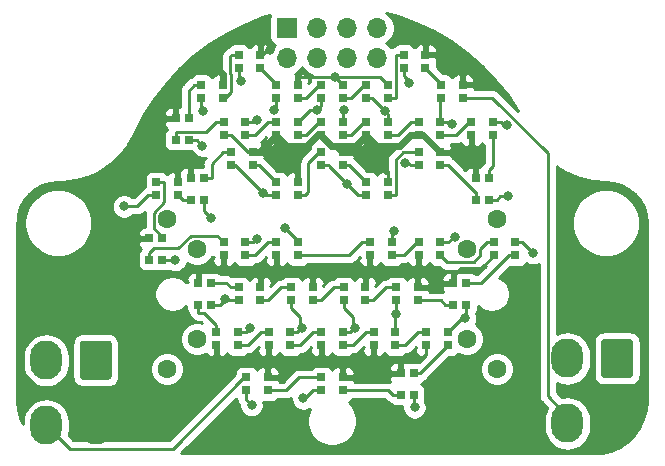
<source format=gbr>
%TF.GenerationSoftware,KiCad,Pcbnew,(5.1.12-1-10_14)*%
%TF.CreationDate,2021-11-28T15:33:12+11:00*%
%TF.ProjectId,dual_needle_gauge,6475616c-5f6e-4656-9564-6c655f676175,rev?*%
%TF.SameCoordinates,Original*%
%TF.FileFunction,Copper,L1,Top*%
%TF.FilePolarity,Positive*%
%FSLAX46Y46*%
G04 Gerber Fmt 4.6, Leading zero omitted, Abs format (unit mm)*
G04 Created by KiCad (PCBNEW (5.1.12-1-10_14)) date 2021-11-28 15:33:12*
%MOMM*%
%LPD*%
G01*
G04 APERTURE LIST*
%TA.AperFunction,SMDPad,CuDef*%
%ADD10R,0.700000X0.700000*%
%TD*%
%TA.AperFunction,ComponentPad*%
%ADD11C,1.600000*%
%TD*%
%TA.AperFunction,ComponentPad*%
%ADD12O,2.700000X3.300000*%
%TD*%
%TA.AperFunction,ComponentPad*%
%ADD13O,1.700000X1.700000*%
%TD*%
%TA.AperFunction,ComponentPad*%
%ADD14R,1.700000X1.700000*%
%TD*%
%TA.AperFunction,ViaPad*%
%ADD15C,0.800000*%
%TD*%
%TA.AperFunction,Conductor*%
%ADD16C,0.250000*%
%TD*%
%TA.AperFunction,Conductor*%
%ADD17C,0.609600*%
%TD*%
%TA.AperFunction,Conductor*%
%ADD18C,0.254000*%
%TD*%
%TA.AperFunction,Conductor*%
%ADD19C,0.100000*%
%TD*%
G04 APERTURE END LIST*
D10*
%TO.P,D42,4*%
%TO.N,/LED+5V*%
X191437000Y-108158000D03*
%TO.P,D42,3*%
%TO.N,Net-(D41-Pad1)*%
X191437000Y-107058000D03*
%TO.P,D42,2*%
%TO.N,/LEDGND*%
X193267000Y-107058000D03*
%TO.P,D42,1*%
%TO.N,/DOUT*%
X193267000Y-108158000D03*
%TD*%
%TO.P,D41,4*%
%TO.N,/LED+5V*%
X188262000Y-105618000D03*
%TO.P,D41,3*%
%TO.N,/DOUT4*%
X188262000Y-104518000D03*
%TO.P,D41,2*%
%TO.N,/LEDGND*%
X190092000Y-104518000D03*
%TO.P,D41,1*%
%TO.N,Net-(D41-Pad1)*%
X190092000Y-105618000D03*
%TD*%
%TO.P,D40,4*%
%TO.N,/LED+5V*%
X185087000Y-108158000D03*
%TO.P,D40,3*%
%TO.N,Net-(D39-Pad1)*%
X185087000Y-107058000D03*
%TO.P,D40,2*%
%TO.N,/LEDGND*%
X186917000Y-107058000D03*
%TO.P,D40,1*%
%TO.N,/DOUT4*%
X186917000Y-108158000D03*
%TD*%
%TO.P,D39,4*%
%TO.N,/LED+5V*%
X181277000Y-108158000D03*
%TO.P,D39,3*%
%TO.N,Net-(D38-Pad1)*%
X181277000Y-107058000D03*
%TO.P,D39,2*%
%TO.N,/LEDGND*%
X183107000Y-107058000D03*
%TO.P,D39,1*%
%TO.N,Net-(D39-Pad1)*%
X183107000Y-108158000D03*
%TD*%
%TO.P,D38,4*%
%TO.N,/LED+5V*%
X177467000Y-108158000D03*
%TO.P,D38,3*%
%TO.N,Net-(D37-Pad1)*%
X177467000Y-107058000D03*
%TO.P,D38,2*%
%TO.N,/LEDGND*%
X179297000Y-107058000D03*
%TO.P,D38,1*%
%TO.N,Net-(D38-Pad1)*%
X179297000Y-108158000D03*
%TD*%
%TO.P,D37,4*%
%TO.N,/LED+5V*%
X174292000Y-105618000D03*
%TO.P,D37,3*%
%TO.N,Net-(D36-Pad1)*%
X174292000Y-104518000D03*
%TO.P,D37,2*%
%TO.N,/LEDGND*%
X176122000Y-104518000D03*
%TO.P,D37,1*%
%TO.N,Net-(D37-Pad1)*%
X176122000Y-105618000D03*
%TD*%
%TO.P,D36,4*%
%TO.N,/LED+5V*%
X171117000Y-108158000D03*
%TO.P,D36,3*%
%TO.N,Net-(D35-Pad1)*%
X171117000Y-107058000D03*
%TO.P,D36,2*%
%TO.N,/LEDGND*%
X172947000Y-107058000D03*
%TO.P,D36,1*%
%TO.N,Net-(D36-Pad1)*%
X172947000Y-108158000D03*
%TD*%
%TO.P,D35,4*%
%TO.N,/LED+5V*%
X170042000Y-111698000D03*
%TO.P,D35,3*%
%TO.N,Net-(D34-Pad1)*%
X168942000Y-111698000D03*
%TO.P,D35,2*%
%TO.N,/LEDGND*%
X168942000Y-109868000D03*
%TO.P,D35,1*%
%TO.N,Net-(D35-Pad1)*%
X170042000Y-109868000D03*
%TD*%
%TO.P,D34,4*%
%TO.N,/LED+5V*%
X174852000Y-110233000D03*
%TO.P,D34,3*%
%TO.N,Net-(D33-Pad1)*%
X174852000Y-111333000D03*
%TO.P,D34,2*%
%TO.N,/LEDGND*%
X173022000Y-111333000D03*
%TO.P,D34,1*%
%TO.N,Net-(D34-Pad1)*%
X173022000Y-110233000D03*
%TD*%
%TO.P,D33,4*%
%TO.N,/LED+5V*%
X179297000Y-110233000D03*
%TO.P,D33,3*%
%TO.N,Net-(D32-Pad1)*%
X179297000Y-111333000D03*
%TO.P,D33,2*%
%TO.N,/LEDGND*%
X177467000Y-111333000D03*
%TO.P,D33,1*%
%TO.N,Net-(D33-Pad1)*%
X177467000Y-110233000D03*
%TD*%
%TO.P,D32,4*%
%TO.N,/LED+5V*%
X183107000Y-110233000D03*
%TO.P,D32,3*%
%TO.N,Net-(D31-Pad1)*%
X183107000Y-111333000D03*
%TO.P,D32,2*%
%TO.N,/LEDGND*%
X181277000Y-111333000D03*
%TO.P,D32,1*%
%TO.N,Net-(D32-Pad1)*%
X181277000Y-110233000D03*
%TD*%
%TO.P,D31,4*%
%TO.N,/LED+5V*%
X186917000Y-110233000D03*
%TO.P,D31,3*%
%TO.N,/DOUT3*%
X186917000Y-111333000D03*
%TO.P,D31,2*%
%TO.N,/LEDGND*%
X185087000Y-111333000D03*
%TO.P,D31,1*%
%TO.N,Net-(D31-Pad1)*%
X185087000Y-110233000D03*
%TD*%
%TO.P,D30,4*%
%TO.N,/LED+5V*%
X191362000Y-110233000D03*
%TO.P,D30,3*%
%TO.N,Net-(D29-Pad1)*%
X191362000Y-111333000D03*
%TO.P,D30,2*%
%TO.N,/LEDGND*%
X189532000Y-111333000D03*
%TO.P,D30,1*%
%TO.N,/DOUT3*%
X189532000Y-110233000D03*
%TD*%
%TO.P,D29,4*%
%TO.N,/LED+5V*%
X195807000Y-110233000D03*
%TO.P,D29,3*%
%TO.N,Net-(D28-Pad1)*%
X195807000Y-111333000D03*
%TO.P,D29,2*%
%TO.N,/LEDGND*%
X193977000Y-111333000D03*
%TO.P,D29,1*%
%TO.N,Net-(D29-Pad1)*%
X193977000Y-110233000D03*
%TD*%
%TO.P,D28,4*%
%TO.N,/LED+5V*%
X195442000Y-116778000D03*
%TO.P,D28,3*%
%TO.N,Net-(D27-Pad1)*%
X194342000Y-116778000D03*
%TO.P,D28,2*%
%TO.N,/LEDGND*%
X194342000Y-114948000D03*
%TO.P,D28,1*%
%TO.N,Net-(D28-Pad1)*%
X195442000Y-114948000D03*
%TD*%
%TO.P,D27,4*%
%TO.N,/LED+5V*%
X189532000Y-113873000D03*
%TO.P,D27,3*%
%TO.N,Net-(D26-Pad1)*%
X189532000Y-112773000D03*
%TO.P,D27,2*%
%TO.N,/LEDGND*%
X191362000Y-112773000D03*
%TO.P,D27,1*%
%TO.N,Net-(D27-Pad1)*%
X191362000Y-113873000D03*
%TD*%
%TO.P,D26,4*%
%TO.N,/LED+5V*%
X185087000Y-116413000D03*
%TO.P,D26,3*%
%TO.N,Net-(D25-Pad1)*%
X185087000Y-115313000D03*
%TO.P,D26,2*%
%TO.N,/LEDGND*%
X186917000Y-115313000D03*
%TO.P,D26,1*%
%TO.N,Net-(D26-Pad1)*%
X186917000Y-116413000D03*
%TD*%
%TO.P,D25,4*%
%TO.N,/LED+5V*%
X181277000Y-113873000D03*
%TO.P,D25,3*%
%TO.N,Net-(D24-Pad1)*%
X181277000Y-112773000D03*
%TO.P,D25,2*%
%TO.N,/LEDGND*%
X183107000Y-112773000D03*
%TO.P,D25,1*%
%TO.N,Net-(D25-Pad1)*%
X183107000Y-113873000D03*
%TD*%
%TO.P,D24,4*%
%TO.N,/LED+5V*%
X177467000Y-116413000D03*
%TO.P,D24,3*%
%TO.N,Net-(D23-Pad1)*%
X177467000Y-115313000D03*
%TO.P,D24,2*%
%TO.N,/LEDGND*%
X179297000Y-115313000D03*
%TO.P,D24,1*%
%TO.N,Net-(D24-Pad1)*%
X179297000Y-116413000D03*
%TD*%
%TO.P,D23,4*%
%TO.N,/LED+5V*%
X173657000Y-113873000D03*
%TO.P,D23,3*%
%TO.N,Net-(D22-Pad1)*%
X173657000Y-112773000D03*
%TO.P,D23,2*%
%TO.N,/LEDGND*%
X175487000Y-112773000D03*
%TO.P,D23,1*%
%TO.N,Net-(D23-Pad1)*%
X175487000Y-113873000D03*
%TD*%
%TO.P,D22,4*%
%TO.N,/LED+5V*%
X171312000Y-116778000D03*
%TO.P,D22,3*%
%TO.N,Net-(D21-Pad1)*%
X170212000Y-116778000D03*
%TO.P,D22,2*%
%TO.N,/LEDGND*%
X170212000Y-114948000D03*
%TO.P,D22,1*%
%TO.N,Net-(D22-Pad1)*%
X171312000Y-114948000D03*
%TD*%
%TO.P,D21,4*%
%TO.N,/LED+5V*%
X167307000Y-116413000D03*
%TO.P,D21,3*%
%TO.N,/DOUT2*%
X167307000Y-115313000D03*
%TO.P,D21,2*%
%TO.N,/LEDGND*%
X169137000Y-115313000D03*
%TO.P,D21,1*%
%TO.N,Net-(D21-Pad1)*%
X169137000Y-116413000D03*
%TD*%
%TO.P,D20,4*%
%TO.N,/LED+5V*%
X167819000Y-121858000D03*
%TO.P,D20,3*%
%TO.N,Net-(D19-Pad1)*%
X166719000Y-121858000D03*
%TO.P,D20,2*%
%TO.N,/LEDGND*%
X166719000Y-120028000D03*
%TO.P,D20,1*%
%TO.N,/DOUT2*%
X167819000Y-120028000D03*
%TD*%
%TO.P,D19,4*%
%TO.N,/LED+5V*%
X174852000Y-120393000D03*
%TO.P,D19,3*%
%TO.N,Net-(D18-Pad1)*%
X174852000Y-121493000D03*
%TO.P,D19,2*%
%TO.N,/LEDGND*%
X173022000Y-121493000D03*
%TO.P,D19,1*%
%TO.N,Net-(D19-Pad1)*%
X173022000Y-120393000D03*
%TD*%
%TO.P,D18,4*%
%TO.N,/LED+5V*%
X179297000Y-120393000D03*
%TO.P,D18,3*%
%TO.N,Net-(D17-Pad1)*%
X179297000Y-121493000D03*
%TO.P,D18,2*%
%TO.N,/LEDGND*%
X177467000Y-121493000D03*
%TO.P,D18,1*%
%TO.N,Net-(D18-Pad1)*%
X177467000Y-120393000D03*
%TD*%
%TO.P,D17,4*%
%TO.N,/LED+5V*%
X187234000Y-120393000D03*
%TO.P,D17,3*%
%TO.N,Net-(D16-Pad1)*%
X187234000Y-121493000D03*
%TO.P,D17,2*%
%TO.N,/LEDGND*%
X185404000Y-121493000D03*
%TO.P,D17,1*%
%TO.N,Net-(D17-Pad1)*%
X185404000Y-120393000D03*
%TD*%
%TO.P,D16,4*%
%TO.N,/LED+5V*%
X191362000Y-120393000D03*
%TO.P,D16,3*%
%TO.N,Net-(D15-Pad1)*%
X191362000Y-121493000D03*
%TO.P,D16,2*%
%TO.N,/LEDGND*%
X189532000Y-121493000D03*
%TO.P,D16,1*%
%TO.N,Net-(D16-Pad1)*%
X189532000Y-120393000D03*
%TD*%
%TO.P,D15,4*%
%TO.N,/LED+5V*%
X197712000Y-120393000D03*
%TO.P,D15,3*%
%TO.N,Net-(D14-Pad1)*%
X197712000Y-121493000D03*
%TO.P,D15,2*%
%TO.N,/LEDGND*%
X195882000Y-121493000D03*
%TO.P,D15,1*%
%TO.N,Net-(D15-Pad1)*%
X195882000Y-120393000D03*
%TD*%
%TO.P,D14,4*%
%TO.N,/LED+5V*%
X193537000Y-125668000D03*
%TO.P,D14,3*%
%TO.N,Net-(D13-Pad1)*%
X192437000Y-125668000D03*
%TO.P,D14,2*%
%TO.N,/LEDGND*%
X192437000Y-123838000D03*
%TO.P,D14,1*%
%TO.N,Net-(D14-Pad1)*%
X193537000Y-123838000D03*
%TD*%
%TO.P,D13,4*%
%TO.N,/LED+5V*%
X187627000Y-125303000D03*
%TO.P,D13,3*%
%TO.N,Net-(D12-Pad1)*%
X187627000Y-124203000D03*
%TO.P,D13,2*%
%TO.N,/LEDGND*%
X189457000Y-124203000D03*
%TO.P,D13,1*%
%TO.N,Net-(D13-Pad1)*%
X189457000Y-125303000D03*
%TD*%
%TO.P,D12,4*%
%TO.N,/LED+5V*%
X183182000Y-125303000D03*
%TO.P,D12,3*%
%TO.N,Net-(D11-Pad1)*%
X183182000Y-124203000D03*
%TO.P,D12,2*%
%TO.N,/LEDGND*%
X185012000Y-124203000D03*
%TO.P,D12,1*%
%TO.N,Net-(D12-Pad1)*%
X185012000Y-125303000D03*
%TD*%
%TO.P,D11,4*%
%TO.N,/LED+5V*%
X178737000Y-125303000D03*
%TO.P,D11,3*%
%TO.N,/DOUT1*%
X178737000Y-124203000D03*
%TO.P,D11,2*%
%TO.N,/LEDGND*%
X180567000Y-124203000D03*
%TO.P,D11,1*%
%TO.N,Net-(D11-Pad1)*%
X180567000Y-125303000D03*
%TD*%
%TO.P,D10,4*%
%TO.N,/LED+5V*%
X174292000Y-125303000D03*
%TO.P,D10,3*%
%TO.N,Net-(D10-Pad3)*%
X174292000Y-124203000D03*
%TO.P,D10,2*%
%TO.N,/LEDGND*%
X176122000Y-124203000D03*
%TO.P,D10,1*%
%TO.N,/DOUT1*%
X176122000Y-125303000D03*
%TD*%
%TO.P,D9,4*%
%TO.N,/LED+5V*%
X171947000Y-125668000D03*
%TO.P,D9,3*%
%TO.N,Net-(D8-Pad1)*%
X170847000Y-125668000D03*
%TO.P,D9,2*%
%TO.N,/LEDGND*%
X170847000Y-123838000D03*
%TO.P,D9,1*%
%TO.N,Net-(D10-Pad3)*%
X171947000Y-123838000D03*
%TD*%
%TO.P,D8,4*%
%TO.N,/LED+5V*%
X174217000Y-128013000D03*
%TO.P,D8,3*%
%TO.N,Net-(D7-Pad1)*%
X174217000Y-129113000D03*
%TO.P,D8,2*%
%TO.N,/LEDGND*%
X172387000Y-129113000D03*
%TO.P,D8,1*%
%TO.N,Net-(D8-Pad1)*%
X172387000Y-128013000D03*
%TD*%
%TO.P,D7,4*%
%TO.N,/LED+5V*%
X178662000Y-128013000D03*
%TO.P,D7,3*%
%TO.N,Net-(D6-Pad1)*%
X178662000Y-129113000D03*
%TO.P,D7,2*%
%TO.N,/LEDGND*%
X176832000Y-129113000D03*
%TO.P,D7,1*%
%TO.N,Net-(D7-Pad1)*%
X176832000Y-128013000D03*
%TD*%
%TO.P,D6,4*%
%TO.N,/LED+5V*%
X183107000Y-128013000D03*
%TO.P,D6,3*%
%TO.N,Net-(D5-Pad1)*%
X183107000Y-129113000D03*
%TO.P,D6,2*%
%TO.N,/LEDGND*%
X181277000Y-129113000D03*
%TO.P,D6,1*%
%TO.N,Net-(D6-Pad1)*%
X181277000Y-128013000D03*
%TD*%
%TO.P,D5,4*%
%TO.N,/LED+5V*%
X187552000Y-128013000D03*
%TO.P,D5,3*%
%TO.N,Net-(D4-Pad1)*%
X187552000Y-129113000D03*
%TO.P,D5,2*%
%TO.N,/LEDGND*%
X185722000Y-129113000D03*
%TO.P,D5,1*%
%TO.N,Net-(D5-Pad1)*%
X185722000Y-128013000D03*
%TD*%
%TO.P,D4,4*%
%TO.N,/LED+5V*%
X191997000Y-128013000D03*
%TO.P,D4,3*%
%TO.N,Net-(D3-Pad1)*%
X191997000Y-129113000D03*
%TO.P,D4,2*%
%TO.N,/LEDGND*%
X190167000Y-129113000D03*
%TO.P,D4,1*%
%TO.N,Net-(D4-Pad1)*%
X190167000Y-128013000D03*
%TD*%
%TO.P,D3,4*%
%TO.N,/LED+5V*%
X189092000Y-133288000D03*
%TO.P,D3,3*%
%TO.N,Net-(D2-Pad1)*%
X187992000Y-133288000D03*
%TO.P,D3,2*%
%TO.N,/LEDGND*%
X187992000Y-131458000D03*
%TO.P,D3,1*%
%TO.N,Net-(D3-Pad1)*%
X189092000Y-131458000D03*
%TD*%
%TO.P,D2,4*%
%TO.N,/LED+5V*%
X181277000Y-132923000D03*
%TO.P,D2,3*%
%TO.N,Net-(D1-Pad1)*%
X181277000Y-131823000D03*
%TO.P,D2,2*%
%TO.N,/LEDGND*%
X183107000Y-131823000D03*
%TO.P,D2,1*%
%TO.N,Net-(D2-Pad1)*%
X183107000Y-132923000D03*
%TD*%
%TO.P,D1,4*%
%TO.N,/LED+5V*%
X174927000Y-132923000D03*
%TO.P,D1,3*%
%TO.N,/DIN*%
X174927000Y-131823000D03*
%TO.P,D1,2*%
%TO.N,/LEDGND*%
X176757000Y-131823000D03*
%TO.P,D1,1*%
%TO.N,Net-(D1-Pad1)*%
X176757000Y-132923000D03*
%TD*%
D11*
%TO.P,M1,8*%
%TO.N,/COIL8*%
X193630576Y-128559417D03*
%TO.P,M1,7*%
%TO.N,/COIL7*%
X193630576Y-120939417D03*
%TO.P,M1,6*%
%TO.N,/COIL6*%
X170770576Y-128559417D03*
%TO.P,M1,5*%
%TO.N,/COIL5*%
X170770576Y-120939417D03*
%TO.P,M1,4*%
%TO.N,/COIL4*%
X196170576Y-131099417D03*
%TO.P,M1,3*%
%TO.N,/COIL3*%
X196170576Y-118399417D03*
%TO.P,M1,2*%
%TO.N,/COIL2*%
X168230576Y-131099417D03*
%TO.P,M1,1*%
%TO.N,/COIL1*%
X168222000Y-118393000D03*
%TD*%
D12*
%TO.P,J3,4*%
%TO.N,/DOUT*%
X202122000Y-135710000D03*
%TO.P,J3,3*%
%TO.N,/LEDGND*%
X206322000Y-135710000D03*
%TO.P,J3,2*%
%TO.N,/LED+5V*%
X202122000Y-130210000D03*
%TO.P,J3,1*%
%TA.AperFunction,ComponentPad*%
G36*
G01*
X207672000Y-128810001D02*
X207672000Y-131609999D01*
G75*
G02*
X207421999Y-131860000I-250001J0D01*
G01*
X205222001Y-131860000D01*
G75*
G02*
X204972000Y-131609999I0J250001D01*
G01*
X204972000Y-128810001D01*
G75*
G02*
X205222001Y-128560000I250001J0D01*
G01*
X207421999Y-128560000D01*
G75*
G02*
X207672000Y-128810001I0J-250001D01*
G01*
G37*
%TD.AperFunction*%
%TD*%
%TO.P,J1,4*%
%TO.N,/DIN*%
X157989000Y-135863000D03*
%TO.P,J1,3*%
%TO.N,/LEDGND*%
X162189000Y-135863000D03*
%TO.P,J1,2*%
%TO.N,/LED+5V*%
X157989000Y-130363000D03*
%TO.P,J1,1*%
%TA.AperFunction,ComponentPad*%
G36*
G01*
X163539000Y-128963001D02*
X163539000Y-131762999D01*
G75*
G02*
X163288999Y-132013000I-250001J0D01*
G01*
X161089001Y-132013000D01*
G75*
G02*
X160839000Y-131762999I0J250001D01*
G01*
X160839000Y-128963001D01*
G75*
G02*
X161089001Y-128713000I250001J0D01*
G01*
X163288999Y-128713000D01*
G75*
G02*
X163539000Y-128963001I0J-250001D01*
G01*
G37*
%TD.AperFunction*%
%TD*%
D13*
%TO.P,J2,8*%
%TO.N,/COIL7*%
X186002000Y-104773000D03*
%TO.P,J2,7*%
%TO.N,/COIL3*%
X186002000Y-102233000D03*
%TO.P,J2,6*%
%TO.N,/COIL8*%
X183462000Y-104773000D03*
%TO.P,J2,5*%
%TO.N,/COIL4*%
X183462000Y-102233000D03*
%TO.P,J2,4*%
%TO.N,/COIL6*%
X180922000Y-104773000D03*
%TO.P,J2,3*%
%TO.N,/COIL2*%
X180922000Y-102233000D03*
%TO.P,J2,2*%
%TO.N,/COIL5*%
X178382000Y-104773000D03*
D14*
%TO.P,J2,1*%
%TO.N,/COIL1*%
X178382000Y-102233000D03*
%TD*%
D15*
%TO.N,/LED+5V*%
X183464500Y-115398900D03*
X178173600Y-119173900D03*
X175811900Y-120099700D03*
X174479400Y-106750800D03*
X173088400Y-125141900D03*
X189182000Y-134353100D03*
X183239400Y-109195500D03*
X179755200Y-133598200D03*
X199191900Y-121272300D03*
X197073800Y-116479600D03*
X187419300Y-119418700D03*
X175384500Y-134170600D03*
X171225800Y-109265400D03*
X188690300Y-106874000D03*
X180905000Y-109195500D03*
X177319400Y-109195500D03*
X171216700Y-112197000D03*
X175871500Y-110045100D03*
X186649200Y-109233300D03*
X197004500Y-110433000D03*
X188390100Y-113644100D03*
X171908800Y-118294100D03*
X164574500Y-117330600D03*
X192635600Y-119896200D03*
X193448600Y-126799000D03*
X187607000Y-126418900D03*
X175211000Y-127661400D03*
X179656000Y-127661400D03*
X184101000Y-127661400D03*
X168934165Y-121858000D03*
X176346260Y-116206257D03*
X192344100Y-110332800D03*
%TO.N,/LEDGND*%
X176939341Y-104113176D03*
X182439341Y-106363176D03*
X176563082Y-112236917D03*
X189189341Y-102613176D03*
%TD*%
D16*
%TO.N,Net-(D1-Pad1)*%
X176757000Y-132923000D02*
X178316600Y-132923000D01*
X178316600Y-132923000D02*
X179416600Y-131823000D01*
X179416600Y-131823000D02*
X181277000Y-131823000D01*
%TO.N,/LED+5V*%
X185087000Y-116413000D02*
X184411700Y-116413000D01*
X183464500Y-115398900D02*
X181952300Y-113886700D01*
X181952300Y-113886700D02*
X181952300Y-113873000D01*
X183464500Y-115398900D02*
X184411700Y-116346100D01*
X184411700Y-116346100D02*
X184411700Y-116413000D01*
X181277000Y-113873000D02*
X181952300Y-113873000D01*
X174852000Y-120393000D02*
X175527300Y-120393000D01*
X175811900Y-120099700D02*
X175527300Y-120384300D01*
X175527300Y-120384300D02*
X175527300Y-120393000D01*
X174292000Y-105618000D02*
X174292000Y-106293300D01*
X174479400Y-106750800D02*
X174479400Y-106480700D01*
X174479400Y-106480700D02*
X174292000Y-106293300D01*
X173088400Y-125303000D02*
X172723400Y-125668000D01*
X172723400Y-125668000D02*
X172622300Y-125668000D01*
X173088400Y-125141900D02*
X173088400Y-125303000D01*
X173088400Y-125303000D02*
X173616700Y-125303000D01*
X174292000Y-125303000D02*
X173616700Y-125303000D01*
X171947000Y-125668000D02*
X172622300Y-125668000D01*
X189182000Y-134353100D02*
X189092000Y-134263100D01*
X189092000Y-134263100D02*
X189092000Y-133288000D01*
X183239400Y-109195500D02*
X183107000Y-109327900D01*
X183107000Y-109327900D02*
X183107000Y-110233000D01*
X183941700Y-127661400D02*
X183941700Y-126738000D01*
X183941700Y-126738000D02*
X183182000Y-125978300D01*
X183782300Y-128013000D02*
X183782300Y-127820800D01*
X183782300Y-127820800D02*
X183941700Y-127661400D01*
X184101000Y-127661400D02*
X183941700Y-127661400D01*
X183182000Y-125303000D02*
X183182000Y-125978300D01*
X181277000Y-132923000D02*
X180601700Y-132923000D01*
X179755200Y-133598200D02*
X179926500Y-133598200D01*
X179926500Y-133598200D02*
X180601700Y-132923000D01*
X179496700Y-127661400D02*
X179496700Y-126738000D01*
X179496700Y-126738000D02*
X178737000Y-125978300D01*
X179337300Y-128013000D02*
X179337300Y-127820800D01*
X179337300Y-127820800D02*
X179496700Y-127661400D01*
X179656000Y-127661400D02*
X179496700Y-127661400D01*
X178737000Y-125303000D02*
X178737000Y-125978300D01*
X195442000Y-116778000D02*
X196117300Y-116778000D01*
X197073800Y-116479600D02*
X196415700Y-116479600D01*
X196415700Y-116479600D02*
X196117300Y-116778000D01*
X193448600Y-126799000D02*
X193211000Y-126799000D01*
X193211000Y-126799000D02*
X191997000Y-128013000D01*
X193537000Y-125668000D02*
X193537000Y-126710600D01*
X193537000Y-126710600D02*
X193448600Y-126799000D01*
X187607000Y-126418900D02*
X187552000Y-126473900D01*
X187552000Y-126473900D02*
X187552000Y-128013000D01*
X187627000Y-125303000D02*
X187627000Y-126398900D01*
X187627000Y-126398900D02*
X187607000Y-126418900D01*
X187419300Y-119418700D02*
X187234000Y-119604000D01*
X187234000Y-119604000D02*
X187234000Y-120393000D01*
X180905000Y-109195500D02*
X180334500Y-109195500D01*
X180334500Y-109195500D02*
X179297000Y-110233000D01*
X181277000Y-108833300D02*
X181267200Y-108833300D01*
X181267200Y-108833300D02*
X180905000Y-109195500D01*
X175527300Y-110233000D02*
X175715100Y-110045200D01*
X175715100Y-110045200D02*
X175871500Y-110045200D01*
X175871500Y-110045200D02*
X175871500Y-110045100D01*
X175384500Y-134170600D02*
X174927000Y-133713100D01*
X174927000Y-133713100D02*
X174927000Y-132923000D01*
X171117000Y-108158000D02*
X171117000Y-108833300D01*
X171225800Y-109265400D02*
X171225800Y-108942100D01*
X171225800Y-108942100D02*
X171117000Y-108833300D01*
X188262000Y-105618000D02*
X188262000Y-106293300D01*
X188690300Y-106874000D02*
X188690300Y-106721600D01*
X188690300Y-106721600D02*
X188262000Y-106293300D01*
X181277000Y-108158000D02*
X181277000Y-108833300D01*
X177319400Y-109195500D02*
X177467000Y-109047900D01*
X177467000Y-109047900D02*
X177467000Y-108158000D01*
X170042000Y-111698000D02*
X170717300Y-111698000D01*
X171216700Y-112197000D02*
X171216300Y-112197000D01*
X171216300Y-112197000D02*
X170717300Y-111698000D01*
X174852000Y-110233000D02*
X175527300Y-110233000D01*
X195807000Y-110233000D02*
X196482300Y-110233000D01*
X197004500Y-110433000D02*
X196682300Y-110433000D01*
X196682300Y-110433000D02*
X196482300Y-110233000D01*
X189532000Y-113873000D02*
X188856700Y-113873000D01*
X188390100Y-113644100D02*
X188627800Y-113644100D01*
X188627800Y-113644100D02*
X188856700Y-113873000D01*
X171908800Y-118294100D02*
X171312000Y-117697300D01*
X171312000Y-117697300D02*
X171312000Y-116778000D01*
X167307000Y-116413000D02*
X166631700Y-116413000D01*
X164574500Y-117330600D02*
X165714100Y-117330600D01*
X165714100Y-117330600D02*
X166631700Y-116413000D01*
X191362000Y-120393000D02*
X192037300Y-120393000D01*
X192635600Y-119896200D02*
X192534100Y-119896200D01*
X192534100Y-119896200D02*
X192037300Y-120393000D01*
X174217000Y-128013000D02*
X174892300Y-128013000D01*
X175211000Y-127661400D02*
X174892300Y-127980100D01*
X174892300Y-127980100D02*
X174892300Y-128013000D01*
X178662000Y-128013000D02*
X179337300Y-128013000D01*
X183107000Y-128013000D02*
X183782300Y-128013000D01*
X167819000Y-121858000D02*
X168934165Y-121858000D01*
X198312600Y-120393000D02*
X199191900Y-121272300D01*
X197712000Y-120393000D02*
X198312600Y-120393000D01*
X179297000Y-120297300D02*
X178173600Y-119173900D01*
X179297000Y-120393000D02*
X179297000Y-120297300D01*
X185573900Y-108158000D02*
X186649200Y-109233300D01*
X185087000Y-108158000D02*
X185573900Y-108158000D01*
X186917000Y-109501100D02*
X186649200Y-109233300D01*
X186917000Y-110233000D02*
X186917000Y-109501100D01*
X174013002Y-113873000D02*
X173657000Y-113873000D01*
X176553002Y-116413000D02*
X176346260Y-116206257D01*
X177467000Y-116413000D02*
X176553002Y-116413000D01*
X176346260Y-116206257D02*
X174013002Y-113873000D01*
X191362000Y-108233000D02*
X191437000Y-108158000D01*
X191362000Y-110233000D02*
X191362000Y-108233000D01*
X191362000Y-110233000D02*
X191699700Y-110233000D01*
X191699700Y-110233000D02*
X192037300Y-110233000D01*
X192137100Y-110332800D02*
X192037300Y-110233000D01*
X192344100Y-110332800D02*
X192137100Y-110332800D01*
%TO.N,/DIN*%
X174741998Y-131823000D02*
X174927000Y-131823000D01*
X168726988Y-137838010D02*
X174741998Y-131823000D01*
X159964010Y-137838010D02*
X168726988Y-137838010D01*
X157989000Y-135863000D02*
X159964010Y-137838010D01*
%TO.N,/LEDGND*%
X176122000Y-104518000D02*
X176284517Y-104518000D01*
X176284517Y-104518000D02*
X176689341Y-104113176D01*
X176689341Y-104113176D02*
X176939341Y-104113176D01*
X183107000Y-107058000D02*
X182884165Y-107058000D01*
X183107000Y-107058000D02*
X183107000Y-107030835D01*
X183107000Y-107030835D02*
X182439341Y-106363176D01*
X179297000Y-106458000D02*
X179391824Y-106363176D01*
X179391824Y-106363176D02*
X182439341Y-106363176D01*
X179297000Y-107058000D02*
X179297000Y-106458000D01*
X186222176Y-106363176D02*
X182439341Y-106363176D01*
X186917000Y-107058000D02*
X186222176Y-106363176D01*
D17*
X176027000Y-112773000D02*
X176563082Y-112236917D01*
X175487000Y-112773000D02*
X176027000Y-112773000D01*
X180905642Y-111333000D02*
X180050841Y-112187801D01*
X178321801Y-112187801D02*
X177467000Y-111333000D01*
X180050841Y-112187801D02*
X178321801Y-112187801D01*
X181277000Y-111333000D02*
X180905642Y-111333000D01*
X184232199Y-112187801D02*
X185087000Y-111333000D01*
X182131801Y-112187801D02*
X184232199Y-112187801D01*
X181277000Y-111333000D02*
X182131801Y-112187801D01*
X182521801Y-112187801D02*
X183107000Y-112773000D01*
X182131801Y-112187801D02*
X182521801Y-112187801D01*
X188784815Y-111333000D02*
X189532000Y-111333000D01*
X187930014Y-112187801D02*
X188784815Y-111333000D01*
X185941801Y-112187801D02*
X187930014Y-112187801D01*
X185087000Y-111333000D02*
X185941801Y-112187801D01*
X189922000Y-111333000D02*
X191362000Y-112773000D01*
X189532000Y-111333000D02*
X189922000Y-111333000D01*
X172947000Y-106120835D02*
X172189341Y-105363176D01*
X172947000Y-107058000D02*
X172947000Y-106120835D01*
D16*
X173622000Y-111333000D02*
X175062000Y-112773000D01*
X175062000Y-112773000D02*
X175487000Y-112773000D01*
X173022000Y-111333000D02*
X173622000Y-111333000D01*
X179297000Y-115313000D02*
X179297000Y-114470835D01*
X179297000Y-114470835D02*
X178439341Y-113613176D01*
X186917000Y-115313000D02*
X186917000Y-114340835D01*
X186917000Y-114340835D02*
X186189341Y-113613176D01*
D17*
X176563082Y-112236917D02*
X177467000Y-111333000D01*
D16*
X193151690Y-122523310D02*
X192437000Y-123238000D01*
X194851690Y-122523310D02*
X193151690Y-122523310D01*
X192437000Y-123238000D02*
X192437000Y-123838000D01*
X195882000Y-121493000D02*
X194851690Y-122523310D01*
X187992000Y-131458000D02*
X187992000Y-130310517D01*
X187992000Y-130310517D02*
X188189341Y-130113176D01*
X188189341Y-130113176D02*
X189939341Y-130113176D01*
X190167000Y-129885517D02*
X190167000Y-129113000D01*
X189939341Y-130113176D02*
X190167000Y-129885517D01*
%TO.N,Net-(D2-Pad1)*%
X187992000Y-133288000D02*
X187316700Y-133288000D01*
X183107000Y-132923000D02*
X186951700Y-132923000D01*
X186951700Y-132923000D02*
X187316700Y-133288000D01*
%TO.N,Net-(D3-Pad1)*%
X189652000Y-131458000D02*
X191997000Y-129113000D01*
X189092000Y-131458000D02*
X189652000Y-131458000D01*
%TO.N,Net-(D4-Pad1)*%
X190167000Y-128013000D02*
X189491700Y-128013000D01*
X189491700Y-128013000D02*
X188391700Y-129113000D01*
X188391700Y-129113000D02*
X187552000Y-129113000D01*
%TO.N,/DOUT1*%
X176122000Y-125303000D02*
X176797300Y-125303000D01*
X176797300Y-125303000D02*
X177897300Y-124203000D01*
X177897300Y-124203000D02*
X178737000Y-124203000D01*
%TO.N,Net-(D6-Pad1)*%
X181277000Y-128013000D02*
X180601700Y-128013000D01*
X180601700Y-128013000D02*
X179501700Y-129113000D01*
X179501700Y-129113000D02*
X178662000Y-129113000D01*
%TO.N,Net-(D7-Pad1)*%
X176832000Y-128013000D02*
X176156700Y-128013000D01*
X176156700Y-128013000D02*
X175056700Y-129113000D01*
X175056700Y-129113000D02*
X174217000Y-129113000D01*
%TO.N,Net-(D8-Pad1)*%
X170847000Y-125668000D02*
X170847000Y-126343300D01*
X172387000Y-128013000D02*
X172387000Y-127337700D01*
X172387000Y-127337700D02*
X171392600Y-126343300D01*
X171392600Y-126343300D02*
X170847000Y-126343300D01*
%TO.N,Net-(D10-Pad3)*%
X174292000Y-124203000D02*
X173616700Y-124203000D01*
X171947000Y-123838000D02*
X173251700Y-123838000D01*
X173251700Y-123838000D02*
X173616700Y-124203000D01*
%TO.N,/DOUT2*%
X167307000Y-115313000D02*
X167982300Y-115313000D01*
X167819000Y-120028000D02*
X167819000Y-119913400D01*
X167819000Y-119913400D02*
X167082200Y-119176600D01*
X167082200Y-119176600D02*
X167082200Y-117899100D01*
X167082200Y-117899100D02*
X167982300Y-116999000D01*
X167982300Y-116999000D02*
X167982300Y-115313000D01*
%TO.N,Net-(D11-Pad1)*%
X180567000Y-125303000D02*
X181242300Y-125303000D01*
X181242300Y-125303000D02*
X182342300Y-124203000D01*
X182342300Y-124203000D02*
X183182000Y-124203000D01*
%TO.N,Net-(D12-Pad1)*%
X185012000Y-125303000D02*
X185687300Y-125303000D01*
X185687300Y-125303000D02*
X186787300Y-124203000D01*
X186787300Y-124203000D02*
X187627000Y-124203000D01*
%TO.N,Net-(D13-Pad1)*%
X192437000Y-125668000D02*
X191761700Y-125668000D01*
X189457000Y-125303000D02*
X191396700Y-125303000D01*
X191396700Y-125303000D02*
X191761700Y-125668000D01*
%TO.N,Net-(D14-Pad1)*%
X197167002Y-121493000D02*
X197712000Y-121493000D01*
X194822002Y-123838000D02*
X197167002Y-121493000D01*
X193537000Y-123838000D02*
X194822002Y-123838000D01*
%TO.N,/DOUT*%
X200446700Y-112849200D02*
X195755500Y-108158000D01*
X195755500Y-108158000D02*
X193267000Y-108158000D01*
X202122000Y-135045835D02*
X200446700Y-133370535D01*
X202122000Y-135710000D02*
X202122000Y-135045835D01*
X200446700Y-133370535D02*
X200446700Y-112849200D01*
%TO.N,Net-(D5-Pad1)*%
X185722000Y-128013000D02*
X185046700Y-128013000D01*
X185046700Y-128013000D02*
X183946700Y-129113000D01*
X183946700Y-129113000D02*
X183107000Y-129113000D01*
%TO.N,Net-(D15-Pad1)*%
X191933418Y-122064418D02*
X191362000Y-121493000D01*
X194170577Y-122064418D02*
X191933418Y-122064418D01*
X194755577Y-121479418D02*
X194170577Y-122064418D01*
X194755577Y-120919423D02*
X194755577Y-121479418D01*
X195282000Y-120393000D02*
X194755577Y-120919423D01*
X195882000Y-120393000D02*
X195282000Y-120393000D01*
%TO.N,Net-(D16-Pad1)*%
X189346998Y-120393000D02*
X189532000Y-120393000D01*
X188246998Y-121493000D02*
X189346998Y-120393000D01*
X187234000Y-121493000D02*
X188246998Y-121493000D01*
%TO.N,Net-(D17-Pad1)*%
X185404000Y-120393000D02*
X184728700Y-120393000D01*
X184728700Y-120393000D02*
X183628700Y-121493000D01*
X183628700Y-121493000D02*
X179297000Y-121493000D01*
%TO.N,Net-(D18-Pad1)*%
X177467000Y-120393000D02*
X176791700Y-120393000D01*
X176791700Y-120393000D02*
X175691700Y-121493000D01*
X175691700Y-121493000D02*
X174852000Y-121493000D01*
%TO.N,Net-(D19-Pad1)*%
X170230575Y-119814416D02*
X172443416Y-119814416D01*
X169181815Y-120863176D02*
X170230575Y-119814416D01*
X172443416Y-119814416D02*
X173022000Y-120393000D01*
X167113824Y-120863176D02*
X169181815Y-120863176D01*
X166719000Y-121258000D02*
X167113824Y-120863176D01*
X166719000Y-121858000D02*
X166719000Y-121258000D01*
%TO.N,Net-(D21-Pad1)*%
X170212000Y-116778000D02*
X169536700Y-116778000D01*
X169137000Y-116413000D02*
X169171700Y-116413000D01*
X169171700Y-116413000D02*
X169536700Y-116778000D01*
%TO.N,Net-(D22-Pad1)*%
X173657000Y-112773000D02*
X172981700Y-112773000D01*
X171312000Y-114948000D02*
X171987300Y-114948000D01*
X171987300Y-114948000D02*
X171987300Y-113767400D01*
X171987300Y-113767400D02*
X172981700Y-112773000D01*
%TO.N,Net-(D23-Pad1)*%
X176027000Y-113873000D02*
X177467000Y-115313000D01*
X175487000Y-113873000D02*
X176027000Y-113873000D01*
%TO.N,Net-(D24-Pad1)*%
X179297000Y-116413000D02*
X179897000Y-116413000D01*
X179897000Y-116413000D02*
X180189341Y-116120659D01*
X180189341Y-113675657D02*
X181091998Y-112773000D01*
X181091998Y-112773000D02*
X181277000Y-112773000D01*
X180189341Y-116120659D02*
X180189341Y-113675657D01*
%TO.N,Net-(D25-Pad1)*%
X183647000Y-113873000D02*
X185087000Y-115313000D01*
X183107000Y-113873000D02*
X183647000Y-113873000D01*
%TO.N,Net-(D26-Pad1)*%
X188856700Y-112773000D02*
X188235500Y-112773000D01*
X188235500Y-112773000D02*
X187592300Y-113416200D01*
X187592300Y-113416200D02*
X187592300Y-116413000D01*
X189532000Y-112773000D02*
X188856700Y-112773000D01*
X186917000Y-116413000D02*
X187592300Y-116413000D01*
%TO.N,Net-(D27-Pad1)*%
X194342000Y-116778000D02*
X194342000Y-116102700D01*
X191362000Y-113873000D02*
X192037300Y-113873000D01*
X192037300Y-113873000D02*
X194267000Y-116102700D01*
X194267000Y-116102700D02*
X194342000Y-116102700D01*
%TO.N,Net-(D28-Pad1)*%
X195442000Y-114948000D02*
X195442000Y-114272700D01*
X195442000Y-114272700D02*
X195807000Y-113907700D01*
X195807000Y-113907700D02*
X195807000Y-111333000D01*
%TO.N,Net-(D29-Pad1)*%
X193791998Y-110233000D02*
X193977000Y-110233000D01*
X192691998Y-111333000D02*
X193791998Y-110233000D01*
X191362000Y-111333000D02*
X192691998Y-111333000D01*
%TO.N,/DOUT3*%
X189532000Y-110233000D02*
X188856700Y-110233000D01*
X188856700Y-110233000D02*
X187756700Y-111333000D01*
X187756700Y-111333000D02*
X186917000Y-111333000D01*
%TO.N,Net-(D31-Pad1)*%
X184901998Y-110233000D02*
X185087000Y-110233000D01*
X183801998Y-111333000D02*
X184901998Y-110233000D01*
X183107000Y-111333000D02*
X183801998Y-111333000D01*
%TO.N,Net-(D32-Pad1)*%
X181114958Y-110233000D02*
X181277000Y-110233000D01*
X180014958Y-111333000D02*
X181114958Y-110233000D01*
X179297000Y-111333000D02*
X180014958Y-111333000D01*
%TO.N,Net-(D33-Pad1)*%
X177467000Y-110233000D02*
X176791700Y-110233000D01*
X176791700Y-110233000D02*
X175691700Y-111333000D01*
X175691700Y-111333000D02*
X174852000Y-111333000D01*
%TO.N,Net-(D34-Pad1)*%
X168942000Y-111698000D02*
X168942000Y-111022700D01*
X173022000Y-110233000D02*
X172346700Y-110233000D01*
X172346700Y-110233000D02*
X171557000Y-111022700D01*
X171557000Y-111022700D02*
X168942000Y-111022700D01*
%TO.N,Net-(D35-Pad1)*%
X170042000Y-107533000D02*
X170042000Y-109868000D01*
X170517000Y-107058000D02*
X170042000Y-107533000D01*
X171117000Y-107058000D02*
X170517000Y-107058000D01*
%TO.N,Net-(D36-Pad1)*%
X173132002Y-108158000D02*
X172947000Y-108158000D01*
X173622001Y-107668001D02*
X173132002Y-108158000D01*
X173622001Y-106158369D02*
X173622001Y-107668001D01*
X173576808Y-106113176D02*
X173622001Y-106158369D01*
X173576808Y-104633192D02*
X173576808Y-106113176D01*
X173692000Y-104518000D02*
X173576808Y-104633192D01*
X174292000Y-104518000D02*
X173692000Y-104518000D01*
%TO.N,Net-(D37-Pad1)*%
X177467000Y-106963000D02*
X176122000Y-105618000D01*
X177467000Y-107058000D02*
X177467000Y-106963000D01*
%TO.N,Net-(D38-Pad1)*%
X181091998Y-107058000D02*
X181277000Y-107058000D01*
X179991998Y-108158000D02*
X181091998Y-107058000D01*
X179297000Y-108158000D02*
X179991998Y-108158000D01*
%TO.N,Net-(D39-Pad1)*%
X184901998Y-107058000D02*
X185087000Y-107058000D01*
X183801998Y-108158000D02*
X184901998Y-107058000D01*
X183107000Y-108158000D02*
X183801998Y-108158000D01*
%TO.N,/DOUT4*%
X188262000Y-104518000D02*
X187586700Y-104518000D01*
X186917000Y-108158000D02*
X187592300Y-108158000D01*
X187592300Y-108158000D02*
X187592300Y-106388300D01*
X187592300Y-106388300D02*
X187586700Y-106382700D01*
X187586700Y-106382700D02*
X187586700Y-104518000D01*
%TO.N,Net-(D41-Pad1)*%
X191437000Y-106963000D02*
X190092000Y-105618000D01*
X191437000Y-107058000D02*
X191437000Y-106963000D01*
%TD*%
D18*
%TO.N,/LEDGND*%
X201249098Y-113962971D02*
X202098348Y-114484167D01*
X202127643Y-114499118D01*
X202190596Y-114531247D01*
X203110925Y-114913175D01*
X203158218Y-114928576D01*
X203209400Y-114945244D01*
X204178144Y-115178499D01*
X204275842Y-115194039D01*
X204280425Y-115194768D01*
X205267518Y-115273113D01*
X205293517Y-115275674D01*
X205337040Y-115275675D01*
X206042234Y-115344820D01*
X206689498Y-115540240D01*
X207286474Y-115857658D01*
X207810429Y-116284985D01*
X208241404Y-116805944D01*
X208562981Y-117400688D01*
X208762916Y-118046574D01*
X208836840Y-118749907D01*
X208836841Y-133800428D01*
X208764403Y-134612080D01*
X208557168Y-135369605D01*
X208219061Y-136078458D01*
X207760768Y-136716241D01*
X207196785Y-137262777D01*
X206544925Y-137700809D01*
X205825803Y-138016482D01*
X205057072Y-138201037D01*
X204392632Y-138249831D01*
X169389968Y-138249831D01*
X174034565Y-133605235D01*
X174046463Y-133627494D01*
X174125815Y-133724185D01*
X174167809Y-133758649D01*
X174177997Y-133862085D01*
X174217875Y-133993546D01*
X174221454Y-134005346D01*
X174292026Y-134137376D01*
X174319293Y-134170600D01*
X174349500Y-134207408D01*
X174349500Y-134272539D01*
X174389274Y-134472498D01*
X174467295Y-134660856D01*
X174580563Y-134830374D01*
X174724726Y-134974537D01*
X174894244Y-135087805D01*
X175082602Y-135165826D01*
X175282561Y-135205600D01*
X175486439Y-135205600D01*
X175686398Y-135165826D01*
X175874756Y-135087805D01*
X176044274Y-134974537D01*
X176188437Y-134830374D01*
X176301705Y-134660856D01*
X176379726Y-134472498D01*
X176419500Y-134272539D01*
X176419500Y-134068661D01*
X176387777Y-133909179D01*
X176407000Y-133911072D01*
X177107000Y-133911072D01*
X177231482Y-133898812D01*
X177351180Y-133862502D01*
X177461494Y-133803537D01*
X177558185Y-133724185D01*
X177591985Y-133683000D01*
X178279278Y-133683000D01*
X178316600Y-133686676D01*
X178353922Y-133683000D01*
X178353933Y-133683000D01*
X178465586Y-133672003D01*
X178608847Y-133628546D01*
X178720200Y-133569026D01*
X178720200Y-133700139D01*
X178759974Y-133900098D01*
X178837995Y-134088456D01*
X178951263Y-134257974D01*
X179095426Y-134402137D01*
X179264944Y-134515405D01*
X179453302Y-134593426D01*
X179653261Y-134633200D01*
X179857139Y-134633200D01*
X180057098Y-134593426D01*
X180245456Y-134515405D01*
X180315354Y-134468700D01*
X180299988Y-134491698D01*
X180139047Y-134880244D01*
X180057000Y-135292721D01*
X180057000Y-135713279D01*
X180139047Y-136125756D01*
X180299988Y-136514302D01*
X180533637Y-136863983D01*
X180831017Y-137161363D01*
X181180698Y-137395012D01*
X181569244Y-137555953D01*
X181981721Y-137638000D01*
X182402279Y-137638000D01*
X182814756Y-137555953D01*
X183203302Y-137395012D01*
X183552983Y-137161363D01*
X183850363Y-136863983D01*
X184084012Y-136514302D01*
X184244953Y-136125756D01*
X184327000Y-135713279D01*
X184327000Y-135292721D01*
X184244953Y-134880244D01*
X184084012Y-134491698D01*
X183850363Y-134142017D01*
X183601182Y-133892836D01*
X183701180Y-133862502D01*
X183811494Y-133803537D01*
X183908185Y-133724185D01*
X183941985Y-133683000D01*
X186636899Y-133683000D01*
X186752896Y-133798997D01*
X186776699Y-133828001D01*
X186892424Y-133922974D01*
X187024453Y-133993546D01*
X187141453Y-134029037D01*
X187190815Y-134089185D01*
X187287506Y-134168537D01*
X187397820Y-134227502D01*
X187517518Y-134263812D01*
X187642000Y-134276072D01*
X188147000Y-134276072D01*
X188147000Y-134455039D01*
X188186774Y-134654998D01*
X188264795Y-134843356D01*
X188378063Y-135012874D01*
X188522226Y-135157037D01*
X188691744Y-135270305D01*
X188880102Y-135348326D01*
X189080061Y-135388100D01*
X189283939Y-135388100D01*
X189483898Y-135348326D01*
X189672256Y-135270305D01*
X189841774Y-135157037D01*
X189985937Y-135012874D01*
X190099205Y-134843356D01*
X190177226Y-134654998D01*
X190217000Y-134455039D01*
X190217000Y-134251161D01*
X190177226Y-134051202D01*
X190099205Y-133862844D01*
X190056676Y-133799194D01*
X190067812Y-133762482D01*
X190080072Y-133638000D01*
X190080072Y-132938000D01*
X190067812Y-132813518D01*
X190031502Y-132693820D01*
X189972537Y-132583506D01*
X189893185Y-132486815D01*
X189796494Y-132407463D01*
X189732019Y-132373000D01*
X189796494Y-132338537D01*
X189893185Y-132259185D01*
X189972537Y-132162494D01*
X189983066Y-132142797D01*
X190076276Y-132092974D01*
X190192001Y-131998001D01*
X190215804Y-131968997D01*
X191226719Y-130958082D01*
X194735576Y-130958082D01*
X194735576Y-131240752D01*
X194790723Y-131517991D01*
X194898896Y-131779144D01*
X195055939Y-132014176D01*
X195255817Y-132214054D01*
X195490849Y-132371097D01*
X195752002Y-132479270D01*
X196029241Y-132534417D01*
X196311911Y-132534417D01*
X196589150Y-132479270D01*
X196850303Y-132371097D01*
X197085335Y-132214054D01*
X197285213Y-132014176D01*
X197442256Y-131779144D01*
X197550429Y-131517991D01*
X197605576Y-131240752D01*
X197605576Y-130958082D01*
X197550429Y-130680843D01*
X197442256Y-130419690D01*
X197285213Y-130184658D01*
X197085335Y-129984780D01*
X196850303Y-129827737D01*
X196589150Y-129719564D01*
X196311911Y-129664417D01*
X196029241Y-129664417D01*
X195752002Y-129719564D01*
X195490849Y-129827737D01*
X195255817Y-129984780D01*
X195055939Y-130184658D01*
X194898896Y-130419690D01*
X194790723Y-130680843D01*
X194735576Y-130958082D01*
X191226719Y-130958082D01*
X192083730Y-130101072D01*
X192347000Y-130101072D01*
X192471482Y-130088812D01*
X192591180Y-130052502D01*
X192701494Y-129993537D01*
X192798185Y-129914185D01*
X192877537Y-129817494D01*
X192891472Y-129791423D01*
X192950849Y-129831097D01*
X193212002Y-129939270D01*
X193489241Y-129994417D01*
X193771911Y-129994417D01*
X194049150Y-129939270D01*
X194310303Y-129831097D01*
X194545335Y-129674054D01*
X194745213Y-129474176D01*
X194902256Y-129239144D01*
X195010429Y-128977991D01*
X195065576Y-128700752D01*
X195065576Y-128418082D01*
X195010429Y-128140843D01*
X194902256Y-127879690D01*
X194745213Y-127644658D01*
X194545335Y-127444780D01*
X194349376Y-127313844D01*
X194365805Y-127289256D01*
X194443826Y-127100898D01*
X194483600Y-126900939D01*
X194483600Y-126697061D01*
X194443826Y-126497102D01*
X194400706Y-126393002D01*
X194417537Y-126372494D01*
X194476502Y-126262180D01*
X194512812Y-126142482D01*
X194525072Y-126018000D01*
X194525072Y-125756889D01*
X194713495Y-125945312D01*
X194964905Y-126113299D01*
X195244257Y-126229011D01*
X195540816Y-126288000D01*
X195843184Y-126288000D01*
X196139743Y-126229011D01*
X196419095Y-126113299D01*
X196670505Y-125945312D01*
X196884312Y-125731505D01*
X197052299Y-125480095D01*
X197168011Y-125200743D01*
X197227000Y-124904184D01*
X197227000Y-124601816D01*
X197168011Y-124305257D01*
X197052299Y-124025905D01*
X196884312Y-123774495D01*
X196670505Y-123560688D01*
X196419095Y-123392701D01*
X196364653Y-123370150D01*
X197263439Y-122471365D01*
X197362000Y-122481072D01*
X198062000Y-122481072D01*
X198186482Y-122468812D01*
X198306180Y-122432502D01*
X198416494Y-122373537D01*
X198513185Y-122294185D01*
X198592537Y-122197494D01*
X198624397Y-122137890D01*
X198701644Y-122189505D01*
X198890002Y-122267526D01*
X199089961Y-122307300D01*
X199293839Y-122307300D01*
X199493798Y-122267526D01*
X199682156Y-122189505D01*
X199686701Y-122186468D01*
X199686700Y-133333213D01*
X199683024Y-133370535D01*
X199686700Y-133407857D01*
X199686700Y-133407867D01*
X199697697Y-133519520D01*
X199721564Y-133598200D01*
X199741154Y-133662781D01*
X199811726Y-133794811D01*
X199838965Y-133828001D01*
X199906699Y-133910536D01*
X199935703Y-133934339D01*
X200407701Y-134406337D01*
X200279226Y-134646698D01*
X200165722Y-135020872D01*
X200137000Y-135312490D01*
X200137000Y-136107509D01*
X200165722Y-136399127D01*
X200279226Y-136773301D01*
X200463547Y-137118143D01*
X200711602Y-137420398D01*
X201013857Y-137668453D01*
X201358698Y-137852774D01*
X201732872Y-137966278D01*
X202122000Y-138004604D01*
X202511127Y-137966278D01*
X202885301Y-137852774D01*
X203230143Y-137668453D01*
X203532398Y-137420398D01*
X203780453Y-137118143D01*
X203964774Y-136773302D01*
X204078278Y-136399128D01*
X204107000Y-136107510D01*
X204107000Y-135312491D01*
X204078278Y-135020873D01*
X203964774Y-134646698D01*
X203780453Y-134301857D01*
X203532398Y-133999602D01*
X203230143Y-133751547D01*
X202885302Y-133567226D01*
X202511128Y-133453722D01*
X202122000Y-133415396D01*
X201732873Y-133453722D01*
X201634523Y-133483556D01*
X201206700Y-133055734D01*
X201206700Y-132271530D01*
X201358698Y-132352774D01*
X201732872Y-132466278D01*
X202122000Y-132504604D01*
X202511127Y-132466278D01*
X202885301Y-132352774D01*
X203230143Y-132168453D01*
X203532398Y-131920398D01*
X203780453Y-131618143D01*
X203964774Y-131273302D01*
X204078278Y-130899128D01*
X204107000Y-130607510D01*
X204107000Y-129812491D01*
X204078278Y-129520873D01*
X203964774Y-129146698D01*
X203784807Y-128810001D01*
X204333928Y-128810001D01*
X204333928Y-131609999D01*
X204350992Y-131783253D01*
X204401529Y-131949850D01*
X204483595Y-132103386D01*
X204594039Y-132237961D01*
X204728614Y-132348405D01*
X204882150Y-132430471D01*
X205048747Y-132481008D01*
X205222001Y-132498072D01*
X207421999Y-132498072D01*
X207595253Y-132481008D01*
X207761850Y-132430471D01*
X207915386Y-132348405D01*
X208049961Y-132237961D01*
X208160405Y-132103386D01*
X208242471Y-131949850D01*
X208293008Y-131783253D01*
X208310072Y-131609999D01*
X208310072Y-128810001D01*
X208293008Y-128636747D01*
X208242471Y-128470150D01*
X208160405Y-128316614D01*
X208049961Y-128182039D01*
X207915386Y-128071595D01*
X207761850Y-127989529D01*
X207595253Y-127938992D01*
X207421999Y-127921928D01*
X205222001Y-127921928D01*
X205048747Y-127938992D01*
X204882150Y-127989529D01*
X204728614Y-128071595D01*
X204594039Y-128182039D01*
X204483595Y-128316614D01*
X204401529Y-128470150D01*
X204350992Y-128636747D01*
X204333928Y-128810001D01*
X203784807Y-128810001D01*
X203780453Y-128801857D01*
X203532398Y-128499602D01*
X203230143Y-128251547D01*
X202885302Y-128067226D01*
X202511128Y-127953722D01*
X202122000Y-127915396D01*
X201732873Y-127953722D01*
X201358699Y-128067226D01*
X201206700Y-128148471D01*
X201206700Y-118458852D01*
X202484000Y-118458852D01*
X202484000Y-119027148D01*
X202594869Y-119584523D01*
X202812346Y-120109560D01*
X203128074Y-120582080D01*
X203529920Y-120983926D01*
X204002440Y-121299654D01*
X204527477Y-121517131D01*
X205084852Y-121628000D01*
X205653148Y-121628000D01*
X206210523Y-121517131D01*
X206735560Y-121299654D01*
X207208080Y-120983926D01*
X207609926Y-120582080D01*
X207925654Y-120109560D01*
X208143131Y-119584523D01*
X208254000Y-119027148D01*
X208254000Y-118458852D01*
X208143131Y-117901477D01*
X207925654Y-117376440D01*
X207609926Y-116903920D01*
X207208080Y-116502074D01*
X206735560Y-116186346D01*
X206210523Y-115968869D01*
X205653148Y-115858000D01*
X205084852Y-115858000D01*
X204527477Y-115968869D01*
X204002440Y-116186346D01*
X203529920Y-116502074D01*
X203128074Y-116903920D01*
X202812346Y-117376440D01*
X202594869Y-117901477D01*
X202484000Y-118458852D01*
X201206700Y-118458852D01*
X201206700Y-113932124D01*
X201249098Y-113962971D01*
%TA.AperFunction,Conductor*%
D19*
G36*
X201249098Y-113962971D02*
G01*
X202098348Y-114484167D01*
X202127643Y-114499118D01*
X202190596Y-114531247D01*
X203110925Y-114913175D01*
X203158218Y-114928576D01*
X203209400Y-114945244D01*
X204178144Y-115178499D01*
X204275842Y-115194039D01*
X204280425Y-115194768D01*
X205267518Y-115273113D01*
X205293517Y-115275674D01*
X205337040Y-115275675D01*
X206042234Y-115344820D01*
X206689498Y-115540240D01*
X207286474Y-115857658D01*
X207810429Y-116284985D01*
X208241404Y-116805944D01*
X208562981Y-117400688D01*
X208762916Y-118046574D01*
X208836840Y-118749907D01*
X208836841Y-133800428D01*
X208764403Y-134612080D01*
X208557168Y-135369605D01*
X208219061Y-136078458D01*
X207760768Y-136716241D01*
X207196785Y-137262777D01*
X206544925Y-137700809D01*
X205825803Y-138016482D01*
X205057072Y-138201037D01*
X204392632Y-138249831D01*
X169389968Y-138249831D01*
X174034565Y-133605235D01*
X174046463Y-133627494D01*
X174125815Y-133724185D01*
X174167809Y-133758649D01*
X174177997Y-133862085D01*
X174217875Y-133993546D01*
X174221454Y-134005346D01*
X174292026Y-134137376D01*
X174319293Y-134170600D01*
X174349500Y-134207408D01*
X174349500Y-134272539D01*
X174389274Y-134472498D01*
X174467295Y-134660856D01*
X174580563Y-134830374D01*
X174724726Y-134974537D01*
X174894244Y-135087805D01*
X175082602Y-135165826D01*
X175282561Y-135205600D01*
X175486439Y-135205600D01*
X175686398Y-135165826D01*
X175874756Y-135087805D01*
X176044274Y-134974537D01*
X176188437Y-134830374D01*
X176301705Y-134660856D01*
X176379726Y-134472498D01*
X176419500Y-134272539D01*
X176419500Y-134068661D01*
X176387777Y-133909179D01*
X176407000Y-133911072D01*
X177107000Y-133911072D01*
X177231482Y-133898812D01*
X177351180Y-133862502D01*
X177461494Y-133803537D01*
X177558185Y-133724185D01*
X177591985Y-133683000D01*
X178279278Y-133683000D01*
X178316600Y-133686676D01*
X178353922Y-133683000D01*
X178353933Y-133683000D01*
X178465586Y-133672003D01*
X178608847Y-133628546D01*
X178720200Y-133569026D01*
X178720200Y-133700139D01*
X178759974Y-133900098D01*
X178837995Y-134088456D01*
X178951263Y-134257974D01*
X179095426Y-134402137D01*
X179264944Y-134515405D01*
X179453302Y-134593426D01*
X179653261Y-134633200D01*
X179857139Y-134633200D01*
X180057098Y-134593426D01*
X180245456Y-134515405D01*
X180315354Y-134468700D01*
X180299988Y-134491698D01*
X180139047Y-134880244D01*
X180057000Y-135292721D01*
X180057000Y-135713279D01*
X180139047Y-136125756D01*
X180299988Y-136514302D01*
X180533637Y-136863983D01*
X180831017Y-137161363D01*
X181180698Y-137395012D01*
X181569244Y-137555953D01*
X181981721Y-137638000D01*
X182402279Y-137638000D01*
X182814756Y-137555953D01*
X183203302Y-137395012D01*
X183552983Y-137161363D01*
X183850363Y-136863983D01*
X184084012Y-136514302D01*
X184244953Y-136125756D01*
X184327000Y-135713279D01*
X184327000Y-135292721D01*
X184244953Y-134880244D01*
X184084012Y-134491698D01*
X183850363Y-134142017D01*
X183601182Y-133892836D01*
X183701180Y-133862502D01*
X183811494Y-133803537D01*
X183908185Y-133724185D01*
X183941985Y-133683000D01*
X186636899Y-133683000D01*
X186752896Y-133798997D01*
X186776699Y-133828001D01*
X186892424Y-133922974D01*
X187024453Y-133993546D01*
X187141453Y-134029037D01*
X187190815Y-134089185D01*
X187287506Y-134168537D01*
X187397820Y-134227502D01*
X187517518Y-134263812D01*
X187642000Y-134276072D01*
X188147000Y-134276072D01*
X188147000Y-134455039D01*
X188186774Y-134654998D01*
X188264795Y-134843356D01*
X188378063Y-135012874D01*
X188522226Y-135157037D01*
X188691744Y-135270305D01*
X188880102Y-135348326D01*
X189080061Y-135388100D01*
X189283939Y-135388100D01*
X189483898Y-135348326D01*
X189672256Y-135270305D01*
X189841774Y-135157037D01*
X189985937Y-135012874D01*
X190099205Y-134843356D01*
X190177226Y-134654998D01*
X190217000Y-134455039D01*
X190217000Y-134251161D01*
X190177226Y-134051202D01*
X190099205Y-133862844D01*
X190056676Y-133799194D01*
X190067812Y-133762482D01*
X190080072Y-133638000D01*
X190080072Y-132938000D01*
X190067812Y-132813518D01*
X190031502Y-132693820D01*
X189972537Y-132583506D01*
X189893185Y-132486815D01*
X189796494Y-132407463D01*
X189732019Y-132373000D01*
X189796494Y-132338537D01*
X189893185Y-132259185D01*
X189972537Y-132162494D01*
X189983066Y-132142797D01*
X190076276Y-132092974D01*
X190192001Y-131998001D01*
X190215804Y-131968997D01*
X191226719Y-130958082D01*
X194735576Y-130958082D01*
X194735576Y-131240752D01*
X194790723Y-131517991D01*
X194898896Y-131779144D01*
X195055939Y-132014176D01*
X195255817Y-132214054D01*
X195490849Y-132371097D01*
X195752002Y-132479270D01*
X196029241Y-132534417D01*
X196311911Y-132534417D01*
X196589150Y-132479270D01*
X196850303Y-132371097D01*
X197085335Y-132214054D01*
X197285213Y-132014176D01*
X197442256Y-131779144D01*
X197550429Y-131517991D01*
X197605576Y-131240752D01*
X197605576Y-130958082D01*
X197550429Y-130680843D01*
X197442256Y-130419690D01*
X197285213Y-130184658D01*
X197085335Y-129984780D01*
X196850303Y-129827737D01*
X196589150Y-129719564D01*
X196311911Y-129664417D01*
X196029241Y-129664417D01*
X195752002Y-129719564D01*
X195490849Y-129827737D01*
X195255817Y-129984780D01*
X195055939Y-130184658D01*
X194898896Y-130419690D01*
X194790723Y-130680843D01*
X194735576Y-130958082D01*
X191226719Y-130958082D01*
X192083730Y-130101072D01*
X192347000Y-130101072D01*
X192471482Y-130088812D01*
X192591180Y-130052502D01*
X192701494Y-129993537D01*
X192798185Y-129914185D01*
X192877537Y-129817494D01*
X192891472Y-129791423D01*
X192950849Y-129831097D01*
X193212002Y-129939270D01*
X193489241Y-129994417D01*
X193771911Y-129994417D01*
X194049150Y-129939270D01*
X194310303Y-129831097D01*
X194545335Y-129674054D01*
X194745213Y-129474176D01*
X194902256Y-129239144D01*
X195010429Y-128977991D01*
X195065576Y-128700752D01*
X195065576Y-128418082D01*
X195010429Y-128140843D01*
X194902256Y-127879690D01*
X194745213Y-127644658D01*
X194545335Y-127444780D01*
X194349376Y-127313844D01*
X194365805Y-127289256D01*
X194443826Y-127100898D01*
X194483600Y-126900939D01*
X194483600Y-126697061D01*
X194443826Y-126497102D01*
X194400706Y-126393002D01*
X194417537Y-126372494D01*
X194476502Y-126262180D01*
X194512812Y-126142482D01*
X194525072Y-126018000D01*
X194525072Y-125756889D01*
X194713495Y-125945312D01*
X194964905Y-126113299D01*
X195244257Y-126229011D01*
X195540816Y-126288000D01*
X195843184Y-126288000D01*
X196139743Y-126229011D01*
X196419095Y-126113299D01*
X196670505Y-125945312D01*
X196884312Y-125731505D01*
X197052299Y-125480095D01*
X197168011Y-125200743D01*
X197227000Y-124904184D01*
X197227000Y-124601816D01*
X197168011Y-124305257D01*
X197052299Y-124025905D01*
X196884312Y-123774495D01*
X196670505Y-123560688D01*
X196419095Y-123392701D01*
X196364653Y-123370150D01*
X197263439Y-122471365D01*
X197362000Y-122481072D01*
X198062000Y-122481072D01*
X198186482Y-122468812D01*
X198306180Y-122432502D01*
X198416494Y-122373537D01*
X198513185Y-122294185D01*
X198592537Y-122197494D01*
X198624397Y-122137890D01*
X198701644Y-122189505D01*
X198890002Y-122267526D01*
X199089961Y-122307300D01*
X199293839Y-122307300D01*
X199493798Y-122267526D01*
X199682156Y-122189505D01*
X199686701Y-122186468D01*
X199686700Y-133333213D01*
X199683024Y-133370535D01*
X199686700Y-133407857D01*
X199686700Y-133407867D01*
X199697697Y-133519520D01*
X199721564Y-133598200D01*
X199741154Y-133662781D01*
X199811726Y-133794811D01*
X199838965Y-133828001D01*
X199906699Y-133910536D01*
X199935703Y-133934339D01*
X200407701Y-134406337D01*
X200279226Y-134646698D01*
X200165722Y-135020872D01*
X200137000Y-135312490D01*
X200137000Y-136107509D01*
X200165722Y-136399127D01*
X200279226Y-136773301D01*
X200463547Y-137118143D01*
X200711602Y-137420398D01*
X201013857Y-137668453D01*
X201358698Y-137852774D01*
X201732872Y-137966278D01*
X202122000Y-138004604D01*
X202511127Y-137966278D01*
X202885301Y-137852774D01*
X203230143Y-137668453D01*
X203532398Y-137420398D01*
X203780453Y-137118143D01*
X203964774Y-136773302D01*
X204078278Y-136399128D01*
X204107000Y-136107510D01*
X204107000Y-135312491D01*
X204078278Y-135020873D01*
X203964774Y-134646698D01*
X203780453Y-134301857D01*
X203532398Y-133999602D01*
X203230143Y-133751547D01*
X202885302Y-133567226D01*
X202511128Y-133453722D01*
X202122000Y-133415396D01*
X201732873Y-133453722D01*
X201634523Y-133483556D01*
X201206700Y-133055734D01*
X201206700Y-132271530D01*
X201358698Y-132352774D01*
X201732872Y-132466278D01*
X202122000Y-132504604D01*
X202511127Y-132466278D01*
X202885301Y-132352774D01*
X203230143Y-132168453D01*
X203532398Y-131920398D01*
X203780453Y-131618143D01*
X203964774Y-131273302D01*
X204078278Y-130899128D01*
X204107000Y-130607510D01*
X204107000Y-129812491D01*
X204078278Y-129520873D01*
X203964774Y-129146698D01*
X203784807Y-128810001D01*
X204333928Y-128810001D01*
X204333928Y-131609999D01*
X204350992Y-131783253D01*
X204401529Y-131949850D01*
X204483595Y-132103386D01*
X204594039Y-132237961D01*
X204728614Y-132348405D01*
X204882150Y-132430471D01*
X205048747Y-132481008D01*
X205222001Y-132498072D01*
X207421999Y-132498072D01*
X207595253Y-132481008D01*
X207761850Y-132430471D01*
X207915386Y-132348405D01*
X208049961Y-132237961D01*
X208160405Y-132103386D01*
X208242471Y-131949850D01*
X208293008Y-131783253D01*
X208310072Y-131609999D01*
X208310072Y-128810001D01*
X208293008Y-128636747D01*
X208242471Y-128470150D01*
X208160405Y-128316614D01*
X208049961Y-128182039D01*
X207915386Y-128071595D01*
X207761850Y-127989529D01*
X207595253Y-127938992D01*
X207421999Y-127921928D01*
X205222001Y-127921928D01*
X205048747Y-127938992D01*
X204882150Y-127989529D01*
X204728614Y-128071595D01*
X204594039Y-128182039D01*
X204483595Y-128316614D01*
X204401529Y-128470150D01*
X204350992Y-128636747D01*
X204333928Y-128810001D01*
X203784807Y-128810001D01*
X203780453Y-128801857D01*
X203532398Y-128499602D01*
X203230143Y-128251547D01*
X202885302Y-128067226D01*
X202511128Y-127953722D01*
X202122000Y-127915396D01*
X201732873Y-127953722D01*
X201358699Y-128067226D01*
X201206700Y-128148471D01*
X201206700Y-118458852D01*
X202484000Y-118458852D01*
X202484000Y-119027148D01*
X202594869Y-119584523D01*
X202812346Y-120109560D01*
X203128074Y-120582080D01*
X203529920Y-120983926D01*
X204002440Y-121299654D01*
X204527477Y-121517131D01*
X205084852Y-121628000D01*
X205653148Y-121628000D01*
X206210523Y-121517131D01*
X206735560Y-121299654D01*
X207208080Y-120983926D01*
X207609926Y-120582080D01*
X207925654Y-120109560D01*
X208143131Y-119584523D01*
X208254000Y-119027148D01*
X208254000Y-118458852D01*
X208143131Y-117901477D01*
X207925654Y-117376440D01*
X207609926Y-116903920D01*
X207208080Y-116502074D01*
X206735560Y-116186346D01*
X206210523Y-115968869D01*
X205653148Y-115858000D01*
X205084852Y-115858000D01*
X204527477Y-115968869D01*
X204002440Y-116186346D01*
X203529920Y-116502074D01*
X203128074Y-116903920D01*
X202812346Y-117376440D01*
X202594869Y-117901477D01*
X202484000Y-118458852D01*
X201206700Y-118458852D01*
X201206700Y-113932124D01*
X201249098Y-113962971D01*
G37*
%TD.AperFunction*%
D18*
X176942498Y-101138820D02*
X176906188Y-101258518D01*
X176893928Y-101383000D01*
X176893928Y-103083000D01*
X176906188Y-103207482D01*
X176942498Y-103327180D01*
X177001463Y-103437494D01*
X177080815Y-103534185D01*
X177177506Y-103613537D01*
X177287820Y-103672502D01*
X177360380Y-103694513D01*
X177228525Y-103826368D01*
X177093321Y-104028715D01*
X177061502Y-103923820D01*
X177002537Y-103813506D01*
X176923185Y-103716815D01*
X176826494Y-103637463D01*
X176716180Y-103578498D01*
X176596482Y-103542188D01*
X176472000Y-103529928D01*
X176407750Y-103533000D01*
X176249000Y-103691750D01*
X176249000Y-104391000D01*
X176269000Y-104391000D01*
X176269000Y-104629928D01*
X175975000Y-104629928D01*
X175975000Y-104391000D01*
X175995000Y-104391000D01*
X175995000Y-103691750D01*
X175836250Y-103533000D01*
X175772000Y-103529928D01*
X175647518Y-103542188D01*
X175527820Y-103578498D01*
X175417506Y-103637463D01*
X175320815Y-103716815D01*
X175241463Y-103813506D01*
X175207000Y-103877981D01*
X175172537Y-103813506D01*
X175093185Y-103716815D01*
X174996494Y-103637463D01*
X174886180Y-103578498D01*
X174766482Y-103542188D01*
X174642000Y-103529928D01*
X173942000Y-103529928D01*
X173817518Y-103542188D01*
X173697820Y-103578498D01*
X173587506Y-103637463D01*
X173490815Y-103716815D01*
X173416494Y-103807376D01*
X173399753Y-103812454D01*
X173267724Y-103883026D01*
X173151999Y-103977999D01*
X173128196Y-104007003D01*
X173065811Y-104069388D01*
X173036807Y-104093191D01*
X172993183Y-104146348D01*
X172941834Y-104208916D01*
X172897482Y-104291892D01*
X172871262Y-104340946D01*
X172827805Y-104484207D01*
X172816808Y-104595860D01*
X172816808Y-104595870D01*
X172813132Y-104633192D01*
X172816808Y-104670515D01*
X172816809Y-106075844D01*
X172813132Y-106113176D01*
X172816809Y-106150509D01*
X172819998Y-106182887D01*
X172819998Y-106231748D01*
X172661250Y-106073000D01*
X172597000Y-106069928D01*
X172472518Y-106082188D01*
X172352820Y-106118498D01*
X172242506Y-106177463D01*
X172145815Y-106256815D01*
X172066463Y-106353506D01*
X172032000Y-106417981D01*
X171997537Y-106353506D01*
X171918185Y-106256815D01*
X171821494Y-106177463D01*
X171711180Y-106118498D01*
X171591482Y-106082188D01*
X171467000Y-106069928D01*
X170767000Y-106069928D01*
X170642518Y-106082188D01*
X170522820Y-106118498D01*
X170412506Y-106177463D01*
X170315815Y-106256815D01*
X170241494Y-106347376D01*
X170224753Y-106352454D01*
X170092724Y-106423026D01*
X169976999Y-106517999D01*
X169953200Y-106546998D01*
X169531002Y-106969197D01*
X169501999Y-106992999D01*
X169453006Y-107052698D01*
X169407026Y-107108724D01*
X169354503Y-107206987D01*
X169336454Y-107240754D01*
X169292997Y-107384015D01*
X169282000Y-107495668D01*
X169282000Y-107495678D01*
X169278324Y-107533000D01*
X169282000Y-107570323D01*
X169282001Y-108880406D01*
X169227750Y-108883000D01*
X169069000Y-109041750D01*
X169069000Y-109384248D01*
X169066188Y-109393518D01*
X169053928Y-109518000D01*
X169053928Y-110015000D01*
X168815000Y-110015000D01*
X168815000Y-109995000D01*
X168115750Y-109995000D01*
X167957000Y-110153750D01*
X167953928Y-110218000D01*
X167966188Y-110342482D01*
X168002498Y-110462180D01*
X168061463Y-110572494D01*
X168140815Y-110669185D01*
X168232271Y-110744241D01*
X168200963Y-110847453D01*
X168140815Y-110896815D01*
X168061463Y-110993506D01*
X168002498Y-111103820D01*
X167966188Y-111223518D01*
X167953928Y-111348000D01*
X167953928Y-112048000D01*
X167966188Y-112172482D01*
X168002498Y-112292180D01*
X168061463Y-112402494D01*
X168140815Y-112499185D01*
X168237506Y-112578537D01*
X168347820Y-112637502D01*
X168467518Y-112673812D01*
X168592000Y-112686072D01*
X169292000Y-112686072D01*
X169416482Y-112673812D01*
X169492000Y-112650904D01*
X169567518Y-112673812D01*
X169692000Y-112686072D01*
X170299005Y-112686072D01*
X170299495Y-112687256D01*
X170412763Y-112856774D01*
X170556926Y-113000937D01*
X170726444Y-113114205D01*
X170914802Y-113192226D01*
X171114761Y-113232000D01*
X171318639Y-113232000D01*
X171479994Y-113199905D01*
X171476298Y-113203601D01*
X171447300Y-113227399D01*
X171423502Y-113256397D01*
X171423501Y-113256398D01*
X171352326Y-113343124D01*
X171281754Y-113475154D01*
X171238298Y-113618415D01*
X171223624Y-113767400D01*
X171227301Y-113804732D01*
X171227301Y-113959928D01*
X170962000Y-113959928D01*
X170837518Y-113972188D01*
X170762000Y-113995096D01*
X170686482Y-113972188D01*
X170562000Y-113959928D01*
X170497750Y-113963000D01*
X170339000Y-114121750D01*
X170339000Y-114464248D01*
X170336188Y-114473518D01*
X170323928Y-114598000D01*
X170323928Y-115095000D01*
X170085000Y-115095000D01*
X170085000Y-115075000D01*
X170074250Y-115075000D01*
X170122000Y-115027250D01*
X170125072Y-114963000D01*
X170112812Y-114838518D01*
X170085000Y-114746834D01*
X170085000Y-114121750D01*
X169926250Y-113963000D01*
X169862000Y-113959928D01*
X169737518Y-113972188D01*
X169617820Y-114008498D01*
X169507506Y-114067463D01*
X169410815Y-114146815D01*
X169331463Y-114243506D01*
X169272498Y-114353820D01*
X169236188Y-114473518D01*
X169223928Y-114598000D01*
X169227000Y-114662250D01*
X169264000Y-114699250D01*
X169264000Y-115186000D01*
X169274750Y-115186000D01*
X169227000Y-115233750D01*
X169223928Y-115298000D01*
X169236188Y-115422482D01*
X169236930Y-115424928D01*
X168990000Y-115424928D01*
X168990000Y-115186000D01*
X169010000Y-115186000D01*
X169010000Y-114486750D01*
X168851250Y-114328000D01*
X168787000Y-114324928D01*
X168662518Y-114337188D01*
X168542820Y-114373498D01*
X168432506Y-114432463D01*
X168335815Y-114511815D01*
X168260759Y-114603271D01*
X168157547Y-114571963D01*
X168108185Y-114511815D01*
X168011494Y-114432463D01*
X167901180Y-114373498D01*
X167781482Y-114337188D01*
X167657000Y-114324928D01*
X166957000Y-114324928D01*
X166832518Y-114337188D01*
X166712820Y-114373498D01*
X166602506Y-114432463D01*
X166505815Y-114511815D01*
X166426463Y-114608506D01*
X166367498Y-114718820D01*
X166331188Y-114838518D01*
X166318928Y-114963000D01*
X166318928Y-115663000D01*
X166324114Y-115715653D01*
X166207424Y-115778026D01*
X166091699Y-115872999D01*
X166067901Y-115901997D01*
X165399299Y-116570600D01*
X165278211Y-116570600D01*
X165234274Y-116526663D01*
X165064756Y-116413395D01*
X164876398Y-116335374D01*
X164676439Y-116295600D01*
X164472561Y-116295600D01*
X164272602Y-116335374D01*
X164084244Y-116413395D01*
X163914726Y-116526663D01*
X163770563Y-116670826D01*
X163657295Y-116840344D01*
X163579274Y-117028702D01*
X163539500Y-117228661D01*
X163539500Y-117432539D01*
X163579274Y-117632498D01*
X163657295Y-117820856D01*
X163770563Y-117990374D01*
X163914726Y-118134537D01*
X164084244Y-118247805D01*
X164272602Y-118325826D01*
X164472561Y-118365600D01*
X164676439Y-118365600D01*
X164876398Y-118325826D01*
X165064756Y-118247805D01*
X165234274Y-118134537D01*
X165278211Y-118090600D01*
X165676778Y-118090600D01*
X165714100Y-118094276D01*
X165751422Y-118090600D01*
X165751433Y-118090600D01*
X165863086Y-118079603D01*
X166006347Y-118036146D01*
X166138376Y-117965574D01*
X166254101Y-117870601D01*
X166277903Y-117841598D01*
X166329244Y-117790257D01*
X166318524Y-117899100D01*
X166322201Y-117936432D01*
X166322200Y-119044537D01*
X166244518Y-119052188D01*
X166124820Y-119088498D01*
X166014506Y-119147463D01*
X165917815Y-119226815D01*
X165838463Y-119323506D01*
X165779498Y-119433820D01*
X165743188Y-119553518D01*
X165730928Y-119678000D01*
X165734000Y-119742250D01*
X165892750Y-119901000D01*
X166592000Y-119901000D01*
X166592000Y-119881000D01*
X166711799Y-119881000D01*
X166830928Y-120000129D01*
X166830928Y-120154793D01*
X166821577Y-120157630D01*
X166789080Y-120175000D01*
X166592000Y-120175000D01*
X166592000Y-120155000D01*
X165892750Y-120155000D01*
X165734000Y-120313750D01*
X165730928Y-120378000D01*
X165743188Y-120502482D01*
X165779498Y-120622180D01*
X165838463Y-120732494D01*
X165917815Y-120829185D01*
X166014506Y-120908537D01*
X166037475Y-120920814D01*
X166013454Y-120965753D01*
X166008376Y-120982494D01*
X165917815Y-121056815D01*
X165838463Y-121153506D01*
X165779498Y-121263820D01*
X165743188Y-121383518D01*
X165730928Y-121508000D01*
X165730928Y-122208000D01*
X165743188Y-122332482D01*
X165779498Y-122452180D01*
X165838463Y-122562494D01*
X165917815Y-122659185D01*
X166014506Y-122738537D01*
X166124820Y-122797502D01*
X166244518Y-122833812D01*
X166369000Y-122846072D01*
X167069000Y-122846072D01*
X167193482Y-122833812D01*
X167269000Y-122810904D01*
X167344518Y-122833812D01*
X167469000Y-122846072D01*
X168169000Y-122846072D01*
X168293482Y-122833812D01*
X168413180Y-122797502D01*
X168450098Y-122777769D01*
X168632267Y-122853226D01*
X168832226Y-122893000D01*
X169036104Y-122893000D01*
X169236063Y-122853226D01*
X169424421Y-122775205D01*
X169593939Y-122661937D01*
X169738102Y-122517774D01*
X169851370Y-122348256D01*
X169929391Y-122159898D01*
X169939343Y-122109864D01*
X170090849Y-122211097D01*
X170352002Y-122319270D01*
X170629241Y-122374417D01*
X170911911Y-122374417D01*
X171189150Y-122319270D01*
X171450303Y-122211097D01*
X171685335Y-122054054D01*
X171885213Y-121854176D01*
X172041683Y-121620002D01*
X172195748Y-121620002D01*
X172037000Y-121778750D01*
X172033928Y-121843000D01*
X172046188Y-121967482D01*
X172082498Y-122087180D01*
X172141463Y-122197494D01*
X172220815Y-122294185D01*
X172317506Y-122373537D01*
X172427820Y-122432502D01*
X172547518Y-122468812D01*
X172672000Y-122481072D01*
X172736250Y-122478000D01*
X172895000Y-122319250D01*
X172895000Y-121620000D01*
X172875000Y-121620000D01*
X172875000Y-121381072D01*
X173169000Y-121381072D01*
X173169000Y-121620000D01*
X173149000Y-121620000D01*
X173149000Y-122319250D01*
X173307750Y-122478000D01*
X173372000Y-122481072D01*
X173496482Y-122468812D01*
X173616180Y-122432502D01*
X173726494Y-122373537D01*
X173823185Y-122294185D01*
X173902537Y-122197494D01*
X173937000Y-122133019D01*
X173971463Y-122197494D01*
X174050815Y-122294185D01*
X174147506Y-122373537D01*
X174257820Y-122432502D01*
X174377518Y-122468812D01*
X174502000Y-122481072D01*
X175202000Y-122481072D01*
X175326482Y-122468812D01*
X175446180Y-122432502D01*
X175556494Y-122373537D01*
X175653185Y-122294185D01*
X175684546Y-122255971D01*
X175691700Y-122256676D01*
X175729022Y-122253000D01*
X175729033Y-122253000D01*
X175840686Y-122242003D01*
X175983947Y-122198546D01*
X176115976Y-122127974D01*
X176231701Y-122033001D01*
X176255504Y-122003998D01*
X176639500Y-121620002D01*
X176640748Y-121620002D01*
X176482000Y-121778750D01*
X176478928Y-121843000D01*
X176491188Y-121967482D01*
X176527498Y-122087180D01*
X176586463Y-122197494D01*
X176665815Y-122294185D01*
X176762506Y-122373537D01*
X176872820Y-122432502D01*
X176992518Y-122468812D01*
X177117000Y-122481072D01*
X177181250Y-122478000D01*
X177340000Y-122319250D01*
X177340000Y-121620000D01*
X177320000Y-121620000D01*
X177320000Y-121381072D01*
X177614000Y-121381072D01*
X177614000Y-121620000D01*
X177594000Y-121620000D01*
X177594000Y-122319250D01*
X177752750Y-122478000D01*
X177817000Y-122481072D01*
X177941482Y-122468812D01*
X178061180Y-122432502D01*
X178171494Y-122373537D01*
X178268185Y-122294185D01*
X178347537Y-122197494D01*
X178382000Y-122133019D01*
X178416463Y-122197494D01*
X178495815Y-122294185D01*
X178592506Y-122373537D01*
X178702820Y-122432502D01*
X178822518Y-122468812D01*
X178947000Y-122481072D01*
X179647000Y-122481072D01*
X179771482Y-122468812D01*
X179891180Y-122432502D01*
X180001494Y-122373537D01*
X180098185Y-122294185D01*
X180131985Y-122253000D01*
X183591378Y-122253000D01*
X183628700Y-122256676D01*
X183666022Y-122253000D01*
X183666033Y-122253000D01*
X183777686Y-122242003D01*
X183920947Y-122198546D01*
X184052976Y-122127974D01*
X184168701Y-122033001D01*
X184192504Y-122003998D01*
X184576500Y-121620002D01*
X184577748Y-121620002D01*
X184419000Y-121778750D01*
X184415928Y-121843000D01*
X184428188Y-121967482D01*
X184464498Y-122087180D01*
X184523463Y-122197494D01*
X184602815Y-122294185D01*
X184699506Y-122373537D01*
X184809820Y-122432502D01*
X184929518Y-122468812D01*
X185054000Y-122481072D01*
X185118250Y-122478000D01*
X185277000Y-122319250D01*
X185277000Y-121620000D01*
X185257000Y-121620000D01*
X185257000Y-121381072D01*
X185551000Y-121381072D01*
X185551000Y-121620000D01*
X185531000Y-121620000D01*
X185531000Y-122319250D01*
X185689750Y-122478000D01*
X185754000Y-122481072D01*
X185878482Y-122468812D01*
X185998180Y-122432502D01*
X186108494Y-122373537D01*
X186205185Y-122294185D01*
X186284537Y-122197494D01*
X186319000Y-122133019D01*
X186353463Y-122197494D01*
X186432815Y-122294185D01*
X186529506Y-122373537D01*
X186639820Y-122432502D01*
X186759518Y-122468812D01*
X186884000Y-122481072D01*
X187584000Y-122481072D01*
X187708482Y-122468812D01*
X187828180Y-122432502D01*
X187938494Y-122373537D01*
X188035185Y-122294185D01*
X188068985Y-122253000D01*
X188209676Y-122253000D01*
X188246998Y-122256676D01*
X188284320Y-122253000D01*
X188284331Y-122253000D01*
X188395984Y-122242003D01*
X188539245Y-122198546D01*
X188626963Y-122151659D01*
X188651463Y-122197494D01*
X188730815Y-122294185D01*
X188827506Y-122373537D01*
X188937820Y-122432502D01*
X189057518Y-122468812D01*
X189182000Y-122481072D01*
X189246250Y-122478000D01*
X189405000Y-122319250D01*
X189405000Y-121620000D01*
X189385000Y-121620000D01*
X189385000Y-121429800D01*
X189433728Y-121381072D01*
X189679000Y-121381072D01*
X189679000Y-121620000D01*
X189659000Y-121620000D01*
X189659000Y-122319250D01*
X189817750Y-122478000D01*
X189882000Y-122481072D01*
X190006482Y-122468812D01*
X190126180Y-122432502D01*
X190236494Y-122373537D01*
X190333185Y-122294185D01*
X190412537Y-122197494D01*
X190447000Y-122133019D01*
X190481463Y-122197494D01*
X190560815Y-122294185D01*
X190657506Y-122373537D01*
X190767820Y-122432502D01*
X190887518Y-122468812D01*
X191012000Y-122481072D01*
X191275270Y-122481072D01*
X191369618Y-122575420D01*
X191393417Y-122604419D01*
X191422415Y-122628217D01*
X191509141Y-122699392D01*
X191582376Y-122738537D01*
X191641171Y-122769964D01*
X191784432Y-122813421D01*
X191896085Y-122824418D01*
X191896094Y-122824418D01*
X191933417Y-122828094D01*
X191970740Y-122824418D01*
X194133255Y-122824418D01*
X194170577Y-122828094D01*
X194207899Y-122824418D01*
X194207910Y-122824418D01*
X194319563Y-122813421D01*
X194462824Y-122769964D01*
X194594853Y-122699392D01*
X194710578Y-122604419D01*
X194734380Y-122575416D01*
X195051424Y-122258372D01*
X195080815Y-122294185D01*
X195177506Y-122373537D01*
X195199765Y-122385435D01*
X194507201Y-123078000D01*
X194371985Y-123078000D01*
X194338185Y-123036815D01*
X194241494Y-122957463D01*
X194131180Y-122898498D01*
X194011482Y-122862188D01*
X193887000Y-122849928D01*
X193187000Y-122849928D01*
X193062518Y-122862188D01*
X192987000Y-122885096D01*
X192911482Y-122862188D01*
X192787000Y-122849928D01*
X192722750Y-122853000D01*
X192564000Y-123011750D01*
X192564000Y-123354248D01*
X192561188Y-123363518D01*
X192548928Y-123488000D01*
X192548928Y-123985000D01*
X192310000Y-123985000D01*
X192310000Y-123965000D01*
X191610750Y-123965000D01*
X191452000Y-124123750D01*
X191448928Y-124188000D01*
X191461188Y-124312482D01*
X191497498Y-124432180D01*
X191556463Y-124542494D01*
X191572604Y-124562162D01*
X191545686Y-124553997D01*
X191434033Y-124543000D01*
X191434022Y-124543000D01*
X191396700Y-124539324D01*
X191359378Y-124543000D01*
X190444594Y-124543000D01*
X190442000Y-124488750D01*
X190283250Y-124330000D01*
X189940752Y-124330000D01*
X189931482Y-124327188D01*
X189807000Y-124314928D01*
X189310000Y-124314928D01*
X189310000Y-124076000D01*
X189330000Y-124076000D01*
X189330000Y-123376750D01*
X189584000Y-123376750D01*
X189584000Y-124076000D01*
X190283250Y-124076000D01*
X190442000Y-123917250D01*
X190445072Y-123853000D01*
X190432812Y-123728518D01*
X190396502Y-123608820D01*
X190337537Y-123498506D01*
X190328915Y-123488000D01*
X191448928Y-123488000D01*
X191452000Y-123552250D01*
X191610750Y-123711000D01*
X192310000Y-123711000D01*
X192310000Y-123011750D01*
X192151250Y-122853000D01*
X192087000Y-122849928D01*
X191962518Y-122862188D01*
X191842820Y-122898498D01*
X191732506Y-122957463D01*
X191635815Y-123036815D01*
X191556463Y-123133506D01*
X191497498Y-123243820D01*
X191461188Y-123363518D01*
X191448928Y-123488000D01*
X190328915Y-123488000D01*
X190258185Y-123401815D01*
X190161494Y-123322463D01*
X190051180Y-123263498D01*
X189931482Y-123227188D01*
X189807000Y-123214928D01*
X189742750Y-123218000D01*
X189584000Y-123376750D01*
X189330000Y-123376750D01*
X189171250Y-123218000D01*
X189107000Y-123214928D01*
X188982518Y-123227188D01*
X188862820Y-123263498D01*
X188752506Y-123322463D01*
X188655815Y-123401815D01*
X188576463Y-123498506D01*
X188542000Y-123562981D01*
X188507537Y-123498506D01*
X188428185Y-123401815D01*
X188331494Y-123322463D01*
X188221180Y-123263498D01*
X188101482Y-123227188D01*
X187977000Y-123214928D01*
X187277000Y-123214928D01*
X187152518Y-123227188D01*
X187032820Y-123263498D01*
X186922506Y-123322463D01*
X186825815Y-123401815D01*
X186794454Y-123440029D01*
X186787300Y-123439324D01*
X186749977Y-123443000D01*
X186749967Y-123443000D01*
X186638314Y-123453997D01*
X186495053Y-123497454D01*
X186363023Y-123568026D01*
X186313316Y-123608820D01*
X186247299Y-123662999D01*
X186223501Y-123691997D01*
X185839501Y-124075998D01*
X185838252Y-124075998D01*
X185997000Y-123917250D01*
X186000072Y-123853000D01*
X185987812Y-123728518D01*
X185951502Y-123608820D01*
X185892537Y-123498506D01*
X185813185Y-123401815D01*
X185716494Y-123322463D01*
X185606180Y-123263498D01*
X185486482Y-123227188D01*
X185362000Y-123214928D01*
X185297750Y-123218000D01*
X185139000Y-123376750D01*
X185139000Y-124076000D01*
X185159000Y-124076000D01*
X185159000Y-124314928D01*
X184865000Y-124314928D01*
X184865000Y-124076000D01*
X184885000Y-124076000D01*
X184885000Y-123376750D01*
X184726250Y-123218000D01*
X184662000Y-123214928D01*
X184537518Y-123227188D01*
X184417820Y-123263498D01*
X184307506Y-123322463D01*
X184210815Y-123401815D01*
X184131463Y-123498506D01*
X184097000Y-123562981D01*
X184062537Y-123498506D01*
X183983185Y-123401815D01*
X183886494Y-123322463D01*
X183776180Y-123263498D01*
X183656482Y-123227188D01*
X183532000Y-123214928D01*
X182832000Y-123214928D01*
X182707518Y-123227188D01*
X182587820Y-123263498D01*
X182477506Y-123322463D01*
X182380815Y-123401815D01*
X182349454Y-123440029D01*
X182342300Y-123439324D01*
X182304977Y-123443000D01*
X182304967Y-123443000D01*
X182193314Y-123453997D01*
X182050053Y-123497454D01*
X181918023Y-123568026D01*
X181868316Y-123608820D01*
X181802299Y-123662999D01*
X181778501Y-123691997D01*
X181394501Y-124075998D01*
X181393252Y-124075998D01*
X181552000Y-123917250D01*
X181555072Y-123853000D01*
X181542812Y-123728518D01*
X181506502Y-123608820D01*
X181447537Y-123498506D01*
X181368185Y-123401815D01*
X181271494Y-123322463D01*
X181161180Y-123263498D01*
X181041482Y-123227188D01*
X180917000Y-123214928D01*
X180852750Y-123218000D01*
X180694000Y-123376750D01*
X180694000Y-124076000D01*
X180714000Y-124076000D01*
X180714000Y-124314928D01*
X180420000Y-124314928D01*
X180420000Y-124076000D01*
X180440000Y-124076000D01*
X180440000Y-123376750D01*
X180281250Y-123218000D01*
X180217000Y-123214928D01*
X180092518Y-123227188D01*
X179972820Y-123263498D01*
X179862506Y-123322463D01*
X179765815Y-123401815D01*
X179686463Y-123498506D01*
X179652000Y-123562981D01*
X179617537Y-123498506D01*
X179538185Y-123401815D01*
X179441494Y-123322463D01*
X179331180Y-123263498D01*
X179211482Y-123227188D01*
X179087000Y-123214928D01*
X178387000Y-123214928D01*
X178262518Y-123227188D01*
X178142820Y-123263498D01*
X178032506Y-123322463D01*
X177935815Y-123401815D01*
X177904454Y-123440029D01*
X177897300Y-123439324D01*
X177859977Y-123443000D01*
X177859967Y-123443000D01*
X177748314Y-123453997D01*
X177605053Y-123497454D01*
X177473023Y-123568026D01*
X177423316Y-123608820D01*
X177357299Y-123662999D01*
X177333501Y-123691997D01*
X176949501Y-124075998D01*
X176948252Y-124075998D01*
X177107000Y-123917250D01*
X177110072Y-123853000D01*
X177097812Y-123728518D01*
X177061502Y-123608820D01*
X177002537Y-123498506D01*
X176923185Y-123401815D01*
X176826494Y-123322463D01*
X176716180Y-123263498D01*
X176596482Y-123227188D01*
X176472000Y-123214928D01*
X176407750Y-123218000D01*
X176249000Y-123376750D01*
X176249000Y-124076000D01*
X176269000Y-124076000D01*
X176269000Y-124314928D01*
X175975000Y-124314928D01*
X175975000Y-124076000D01*
X175995000Y-124076000D01*
X175995000Y-123376750D01*
X175836250Y-123218000D01*
X175772000Y-123214928D01*
X175647518Y-123227188D01*
X175527820Y-123263498D01*
X175417506Y-123322463D01*
X175320815Y-123401815D01*
X175241463Y-123498506D01*
X175207000Y-123562981D01*
X175172537Y-123498506D01*
X175093185Y-123401815D01*
X174996494Y-123322463D01*
X174886180Y-123263498D01*
X174766482Y-123227188D01*
X174642000Y-123214928D01*
X173942000Y-123214928D01*
X173817518Y-123227188D01*
X173735671Y-123252016D01*
X173675976Y-123203026D01*
X173543947Y-123132454D01*
X173400686Y-123088997D01*
X173289033Y-123078000D01*
X173289022Y-123078000D01*
X173251700Y-123074324D01*
X173214378Y-123078000D01*
X172781985Y-123078000D01*
X172748185Y-123036815D01*
X172651494Y-122957463D01*
X172541180Y-122898498D01*
X172421482Y-122862188D01*
X172297000Y-122849928D01*
X171597000Y-122849928D01*
X171472518Y-122862188D01*
X171397000Y-122885096D01*
X171321482Y-122862188D01*
X171197000Y-122849928D01*
X171132750Y-122853000D01*
X170974000Y-123011750D01*
X170974000Y-123354248D01*
X170971188Y-123363518D01*
X170958928Y-123488000D01*
X170958928Y-123985000D01*
X170720000Y-123985000D01*
X170720000Y-123965000D01*
X170700000Y-123965000D01*
X170700000Y-123711000D01*
X170720000Y-123711000D01*
X170720000Y-123011750D01*
X170561250Y-122853000D01*
X170497000Y-122849928D01*
X170372518Y-122862188D01*
X170252820Y-122898498D01*
X170142506Y-122957463D01*
X170045815Y-123036815D01*
X169966463Y-123133506D01*
X169907498Y-123243820D01*
X169871188Y-123363518D01*
X169858928Y-123488000D01*
X169862000Y-123552250D01*
X170020748Y-123710998D01*
X169862000Y-123710998D01*
X169862000Y-123752183D01*
X169670505Y-123560688D01*
X169419095Y-123392701D01*
X169139743Y-123276989D01*
X168843184Y-123218000D01*
X168540816Y-123218000D01*
X168244257Y-123276989D01*
X167964905Y-123392701D01*
X167713495Y-123560688D01*
X167499688Y-123774495D01*
X167331701Y-124025905D01*
X167215989Y-124305257D01*
X167157000Y-124601816D01*
X167157000Y-124904184D01*
X167215989Y-125200743D01*
X167331701Y-125480095D01*
X167499688Y-125731505D01*
X167713495Y-125945312D01*
X167964905Y-126113299D01*
X168244257Y-126229011D01*
X168540816Y-126288000D01*
X168843184Y-126288000D01*
X169139743Y-126229011D01*
X169419095Y-126113299D01*
X169670505Y-125945312D01*
X169858928Y-125756889D01*
X169858928Y-126018000D01*
X169871188Y-126142482D01*
X169907498Y-126262180D01*
X169966463Y-126372494D01*
X170045815Y-126469185D01*
X170105963Y-126518547D01*
X170141454Y-126635547D01*
X170212026Y-126767576D01*
X170306999Y-126883301D01*
X170422724Y-126978274D01*
X170554753Y-127048846D01*
X170698014Y-127092303D01*
X170809667Y-127103300D01*
X170847000Y-127106977D01*
X170884333Y-127103300D01*
X171077799Y-127103300D01*
X171145350Y-127170852D01*
X170911911Y-127124417D01*
X170629241Y-127124417D01*
X170352002Y-127179564D01*
X170090849Y-127287737D01*
X169855817Y-127444780D01*
X169655939Y-127644658D01*
X169498896Y-127879690D01*
X169390723Y-128140843D01*
X169335576Y-128418082D01*
X169335576Y-128700752D01*
X169390723Y-128977991D01*
X169498896Y-129239144D01*
X169655939Y-129474176D01*
X169855817Y-129674054D01*
X170090849Y-129831097D01*
X170352002Y-129939270D01*
X170629241Y-129994417D01*
X170911911Y-129994417D01*
X171189150Y-129939270D01*
X171450303Y-129831097D01*
X171497041Y-129799868D01*
X171506463Y-129817494D01*
X171585815Y-129914185D01*
X171682506Y-129993537D01*
X171792820Y-130052502D01*
X171912518Y-130088812D01*
X172037000Y-130101072D01*
X172101250Y-130098000D01*
X172260000Y-129939250D01*
X172260000Y-129240000D01*
X172240000Y-129240000D01*
X172240000Y-129001072D01*
X172534000Y-129001072D01*
X172534000Y-129240000D01*
X172514000Y-129240000D01*
X172514000Y-129939250D01*
X172672750Y-130098000D01*
X172737000Y-130101072D01*
X172861482Y-130088812D01*
X172981180Y-130052502D01*
X173091494Y-129993537D01*
X173188185Y-129914185D01*
X173267537Y-129817494D01*
X173302000Y-129753019D01*
X173336463Y-129817494D01*
X173415815Y-129914185D01*
X173512506Y-129993537D01*
X173622820Y-130052502D01*
X173742518Y-130088812D01*
X173867000Y-130101072D01*
X174567000Y-130101072D01*
X174691482Y-130088812D01*
X174811180Y-130052502D01*
X174921494Y-129993537D01*
X175018185Y-129914185D01*
X175049546Y-129875971D01*
X175056700Y-129876676D01*
X175094022Y-129873000D01*
X175094033Y-129873000D01*
X175205686Y-129862003D01*
X175348947Y-129818546D01*
X175480976Y-129747974D01*
X175596701Y-129653001D01*
X175620504Y-129623998D01*
X176004500Y-129240002D01*
X176005748Y-129240002D01*
X175847000Y-129398750D01*
X175843928Y-129463000D01*
X175856188Y-129587482D01*
X175892498Y-129707180D01*
X175951463Y-129817494D01*
X176030815Y-129914185D01*
X176127506Y-129993537D01*
X176237820Y-130052502D01*
X176357518Y-130088812D01*
X176482000Y-130101072D01*
X176546250Y-130098000D01*
X176705000Y-129939250D01*
X176705000Y-129240000D01*
X176685000Y-129240000D01*
X176685000Y-129001072D01*
X176979000Y-129001072D01*
X176979000Y-129240000D01*
X176959000Y-129240000D01*
X176959000Y-129939250D01*
X177117750Y-130098000D01*
X177182000Y-130101072D01*
X177306482Y-130088812D01*
X177426180Y-130052502D01*
X177536494Y-129993537D01*
X177633185Y-129914185D01*
X177712537Y-129817494D01*
X177747000Y-129753019D01*
X177781463Y-129817494D01*
X177860815Y-129914185D01*
X177957506Y-129993537D01*
X178067820Y-130052502D01*
X178187518Y-130088812D01*
X178312000Y-130101072D01*
X179012000Y-130101072D01*
X179136482Y-130088812D01*
X179256180Y-130052502D01*
X179366494Y-129993537D01*
X179463185Y-129914185D01*
X179494546Y-129875971D01*
X179501700Y-129876676D01*
X179539022Y-129873000D01*
X179539033Y-129873000D01*
X179650686Y-129862003D01*
X179793947Y-129818546D01*
X179925976Y-129747974D01*
X180041701Y-129653001D01*
X180065504Y-129623998D01*
X180449500Y-129240002D01*
X180450748Y-129240002D01*
X180292000Y-129398750D01*
X180288928Y-129463000D01*
X180301188Y-129587482D01*
X180337498Y-129707180D01*
X180396463Y-129817494D01*
X180475815Y-129914185D01*
X180572506Y-129993537D01*
X180682820Y-130052502D01*
X180802518Y-130088812D01*
X180927000Y-130101072D01*
X180991250Y-130098000D01*
X181150000Y-129939250D01*
X181150000Y-129240000D01*
X181130000Y-129240000D01*
X181130000Y-129001072D01*
X181424000Y-129001072D01*
X181424000Y-129240000D01*
X181404000Y-129240000D01*
X181404000Y-129939250D01*
X181562750Y-130098000D01*
X181627000Y-130101072D01*
X181751482Y-130088812D01*
X181871180Y-130052502D01*
X181981494Y-129993537D01*
X182078185Y-129914185D01*
X182157537Y-129817494D01*
X182192000Y-129753019D01*
X182226463Y-129817494D01*
X182305815Y-129914185D01*
X182402506Y-129993537D01*
X182512820Y-130052502D01*
X182632518Y-130088812D01*
X182757000Y-130101072D01*
X183457000Y-130101072D01*
X183581482Y-130088812D01*
X183701180Y-130052502D01*
X183811494Y-129993537D01*
X183908185Y-129914185D01*
X183939546Y-129875971D01*
X183946700Y-129876676D01*
X183984022Y-129873000D01*
X183984033Y-129873000D01*
X184095686Y-129862003D01*
X184238947Y-129818546D01*
X184370976Y-129747974D01*
X184486701Y-129653001D01*
X184510504Y-129623998D01*
X184894500Y-129240002D01*
X184895748Y-129240002D01*
X184737000Y-129398750D01*
X184733928Y-129463000D01*
X184746188Y-129587482D01*
X184782498Y-129707180D01*
X184841463Y-129817494D01*
X184920815Y-129914185D01*
X185017506Y-129993537D01*
X185127820Y-130052502D01*
X185247518Y-130088812D01*
X185372000Y-130101072D01*
X185436250Y-130098000D01*
X185595000Y-129939250D01*
X185595000Y-129240000D01*
X185575000Y-129240000D01*
X185575000Y-129001072D01*
X185869000Y-129001072D01*
X185869000Y-129240000D01*
X185849000Y-129240000D01*
X185849000Y-129939250D01*
X186007750Y-130098000D01*
X186072000Y-130101072D01*
X186196482Y-130088812D01*
X186316180Y-130052502D01*
X186426494Y-129993537D01*
X186523185Y-129914185D01*
X186602537Y-129817494D01*
X186637000Y-129753019D01*
X186671463Y-129817494D01*
X186750815Y-129914185D01*
X186847506Y-129993537D01*
X186957820Y-130052502D01*
X187077518Y-130088812D01*
X187202000Y-130101072D01*
X187902000Y-130101072D01*
X188026482Y-130088812D01*
X188146180Y-130052502D01*
X188256494Y-129993537D01*
X188353185Y-129914185D01*
X188384546Y-129875971D01*
X188391700Y-129876676D01*
X188429022Y-129873000D01*
X188429033Y-129873000D01*
X188540686Y-129862003D01*
X188683947Y-129818546D01*
X188815976Y-129747974D01*
X188931701Y-129653001D01*
X188955504Y-129623998D01*
X189339500Y-129240002D01*
X189340748Y-129240002D01*
X189182000Y-129398750D01*
X189178928Y-129463000D01*
X189191188Y-129587482D01*
X189227498Y-129707180D01*
X189286463Y-129817494D01*
X189365815Y-129914185D01*
X189462506Y-129993537D01*
X189572820Y-130052502D01*
X189692518Y-130088812D01*
X189817000Y-130101072D01*
X189881250Y-130098000D01*
X190039998Y-129939252D01*
X190039998Y-129995200D01*
X189554219Y-130480980D01*
X189442000Y-130469928D01*
X188742000Y-130469928D01*
X188617518Y-130482188D01*
X188542000Y-130505096D01*
X188466482Y-130482188D01*
X188342000Y-130469928D01*
X188277750Y-130473000D01*
X188119000Y-130631750D01*
X188119000Y-130974248D01*
X188116188Y-130983518D01*
X188103928Y-131108000D01*
X188103928Y-131605000D01*
X187865000Y-131605000D01*
X187865000Y-131585000D01*
X187165750Y-131585000D01*
X187007000Y-131743750D01*
X187003928Y-131808000D01*
X187016188Y-131932482D01*
X187052498Y-132052180D01*
X187111463Y-132162494D01*
X187127604Y-132182162D01*
X187100686Y-132173997D01*
X186989033Y-132163000D01*
X186989022Y-132163000D01*
X186951700Y-132159324D01*
X186914378Y-132163000D01*
X184094594Y-132163000D01*
X184092000Y-132108750D01*
X183933250Y-131950000D01*
X183590752Y-131950000D01*
X183581482Y-131947188D01*
X183457000Y-131934928D01*
X182960000Y-131934928D01*
X182960000Y-131696000D01*
X182980000Y-131696000D01*
X182980000Y-130996750D01*
X183234000Y-130996750D01*
X183234000Y-131696000D01*
X183933250Y-131696000D01*
X184092000Y-131537250D01*
X184095072Y-131473000D01*
X184082812Y-131348518D01*
X184046502Y-131228820D01*
X183987537Y-131118506D01*
X183978915Y-131108000D01*
X187003928Y-131108000D01*
X187007000Y-131172250D01*
X187165750Y-131331000D01*
X187865000Y-131331000D01*
X187865000Y-130631750D01*
X187706250Y-130473000D01*
X187642000Y-130469928D01*
X187517518Y-130482188D01*
X187397820Y-130518498D01*
X187287506Y-130577463D01*
X187190815Y-130656815D01*
X187111463Y-130753506D01*
X187052498Y-130863820D01*
X187016188Y-130983518D01*
X187003928Y-131108000D01*
X183978915Y-131108000D01*
X183908185Y-131021815D01*
X183811494Y-130942463D01*
X183701180Y-130883498D01*
X183581482Y-130847188D01*
X183457000Y-130834928D01*
X183392750Y-130838000D01*
X183234000Y-130996750D01*
X182980000Y-130996750D01*
X182821250Y-130838000D01*
X182757000Y-130834928D01*
X182632518Y-130847188D01*
X182512820Y-130883498D01*
X182402506Y-130942463D01*
X182305815Y-131021815D01*
X182226463Y-131118506D01*
X182192000Y-131182981D01*
X182157537Y-131118506D01*
X182078185Y-131021815D01*
X181981494Y-130942463D01*
X181871180Y-130883498D01*
X181751482Y-130847188D01*
X181627000Y-130834928D01*
X180927000Y-130834928D01*
X180802518Y-130847188D01*
X180682820Y-130883498D01*
X180572506Y-130942463D01*
X180475815Y-131021815D01*
X180442015Y-131063000D01*
X179453923Y-131063000D01*
X179416600Y-131059324D01*
X179379277Y-131063000D01*
X179379267Y-131063000D01*
X179267614Y-131073997D01*
X179124353Y-131117454D01*
X178992323Y-131188026D01*
X178942616Y-131228820D01*
X178876599Y-131282999D01*
X178852801Y-131311997D01*
X178001799Y-132163000D01*
X177744594Y-132163000D01*
X177742000Y-132108750D01*
X177583250Y-131950000D01*
X177240752Y-131950000D01*
X177231482Y-131947188D01*
X177107000Y-131934928D01*
X176610000Y-131934928D01*
X176610000Y-131696000D01*
X176630000Y-131696000D01*
X176630000Y-130996750D01*
X176884000Y-130996750D01*
X176884000Y-131696000D01*
X177583250Y-131696000D01*
X177742000Y-131537250D01*
X177745072Y-131473000D01*
X177732812Y-131348518D01*
X177696502Y-131228820D01*
X177637537Y-131118506D01*
X177558185Y-131021815D01*
X177461494Y-130942463D01*
X177351180Y-130883498D01*
X177231482Y-130847188D01*
X177107000Y-130834928D01*
X177042750Y-130838000D01*
X176884000Y-130996750D01*
X176630000Y-130996750D01*
X176471250Y-130838000D01*
X176407000Y-130834928D01*
X176282518Y-130847188D01*
X176162820Y-130883498D01*
X176052506Y-130942463D01*
X175955815Y-131021815D01*
X175876463Y-131118506D01*
X175842000Y-131182981D01*
X175807537Y-131118506D01*
X175728185Y-131021815D01*
X175631494Y-130942463D01*
X175521180Y-130883498D01*
X175401482Y-130847188D01*
X175277000Y-130834928D01*
X174577000Y-130834928D01*
X174452518Y-130847188D01*
X174332820Y-130883498D01*
X174222506Y-130942463D01*
X174125815Y-131021815D01*
X174046463Y-131118506D01*
X173987498Y-131228820D01*
X173951188Y-131348518D01*
X173938928Y-131473000D01*
X173938928Y-131551268D01*
X168412187Y-137078010D01*
X160278812Y-137078010D01*
X159900510Y-136699708D01*
X159945278Y-136552128D01*
X159974000Y-136260510D01*
X159974000Y-135465491D01*
X159945278Y-135173873D01*
X159831774Y-134799698D01*
X159647453Y-134454857D01*
X159399398Y-134152602D01*
X159097143Y-133904547D01*
X158752302Y-133720226D01*
X158378128Y-133606722D01*
X157989000Y-133568396D01*
X157599873Y-133606722D01*
X157225699Y-133720226D01*
X156880858Y-133904547D01*
X156578603Y-134152602D01*
X156330547Y-134454857D01*
X156146226Y-134799698D01*
X156032722Y-135173872D01*
X156004000Y-135465490D01*
X156004000Y-135748645D01*
X155780191Y-135238794D01*
X155595636Y-134470063D01*
X155546842Y-133805623D01*
X155546842Y-129965490D01*
X156004000Y-129965490D01*
X156004000Y-130760509D01*
X156032722Y-131052127D01*
X156146226Y-131426301D01*
X156330547Y-131771143D01*
X156578602Y-132073398D01*
X156880857Y-132321453D01*
X157225698Y-132505774D01*
X157599872Y-132619278D01*
X157989000Y-132657604D01*
X158378127Y-132619278D01*
X158752301Y-132505774D01*
X159097143Y-132321453D01*
X159399398Y-132073398D01*
X159647453Y-131771143D01*
X159831774Y-131426302D01*
X159945278Y-131052128D01*
X159974000Y-130760510D01*
X159974000Y-129965491D01*
X159945278Y-129673873D01*
X159831774Y-129299698D01*
X159651807Y-128963001D01*
X160200928Y-128963001D01*
X160200928Y-131762999D01*
X160217992Y-131936253D01*
X160268529Y-132102850D01*
X160350595Y-132256386D01*
X160461039Y-132390961D01*
X160595614Y-132501405D01*
X160749150Y-132583471D01*
X160915747Y-132634008D01*
X161089001Y-132651072D01*
X163288999Y-132651072D01*
X163462253Y-132634008D01*
X163628850Y-132583471D01*
X163782386Y-132501405D01*
X163916961Y-132390961D01*
X164027405Y-132256386D01*
X164109471Y-132102850D01*
X164160008Y-131936253D01*
X164177072Y-131762999D01*
X164177072Y-130958082D01*
X166795576Y-130958082D01*
X166795576Y-131240752D01*
X166850723Y-131517991D01*
X166958896Y-131779144D01*
X167115939Y-132014176D01*
X167315817Y-132214054D01*
X167550849Y-132371097D01*
X167812002Y-132479270D01*
X168089241Y-132534417D01*
X168371911Y-132534417D01*
X168649150Y-132479270D01*
X168910303Y-132371097D01*
X169145335Y-132214054D01*
X169345213Y-132014176D01*
X169502256Y-131779144D01*
X169610429Y-131517991D01*
X169665576Y-131240752D01*
X169665576Y-130958082D01*
X169610429Y-130680843D01*
X169502256Y-130419690D01*
X169345213Y-130184658D01*
X169145335Y-129984780D01*
X168910303Y-129827737D01*
X168649150Y-129719564D01*
X168371911Y-129664417D01*
X168089241Y-129664417D01*
X167812002Y-129719564D01*
X167550849Y-129827737D01*
X167315817Y-129984780D01*
X167115939Y-130184658D01*
X166958896Y-130419690D01*
X166850723Y-130680843D01*
X166795576Y-130958082D01*
X164177072Y-130958082D01*
X164177072Y-128963001D01*
X164160008Y-128789747D01*
X164109471Y-128623150D01*
X164027405Y-128469614D01*
X163916961Y-128335039D01*
X163782386Y-128224595D01*
X163628850Y-128142529D01*
X163462253Y-128091992D01*
X163288999Y-128074928D01*
X161089001Y-128074928D01*
X160915747Y-128091992D01*
X160749150Y-128142529D01*
X160595614Y-128224595D01*
X160461039Y-128335039D01*
X160350595Y-128469614D01*
X160268529Y-128623150D01*
X160217992Y-128789747D01*
X160200928Y-128963001D01*
X159651807Y-128963001D01*
X159647453Y-128954857D01*
X159399398Y-128652602D01*
X159097143Y-128404547D01*
X158752302Y-128220226D01*
X158378128Y-128106722D01*
X157989000Y-128068396D01*
X157599873Y-128106722D01*
X157225699Y-128220226D01*
X156880858Y-128404547D01*
X156578603Y-128652602D01*
X156330547Y-128954857D01*
X156146226Y-129299698D01*
X156032722Y-129673872D01*
X156004000Y-129965490D01*
X155546842Y-129965490D01*
X155546842Y-118775445D01*
X155577884Y-118458852D01*
X156129000Y-118458852D01*
X156129000Y-119027148D01*
X156239869Y-119584523D01*
X156457346Y-120109560D01*
X156773074Y-120582080D01*
X157174920Y-120983926D01*
X157647440Y-121299654D01*
X158172477Y-121517131D01*
X158729852Y-121628000D01*
X159298148Y-121628000D01*
X159855523Y-121517131D01*
X160380560Y-121299654D01*
X160853080Y-120983926D01*
X161254926Y-120582080D01*
X161570654Y-120109560D01*
X161788131Y-119584523D01*
X161899000Y-119027148D01*
X161899000Y-118458852D01*
X161788131Y-117901477D01*
X161570654Y-117376440D01*
X161254926Y-116903920D01*
X160853080Y-116502074D01*
X160380560Y-116186346D01*
X159855523Y-115968869D01*
X159298148Y-115858000D01*
X158729852Y-115858000D01*
X158172477Y-115968869D01*
X157647440Y-116186346D01*
X157174920Y-116502074D01*
X156773074Y-116903920D01*
X156457346Y-117376440D01*
X156239869Y-117901477D01*
X156129000Y-118458852D01*
X155577884Y-118458852D01*
X155615984Y-118070283D01*
X155811403Y-117423021D01*
X156128824Y-116826040D01*
X156556151Y-116302087D01*
X157077108Y-115871112D01*
X157671854Y-115549535D01*
X158317739Y-115349600D01*
X159021063Y-115275677D01*
X159085937Y-115275677D01*
X159093403Y-115274942D01*
X159356547Y-115268970D01*
X159389780Y-115265594D01*
X159423150Y-115264079D01*
X160411940Y-115140919D01*
X160513391Y-115120094D01*
X161470740Y-114843769D01*
X161531316Y-114821000D01*
X161567683Y-114807331D01*
X162470020Y-114384646D01*
X162560071Y-114333490D01*
X163385176Y-113774852D01*
X163466115Y-113710239D01*
X164193671Y-113029404D01*
X164263506Y-112952925D01*
X164263507Y-112952923D01*
X164875598Y-112166659D01*
X164913190Y-112109647D01*
X164932610Y-112080196D01*
X165414167Y-111207856D01*
X165415557Y-111204791D01*
X165424691Y-111188003D01*
X166194391Y-109674071D01*
X166292481Y-109518000D01*
X167953928Y-109518000D01*
X167957000Y-109582250D01*
X168115750Y-109741000D01*
X168815000Y-109741000D01*
X168815000Y-109041750D01*
X168656250Y-108883000D01*
X168592000Y-108879928D01*
X168467518Y-108892188D01*
X168347820Y-108928498D01*
X168237506Y-108987463D01*
X168140815Y-109066815D01*
X168061463Y-109163506D01*
X168002498Y-109273820D01*
X167966188Y-109393518D01*
X167953928Y-109518000D01*
X166292481Y-109518000D01*
X167082184Y-108261510D01*
X168094353Y-106935217D01*
X169222554Y-105706127D01*
X170457511Y-104584343D01*
X171789064Y-103579098D01*
X173206239Y-102698676D01*
X174697365Y-101950323D01*
X176250184Y-101340195D01*
X176942767Y-101138316D01*
X176942498Y-101138820D01*
%TA.AperFunction,Conductor*%
D19*
G36*
X176942498Y-101138820D02*
G01*
X176906188Y-101258518D01*
X176893928Y-101383000D01*
X176893928Y-103083000D01*
X176906188Y-103207482D01*
X176942498Y-103327180D01*
X177001463Y-103437494D01*
X177080815Y-103534185D01*
X177177506Y-103613537D01*
X177287820Y-103672502D01*
X177360380Y-103694513D01*
X177228525Y-103826368D01*
X177093321Y-104028715D01*
X177061502Y-103923820D01*
X177002537Y-103813506D01*
X176923185Y-103716815D01*
X176826494Y-103637463D01*
X176716180Y-103578498D01*
X176596482Y-103542188D01*
X176472000Y-103529928D01*
X176407750Y-103533000D01*
X176249000Y-103691750D01*
X176249000Y-104391000D01*
X176269000Y-104391000D01*
X176269000Y-104629928D01*
X175975000Y-104629928D01*
X175975000Y-104391000D01*
X175995000Y-104391000D01*
X175995000Y-103691750D01*
X175836250Y-103533000D01*
X175772000Y-103529928D01*
X175647518Y-103542188D01*
X175527820Y-103578498D01*
X175417506Y-103637463D01*
X175320815Y-103716815D01*
X175241463Y-103813506D01*
X175207000Y-103877981D01*
X175172537Y-103813506D01*
X175093185Y-103716815D01*
X174996494Y-103637463D01*
X174886180Y-103578498D01*
X174766482Y-103542188D01*
X174642000Y-103529928D01*
X173942000Y-103529928D01*
X173817518Y-103542188D01*
X173697820Y-103578498D01*
X173587506Y-103637463D01*
X173490815Y-103716815D01*
X173416494Y-103807376D01*
X173399753Y-103812454D01*
X173267724Y-103883026D01*
X173151999Y-103977999D01*
X173128196Y-104007003D01*
X173065811Y-104069388D01*
X173036807Y-104093191D01*
X172993183Y-104146348D01*
X172941834Y-104208916D01*
X172897482Y-104291892D01*
X172871262Y-104340946D01*
X172827805Y-104484207D01*
X172816808Y-104595860D01*
X172816808Y-104595870D01*
X172813132Y-104633192D01*
X172816808Y-104670515D01*
X172816809Y-106075844D01*
X172813132Y-106113176D01*
X172816809Y-106150509D01*
X172819998Y-106182887D01*
X172819998Y-106231748D01*
X172661250Y-106073000D01*
X172597000Y-106069928D01*
X172472518Y-106082188D01*
X172352820Y-106118498D01*
X172242506Y-106177463D01*
X172145815Y-106256815D01*
X172066463Y-106353506D01*
X172032000Y-106417981D01*
X171997537Y-106353506D01*
X171918185Y-106256815D01*
X171821494Y-106177463D01*
X171711180Y-106118498D01*
X171591482Y-106082188D01*
X171467000Y-106069928D01*
X170767000Y-106069928D01*
X170642518Y-106082188D01*
X170522820Y-106118498D01*
X170412506Y-106177463D01*
X170315815Y-106256815D01*
X170241494Y-106347376D01*
X170224753Y-106352454D01*
X170092724Y-106423026D01*
X169976999Y-106517999D01*
X169953200Y-106546998D01*
X169531002Y-106969197D01*
X169501999Y-106992999D01*
X169453006Y-107052698D01*
X169407026Y-107108724D01*
X169354503Y-107206987D01*
X169336454Y-107240754D01*
X169292997Y-107384015D01*
X169282000Y-107495668D01*
X169282000Y-107495678D01*
X169278324Y-107533000D01*
X169282000Y-107570323D01*
X169282001Y-108880406D01*
X169227750Y-108883000D01*
X169069000Y-109041750D01*
X169069000Y-109384248D01*
X169066188Y-109393518D01*
X169053928Y-109518000D01*
X169053928Y-110015000D01*
X168815000Y-110015000D01*
X168815000Y-109995000D01*
X168115750Y-109995000D01*
X167957000Y-110153750D01*
X167953928Y-110218000D01*
X167966188Y-110342482D01*
X168002498Y-110462180D01*
X168061463Y-110572494D01*
X168140815Y-110669185D01*
X168232271Y-110744241D01*
X168200963Y-110847453D01*
X168140815Y-110896815D01*
X168061463Y-110993506D01*
X168002498Y-111103820D01*
X167966188Y-111223518D01*
X167953928Y-111348000D01*
X167953928Y-112048000D01*
X167966188Y-112172482D01*
X168002498Y-112292180D01*
X168061463Y-112402494D01*
X168140815Y-112499185D01*
X168237506Y-112578537D01*
X168347820Y-112637502D01*
X168467518Y-112673812D01*
X168592000Y-112686072D01*
X169292000Y-112686072D01*
X169416482Y-112673812D01*
X169492000Y-112650904D01*
X169567518Y-112673812D01*
X169692000Y-112686072D01*
X170299005Y-112686072D01*
X170299495Y-112687256D01*
X170412763Y-112856774D01*
X170556926Y-113000937D01*
X170726444Y-113114205D01*
X170914802Y-113192226D01*
X171114761Y-113232000D01*
X171318639Y-113232000D01*
X171479994Y-113199905D01*
X171476298Y-113203601D01*
X171447300Y-113227399D01*
X171423502Y-113256397D01*
X171423501Y-113256398D01*
X171352326Y-113343124D01*
X171281754Y-113475154D01*
X171238298Y-113618415D01*
X171223624Y-113767400D01*
X171227301Y-113804732D01*
X171227301Y-113959928D01*
X170962000Y-113959928D01*
X170837518Y-113972188D01*
X170762000Y-113995096D01*
X170686482Y-113972188D01*
X170562000Y-113959928D01*
X170497750Y-113963000D01*
X170339000Y-114121750D01*
X170339000Y-114464248D01*
X170336188Y-114473518D01*
X170323928Y-114598000D01*
X170323928Y-115095000D01*
X170085000Y-115095000D01*
X170085000Y-115075000D01*
X170074250Y-115075000D01*
X170122000Y-115027250D01*
X170125072Y-114963000D01*
X170112812Y-114838518D01*
X170085000Y-114746834D01*
X170085000Y-114121750D01*
X169926250Y-113963000D01*
X169862000Y-113959928D01*
X169737518Y-113972188D01*
X169617820Y-114008498D01*
X169507506Y-114067463D01*
X169410815Y-114146815D01*
X169331463Y-114243506D01*
X169272498Y-114353820D01*
X169236188Y-114473518D01*
X169223928Y-114598000D01*
X169227000Y-114662250D01*
X169264000Y-114699250D01*
X169264000Y-115186000D01*
X169274750Y-115186000D01*
X169227000Y-115233750D01*
X169223928Y-115298000D01*
X169236188Y-115422482D01*
X169236930Y-115424928D01*
X168990000Y-115424928D01*
X168990000Y-115186000D01*
X169010000Y-115186000D01*
X169010000Y-114486750D01*
X168851250Y-114328000D01*
X168787000Y-114324928D01*
X168662518Y-114337188D01*
X168542820Y-114373498D01*
X168432506Y-114432463D01*
X168335815Y-114511815D01*
X168260759Y-114603271D01*
X168157547Y-114571963D01*
X168108185Y-114511815D01*
X168011494Y-114432463D01*
X167901180Y-114373498D01*
X167781482Y-114337188D01*
X167657000Y-114324928D01*
X166957000Y-114324928D01*
X166832518Y-114337188D01*
X166712820Y-114373498D01*
X166602506Y-114432463D01*
X166505815Y-114511815D01*
X166426463Y-114608506D01*
X166367498Y-114718820D01*
X166331188Y-114838518D01*
X166318928Y-114963000D01*
X166318928Y-115663000D01*
X166324114Y-115715653D01*
X166207424Y-115778026D01*
X166091699Y-115872999D01*
X166067901Y-115901997D01*
X165399299Y-116570600D01*
X165278211Y-116570600D01*
X165234274Y-116526663D01*
X165064756Y-116413395D01*
X164876398Y-116335374D01*
X164676439Y-116295600D01*
X164472561Y-116295600D01*
X164272602Y-116335374D01*
X164084244Y-116413395D01*
X163914726Y-116526663D01*
X163770563Y-116670826D01*
X163657295Y-116840344D01*
X163579274Y-117028702D01*
X163539500Y-117228661D01*
X163539500Y-117432539D01*
X163579274Y-117632498D01*
X163657295Y-117820856D01*
X163770563Y-117990374D01*
X163914726Y-118134537D01*
X164084244Y-118247805D01*
X164272602Y-118325826D01*
X164472561Y-118365600D01*
X164676439Y-118365600D01*
X164876398Y-118325826D01*
X165064756Y-118247805D01*
X165234274Y-118134537D01*
X165278211Y-118090600D01*
X165676778Y-118090600D01*
X165714100Y-118094276D01*
X165751422Y-118090600D01*
X165751433Y-118090600D01*
X165863086Y-118079603D01*
X166006347Y-118036146D01*
X166138376Y-117965574D01*
X166254101Y-117870601D01*
X166277903Y-117841598D01*
X166329244Y-117790257D01*
X166318524Y-117899100D01*
X166322201Y-117936432D01*
X166322200Y-119044537D01*
X166244518Y-119052188D01*
X166124820Y-119088498D01*
X166014506Y-119147463D01*
X165917815Y-119226815D01*
X165838463Y-119323506D01*
X165779498Y-119433820D01*
X165743188Y-119553518D01*
X165730928Y-119678000D01*
X165734000Y-119742250D01*
X165892750Y-119901000D01*
X166592000Y-119901000D01*
X166592000Y-119881000D01*
X166711799Y-119881000D01*
X166830928Y-120000129D01*
X166830928Y-120154793D01*
X166821577Y-120157630D01*
X166789080Y-120175000D01*
X166592000Y-120175000D01*
X166592000Y-120155000D01*
X165892750Y-120155000D01*
X165734000Y-120313750D01*
X165730928Y-120378000D01*
X165743188Y-120502482D01*
X165779498Y-120622180D01*
X165838463Y-120732494D01*
X165917815Y-120829185D01*
X166014506Y-120908537D01*
X166037475Y-120920814D01*
X166013454Y-120965753D01*
X166008376Y-120982494D01*
X165917815Y-121056815D01*
X165838463Y-121153506D01*
X165779498Y-121263820D01*
X165743188Y-121383518D01*
X165730928Y-121508000D01*
X165730928Y-122208000D01*
X165743188Y-122332482D01*
X165779498Y-122452180D01*
X165838463Y-122562494D01*
X165917815Y-122659185D01*
X166014506Y-122738537D01*
X166124820Y-122797502D01*
X166244518Y-122833812D01*
X166369000Y-122846072D01*
X167069000Y-122846072D01*
X167193482Y-122833812D01*
X167269000Y-122810904D01*
X167344518Y-122833812D01*
X167469000Y-122846072D01*
X168169000Y-122846072D01*
X168293482Y-122833812D01*
X168413180Y-122797502D01*
X168450098Y-122777769D01*
X168632267Y-122853226D01*
X168832226Y-122893000D01*
X169036104Y-122893000D01*
X169236063Y-122853226D01*
X169424421Y-122775205D01*
X169593939Y-122661937D01*
X169738102Y-122517774D01*
X169851370Y-122348256D01*
X169929391Y-122159898D01*
X169939343Y-122109864D01*
X170090849Y-122211097D01*
X170352002Y-122319270D01*
X170629241Y-122374417D01*
X170911911Y-122374417D01*
X171189150Y-122319270D01*
X171450303Y-122211097D01*
X171685335Y-122054054D01*
X171885213Y-121854176D01*
X172041683Y-121620002D01*
X172195748Y-121620002D01*
X172037000Y-121778750D01*
X172033928Y-121843000D01*
X172046188Y-121967482D01*
X172082498Y-122087180D01*
X172141463Y-122197494D01*
X172220815Y-122294185D01*
X172317506Y-122373537D01*
X172427820Y-122432502D01*
X172547518Y-122468812D01*
X172672000Y-122481072D01*
X172736250Y-122478000D01*
X172895000Y-122319250D01*
X172895000Y-121620000D01*
X172875000Y-121620000D01*
X172875000Y-121381072D01*
X173169000Y-121381072D01*
X173169000Y-121620000D01*
X173149000Y-121620000D01*
X173149000Y-122319250D01*
X173307750Y-122478000D01*
X173372000Y-122481072D01*
X173496482Y-122468812D01*
X173616180Y-122432502D01*
X173726494Y-122373537D01*
X173823185Y-122294185D01*
X173902537Y-122197494D01*
X173937000Y-122133019D01*
X173971463Y-122197494D01*
X174050815Y-122294185D01*
X174147506Y-122373537D01*
X174257820Y-122432502D01*
X174377518Y-122468812D01*
X174502000Y-122481072D01*
X175202000Y-122481072D01*
X175326482Y-122468812D01*
X175446180Y-122432502D01*
X175556494Y-122373537D01*
X175653185Y-122294185D01*
X175684546Y-122255971D01*
X175691700Y-122256676D01*
X175729022Y-122253000D01*
X175729033Y-122253000D01*
X175840686Y-122242003D01*
X175983947Y-122198546D01*
X176115976Y-122127974D01*
X176231701Y-122033001D01*
X176255504Y-122003998D01*
X176639500Y-121620002D01*
X176640748Y-121620002D01*
X176482000Y-121778750D01*
X176478928Y-121843000D01*
X176491188Y-121967482D01*
X176527498Y-122087180D01*
X176586463Y-122197494D01*
X176665815Y-122294185D01*
X176762506Y-122373537D01*
X176872820Y-122432502D01*
X176992518Y-122468812D01*
X177117000Y-122481072D01*
X177181250Y-122478000D01*
X177340000Y-122319250D01*
X177340000Y-121620000D01*
X177320000Y-121620000D01*
X177320000Y-121381072D01*
X177614000Y-121381072D01*
X177614000Y-121620000D01*
X177594000Y-121620000D01*
X177594000Y-122319250D01*
X177752750Y-122478000D01*
X177817000Y-122481072D01*
X177941482Y-122468812D01*
X178061180Y-122432502D01*
X178171494Y-122373537D01*
X178268185Y-122294185D01*
X178347537Y-122197494D01*
X178382000Y-122133019D01*
X178416463Y-122197494D01*
X178495815Y-122294185D01*
X178592506Y-122373537D01*
X178702820Y-122432502D01*
X178822518Y-122468812D01*
X178947000Y-122481072D01*
X179647000Y-122481072D01*
X179771482Y-122468812D01*
X179891180Y-122432502D01*
X180001494Y-122373537D01*
X180098185Y-122294185D01*
X180131985Y-122253000D01*
X183591378Y-122253000D01*
X183628700Y-122256676D01*
X183666022Y-122253000D01*
X183666033Y-122253000D01*
X183777686Y-122242003D01*
X183920947Y-122198546D01*
X184052976Y-122127974D01*
X184168701Y-122033001D01*
X184192504Y-122003998D01*
X184576500Y-121620002D01*
X184577748Y-121620002D01*
X184419000Y-121778750D01*
X184415928Y-121843000D01*
X184428188Y-121967482D01*
X184464498Y-122087180D01*
X184523463Y-122197494D01*
X184602815Y-122294185D01*
X184699506Y-122373537D01*
X184809820Y-122432502D01*
X184929518Y-122468812D01*
X185054000Y-122481072D01*
X185118250Y-122478000D01*
X185277000Y-122319250D01*
X185277000Y-121620000D01*
X185257000Y-121620000D01*
X185257000Y-121381072D01*
X185551000Y-121381072D01*
X185551000Y-121620000D01*
X185531000Y-121620000D01*
X185531000Y-122319250D01*
X185689750Y-122478000D01*
X185754000Y-122481072D01*
X185878482Y-122468812D01*
X185998180Y-122432502D01*
X186108494Y-122373537D01*
X186205185Y-122294185D01*
X186284537Y-122197494D01*
X186319000Y-122133019D01*
X186353463Y-122197494D01*
X186432815Y-122294185D01*
X186529506Y-122373537D01*
X186639820Y-122432502D01*
X186759518Y-122468812D01*
X186884000Y-122481072D01*
X187584000Y-122481072D01*
X187708482Y-122468812D01*
X187828180Y-122432502D01*
X187938494Y-122373537D01*
X188035185Y-122294185D01*
X188068985Y-122253000D01*
X188209676Y-122253000D01*
X188246998Y-122256676D01*
X188284320Y-122253000D01*
X188284331Y-122253000D01*
X188395984Y-122242003D01*
X188539245Y-122198546D01*
X188626963Y-122151659D01*
X188651463Y-122197494D01*
X188730815Y-122294185D01*
X188827506Y-122373537D01*
X188937820Y-122432502D01*
X189057518Y-122468812D01*
X189182000Y-122481072D01*
X189246250Y-122478000D01*
X189405000Y-122319250D01*
X189405000Y-121620000D01*
X189385000Y-121620000D01*
X189385000Y-121429800D01*
X189433728Y-121381072D01*
X189679000Y-121381072D01*
X189679000Y-121620000D01*
X189659000Y-121620000D01*
X189659000Y-122319250D01*
X189817750Y-122478000D01*
X189882000Y-122481072D01*
X190006482Y-122468812D01*
X190126180Y-122432502D01*
X190236494Y-122373537D01*
X190333185Y-122294185D01*
X190412537Y-122197494D01*
X190447000Y-122133019D01*
X190481463Y-122197494D01*
X190560815Y-122294185D01*
X190657506Y-122373537D01*
X190767820Y-122432502D01*
X190887518Y-122468812D01*
X191012000Y-122481072D01*
X191275270Y-122481072D01*
X191369618Y-122575420D01*
X191393417Y-122604419D01*
X191422415Y-122628217D01*
X191509141Y-122699392D01*
X191582376Y-122738537D01*
X191641171Y-122769964D01*
X191784432Y-122813421D01*
X191896085Y-122824418D01*
X191896094Y-122824418D01*
X191933417Y-122828094D01*
X191970740Y-122824418D01*
X194133255Y-122824418D01*
X194170577Y-122828094D01*
X194207899Y-122824418D01*
X194207910Y-122824418D01*
X194319563Y-122813421D01*
X194462824Y-122769964D01*
X194594853Y-122699392D01*
X194710578Y-122604419D01*
X194734380Y-122575416D01*
X195051424Y-122258372D01*
X195080815Y-122294185D01*
X195177506Y-122373537D01*
X195199765Y-122385435D01*
X194507201Y-123078000D01*
X194371985Y-123078000D01*
X194338185Y-123036815D01*
X194241494Y-122957463D01*
X194131180Y-122898498D01*
X194011482Y-122862188D01*
X193887000Y-122849928D01*
X193187000Y-122849928D01*
X193062518Y-122862188D01*
X192987000Y-122885096D01*
X192911482Y-122862188D01*
X192787000Y-122849928D01*
X192722750Y-122853000D01*
X192564000Y-123011750D01*
X192564000Y-123354248D01*
X192561188Y-123363518D01*
X192548928Y-123488000D01*
X192548928Y-123985000D01*
X192310000Y-123985000D01*
X192310000Y-123965000D01*
X191610750Y-123965000D01*
X191452000Y-124123750D01*
X191448928Y-124188000D01*
X191461188Y-124312482D01*
X191497498Y-124432180D01*
X191556463Y-124542494D01*
X191572604Y-124562162D01*
X191545686Y-124553997D01*
X191434033Y-124543000D01*
X191434022Y-124543000D01*
X191396700Y-124539324D01*
X191359378Y-124543000D01*
X190444594Y-124543000D01*
X190442000Y-124488750D01*
X190283250Y-124330000D01*
X189940752Y-124330000D01*
X189931482Y-124327188D01*
X189807000Y-124314928D01*
X189310000Y-124314928D01*
X189310000Y-124076000D01*
X189330000Y-124076000D01*
X189330000Y-123376750D01*
X189584000Y-123376750D01*
X189584000Y-124076000D01*
X190283250Y-124076000D01*
X190442000Y-123917250D01*
X190445072Y-123853000D01*
X190432812Y-123728518D01*
X190396502Y-123608820D01*
X190337537Y-123498506D01*
X190328915Y-123488000D01*
X191448928Y-123488000D01*
X191452000Y-123552250D01*
X191610750Y-123711000D01*
X192310000Y-123711000D01*
X192310000Y-123011750D01*
X192151250Y-122853000D01*
X192087000Y-122849928D01*
X191962518Y-122862188D01*
X191842820Y-122898498D01*
X191732506Y-122957463D01*
X191635815Y-123036815D01*
X191556463Y-123133506D01*
X191497498Y-123243820D01*
X191461188Y-123363518D01*
X191448928Y-123488000D01*
X190328915Y-123488000D01*
X190258185Y-123401815D01*
X190161494Y-123322463D01*
X190051180Y-123263498D01*
X189931482Y-123227188D01*
X189807000Y-123214928D01*
X189742750Y-123218000D01*
X189584000Y-123376750D01*
X189330000Y-123376750D01*
X189171250Y-123218000D01*
X189107000Y-123214928D01*
X188982518Y-123227188D01*
X188862820Y-123263498D01*
X188752506Y-123322463D01*
X188655815Y-123401815D01*
X188576463Y-123498506D01*
X188542000Y-123562981D01*
X188507537Y-123498506D01*
X188428185Y-123401815D01*
X188331494Y-123322463D01*
X188221180Y-123263498D01*
X188101482Y-123227188D01*
X187977000Y-123214928D01*
X187277000Y-123214928D01*
X187152518Y-123227188D01*
X187032820Y-123263498D01*
X186922506Y-123322463D01*
X186825815Y-123401815D01*
X186794454Y-123440029D01*
X186787300Y-123439324D01*
X186749977Y-123443000D01*
X186749967Y-123443000D01*
X186638314Y-123453997D01*
X186495053Y-123497454D01*
X186363023Y-123568026D01*
X186313316Y-123608820D01*
X186247299Y-123662999D01*
X186223501Y-123691997D01*
X185839501Y-124075998D01*
X185838252Y-124075998D01*
X185997000Y-123917250D01*
X186000072Y-123853000D01*
X185987812Y-123728518D01*
X185951502Y-123608820D01*
X185892537Y-123498506D01*
X185813185Y-123401815D01*
X185716494Y-123322463D01*
X185606180Y-123263498D01*
X185486482Y-123227188D01*
X185362000Y-123214928D01*
X185297750Y-123218000D01*
X185139000Y-123376750D01*
X185139000Y-124076000D01*
X185159000Y-124076000D01*
X185159000Y-124314928D01*
X184865000Y-124314928D01*
X184865000Y-124076000D01*
X184885000Y-124076000D01*
X184885000Y-123376750D01*
X184726250Y-123218000D01*
X184662000Y-123214928D01*
X184537518Y-123227188D01*
X184417820Y-123263498D01*
X184307506Y-123322463D01*
X184210815Y-123401815D01*
X184131463Y-123498506D01*
X184097000Y-123562981D01*
X184062537Y-123498506D01*
X183983185Y-123401815D01*
X183886494Y-123322463D01*
X183776180Y-123263498D01*
X183656482Y-123227188D01*
X183532000Y-123214928D01*
X182832000Y-123214928D01*
X182707518Y-123227188D01*
X182587820Y-123263498D01*
X182477506Y-123322463D01*
X182380815Y-123401815D01*
X182349454Y-123440029D01*
X182342300Y-123439324D01*
X182304977Y-123443000D01*
X182304967Y-123443000D01*
X182193314Y-123453997D01*
X182050053Y-123497454D01*
X181918023Y-123568026D01*
X181868316Y-123608820D01*
X181802299Y-123662999D01*
X181778501Y-123691997D01*
X181394501Y-124075998D01*
X181393252Y-124075998D01*
X181552000Y-123917250D01*
X181555072Y-123853000D01*
X181542812Y-123728518D01*
X181506502Y-123608820D01*
X181447537Y-123498506D01*
X181368185Y-123401815D01*
X181271494Y-123322463D01*
X181161180Y-123263498D01*
X181041482Y-123227188D01*
X180917000Y-123214928D01*
X180852750Y-123218000D01*
X180694000Y-123376750D01*
X180694000Y-124076000D01*
X180714000Y-124076000D01*
X180714000Y-124314928D01*
X180420000Y-124314928D01*
X180420000Y-124076000D01*
X180440000Y-124076000D01*
X180440000Y-123376750D01*
X180281250Y-123218000D01*
X180217000Y-123214928D01*
X180092518Y-123227188D01*
X179972820Y-123263498D01*
X179862506Y-123322463D01*
X179765815Y-123401815D01*
X179686463Y-123498506D01*
X179652000Y-123562981D01*
X179617537Y-123498506D01*
X179538185Y-123401815D01*
X179441494Y-123322463D01*
X179331180Y-123263498D01*
X179211482Y-123227188D01*
X179087000Y-123214928D01*
X178387000Y-123214928D01*
X178262518Y-123227188D01*
X178142820Y-123263498D01*
X178032506Y-123322463D01*
X177935815Y-123401815D01*
X177904454Y-123440029D01*
X177897300Y-123439324D01*
X177859977Y-123443000D01*
X177859967Y-123443000D01*
X177748314Y-123453997D01*
X177605053Y-123497454D01*
X177473023Y-123568026D01*
X177423316Y-123608820D01*
X177357299Y-123662999D01*
X177333501Y-123691997D01*
X176949501Y-124075998D01*
X176948252Y-124075998D01*
X177107000Y-123917250D01*
X177110072Y-123853000D01*
X177097812Y-123728518D01*
X177061502Y-123608820D01*
X177002537Y-123498506D01*
X176923185Y-123401815D01*
X176826494Y-123322463D01*
X176716180Y-123263498D01*
X176596482Y-123227188D01*
X176472000Y-123214928D01*
X176407750Y-123218000D01*
X176249000Y-123376750D01*
X176249000Y-124076000D01*
X176269000Y-124076000D01*
X176269000Y-124314928D01*
X175975000Y-124314928D01*
X175975000Y-124076000D01*
X175995000Y-124076000D01*
X175995000Y-123376750D01*
X175836250Y-123218000D01*
X175772000Y-123214928D01*
X175647518Y-123227188D01*
X175527820Y-123263498D01*
X175417506Y-123322463D01*
X175320815Y-123401815D01*
X175241463Y-123498506D01*
X175207000Y-123562981D01*
X175172537Y-123498506D01*
X175093185Y-123401815D01*
X174996494Y-123322463D01*
X174886180Y-123263498D01*
X174766482Y-123227188D01*
X174642000Y-123214928D01*
X173942000Y-123214928D01*
X173817518Y-123227188D01*
X173735671Y-123252016D01*
X173675976Y-123203026D01*
X173543947Y-123132454D01*
X173400686Y-123088997D01*
X173289033Y-123078000D01*
X173289022Y-123078000D01*
X173251700Y-123074324D01*
X173214378Y-123078000D01*
X172781985Y-123078000D01*
X172748185Y-123036815D01*
X172651494Y-122957463D01*
X172541180Y-122898498D01*
X172421482Y-122862188D01*
X172297000Y-122849928D01*
X171597000Y-122849928D01*
X171472518Y-122862188D01*
X171397000Y-122885096D01*
X171321482Y-122862188D01*
X171197000Y-122849928D01*
X171132750Y-122853000D01*
X170974000Y-123011750D01*
X170974000Y-123354248D01*
X170971188Y-123363518D01*
X170958928Y-123488000D01*
X170958928Y-123985000D01*
X170720000Y-123985000D01*
X170720000Y-123965000D01*
X170700000Y-123965000D01*
X170700000Y-123711000D01*
X170720000Y-123711000D01*
X170720000Y-123011750D01*
X170561250Y-122853000D01*
X170497000Y-122849928D01*
X170372518Y-122862188D01*
X170252820Y-122898498D01*
X170142506Y-122957463D01*
X170045815Y-123036815D01*
X169966463Y-123133506D01*
X169907498Y-123243820D01*
X169871188Y-123363518D01*
X169858928Y-123488000D01*
X169862000Y-123552250D01*
X170020748Y-123710998D01*
X169862000Y-123710998D01*
X169862000Y-123752183D01*
X169670505Y-123560688D01*
X169419095Y-123392701D01*
X169139743Y-123276989D01*
X168843184Y-123218000D01*
X168540816Y-123218000D01*
X168244257Y-123276989D01*
X167964905Y-123392701D01*
X167713495Y-123560688D01*
X167499688Y-123774495D01*
X167331701Y-124025905D01*
X167215989Y-124305257D01*
X167157000Y-124601816D01*
X167157000Y-124904184D01*
X167215989Y-125200743D01*
X167331701Y-125480095D01*
X167499688Y-125731505D01*
X167713495Y-125945312D01*
X167964905Y-126113299D01*
X168244257Y-126229011D01*
X168540816Y-126288000D01*
X168843184Y-126288000D01*
X169139743Y-126229011D01*
X169419095Y-126113299D01*
X169670505Y-125945312D01*
X169858928Y-125756889D01*
X169858928Y-126018000D01*
X169871188Y-126142482D01*
X169907498Y-126262180D01*
X169966463Y-126372494D01*
X170045815Y-126469185D01*
X170105963Y-126518547D01*
X170141454Y-126635547D01*
X170212026Y-126767576D01*
X170306999Y-126883301D01*
X170422724Y-126978274D01*
X170554753Y-127048846D01*
X170698014Y-127092303D01*
X170809667Y-127103300D01*
X170847000Y-127106977D01*
X170884333Y-127103300D01*
X171077799Y-127103300D01*
X171145350Y-127170852D01*
X170911911Y-127124417D01*
X170629241Y-127124417D01*
X170352002Y-127179564D01*
X170090849Y-127287737D01*
X169855817Y-127444780D01*
X169655939Y-127644658D01*
X169498896Y-127879690D01*
X169390723Y-128140843D01*
X169335576Y-128418082D01*
X169335576Y-128700752D01*
X169390723Y-128977991D01*
X169498896Y-129239144D01*
X169655939Y-129474176D01*
X169855817Y-129674054D01*
X170090849Y-129831097D01*
X170352002Y-129939270D01*
X170629241Y-129994417D01*
X170911911Y-129994417D01*
X171189150Y-129939270D01*
X171450303Y-129831097D01*
X171497041Y-129799868D01*
X171506463Y-129817494D01*
X171585815Y-129914185D01*
X171682506Y-129993537D01*
X171792820Y-130052502D01*
X171912518Y-130088812D01*
X172037000Y-130101072D01*
X172101250Y-130098000D01*
X172260000Y-129939250D01*
X172260000Y-129240000D01*
X172240000Y-129240000D01*
X172240000Y-129001072D01*
X172534000Y-129001072D01*
X172534000Y-129240000D01*
X172514000Y-129240000D01*
X172514000Y-129939250D01*
X172672750Y-130098000D01*
X172737000Y-130101072D01*
X172861482Y-130088812D01*
X172981180Y-130052502D01*
X173091494Y-129993537D01*
X173188185Y-129914185D01*
X173267537Y-129817494D01*
X173302000Y-129753019D01*
X173336463Y-129817494D01*
X173415815Y-129914185D01*
X173512506Y-129993537D01*
X173622820Y-130052502D01*
X173742518Y-130088812D01*
X173867000Y-130101072D01*
X174567000Y-130101072D01*
X174691482Y-130088812D01*
X174811180Y-130052502D01*
X174921494Y-129993537D01*
X175018185Y-129914185D01*
X175049546Y-129875971D01*
X175056700Y-129876676D01*
X175094022Y-129873000D01*
X175094033Y-129873000D01*
X175205686Y-129862003D01*
X175348947Y-129818546D01*
X175480976Y-129747974D01*
X175596701Y-129653001D01*
X175620504Y-129623998D01*
X176004500Y-129240002D01*
X176005748Y-129240002D01*
X175847000Y-129398750D01*
X175843928Y-129463000D01*
X175856188Y-129587482D01*
X175892498Y-129707180D01*
X175951463Y-129817494D01*
X176030815Y-129914185D01*
X176127506Y-129993537D01*
X176237820Y-130052502D01*
X176357518Y-130088812D01*
X176482000Y-130101072D01*
X176546250Y-130098000D01*
X176705000Y-129939250D01*
X176705000Y-129240000D01*
X176685000Y-129240000D01*
X176685000Y-129001072D01*
X176979000Y-129001072D01*
X176979000Y-129240000D01*
X176959000Y-129240000D01*
X176959000Y-129939250D01*
X177117750Y-130098000D01*
X177182000Y-130101072D01*
X177306482Y-130088812D01*
X177426180Y-130052502D01*
X177536494Y-129993537D01*
X177633185Y-129914185D01*
X177712537Y-129817494D01*
X177747000Y-129753019D01*
X177781463Y-129817494D01*
X177860815Y-129914185D01*
X177957506Y-129993537D01*
X178067820Y-130052502D01*
X178187518Y-130088812D01*
X178312000Y-130101072D01*
X179012000Y-130101072D01*
X179136482Y-130088812D01*
X179256180Y-130052502D01*
X179366494Y-129993537D01*
X179463185Y-129914185D01*
X179494546Y-129875971D01*
X179501700Y-129876676D01*
X179539022Y-129873000D01*
X179539033Y-129873000D01*
X179650686Y-129862003D01*
X179793947Y-129818546D01*
X179925976Y-129747974D01*
X180041701Y-129653001D01*
X180065504Y-129623998D01*
X180449500Y-129240002D01*
X180450748Y-129240002D01*
X180292000Y-129398750D01*
X180288928Y-129463000D01*
X180301188Y-129587482D01*
X180337498Y-129707180D01*
X180396463Y-129817494D01*
X180475815Y-129914185D01*
X180572506Y-129993537D01*
X180682820Y-130052502D01*
X180802518Y-130088812D01*
X180927000Y-130101072D01*
X180991250Y-130098000D01*
X181150000Y-129939250D01*
X181150000Y-129240000D01*
X181130000Y-129240000D01*
X181130000Y-129001072D01*
X181424000Y-129001072D01*
X181424000Y-129240000D01*
X181404000Y-129240000D01*
X181404000Y-129939250D01*
X181562750Y-130098000D01*
X181627000Y-130101072D01*
X181751482Y-130088812D01*
X181871180Y-130052502D01*
X181981494Y-129993537D01*
X182078185Y-129914185D01*
X182157537Y-129817494D01*
X182192000Y-129753019D01*
X182226463Y-129817494D01*
X182305815Y-129914185D01*
X182402506Y-129993537D01*
X182512820Y-130052502D01*
X182632518Y-130088812D01*
X182757000Y-130101072D01*
X183457000Y-130101072D01*
X183581482Y-130088812D01*
X183701180Y-130052502D01*
X183811494Y-129993537D01*
X183908185Y-129914185D01*
X183939546Y-129875971D01*
X183946700Y-129876676D01*
X183984022Y-129873000D01*
X183984033Y-129873000D01*
X184095686Y-129862003D01*
X184238947Y-129818546D01*
X184370976Y-129747974D01*
X184486701Y-129653001D01*
X184510504Y-129623998D01*
X184894500Y-129240002D01*
X184895748Y-129240002D01*
X184737000Y-129398750D01*
X184733928Y-129463000D01*
X184746188Y-129587482D01*
X184782498Y-129707180D01*
X184841463Y-129817494D01*
X184920815Y-129914185D01*
X185017506Y-129993537D01*
X185127820Y-130052502D01*
X185247518Y-130088812D01*
X185372000Y-130101072D01*
X185436250Y-130098000D01*
X185595000Y-129939250D01*
X185595000Y-129240000D01*
X185575000Y-129240000D01*
X185575000Y-129001072D01*
X185869000Y-129001072D01*
X185869000Y-129240000D01*
X185849000Y-129240000D01*
X185849000Y-129939250D01*
X186007750Y-130098000D01*
X186072000Y-130101072D01*
X186196482Y-130088812D01*
X186316180Y-130052502D01*
X186426494Y-129993537D01*
X186523185Y-129914185D01*
X186602537Y-129817494D01*
X186637000Y-129753019D01*
X186671463Y-129817494D01*
X186750815Y-129914185D01*
X186847506Y-129993537D01*
X186957820Y-130052502D01*
X187077518Y-130088812D01*
X187202000Y-130101072D01*
X187902000Y-130101072D01*
X188026482Y-130088812D01*
X188146180Y-130052502D01*
X188256494Y-129993537D01*
X188353185Y-129914185D01*
X188384546Y-129875971D01*
X188391700Y-129876676D01*
X188429022Y-129873000D01*
X188429033Y-129873000D01*
X188540686Y-129862003D01*
X188683947Y-129818546D01*
X188815976Y-129747974D01*
X188931701Y-129653001D01*
X188955504Y-129623998D01*
X189339500Y-129240002D01*
X189340748Y-129240002D01*
X189182000Y-129398750D01*
X189178928Y-129463000D01*
X189191188Y-129587482D01*
X189227498Y-129707180D01*
X189286463Y-129817494D01*
X189365815Y-129914185D01*
X189462506Y-129993537D01*
X189572820Y-130052502D01*
X189692518Y-130088812D01*
X189817000Y-130101072D01*
X189881250Y-130098000D01*
X190039998Y-129939252D01*
X190039998Y-129995200D01*
X189554219Y-130480980D01*
X189442000Y-130469928D01*
X188742000Y-130469928D01*
X188617518Y-130482188D01*
X188542000Y-130505096D01*
X188466482Y-130482188D01*
X188342000Y-130469928D01*
X188277750Y-130473000D01*
X188119000Y-130631750D01*
X188119000Y-130974248D01*
X188116188Y-130983518D01*
X188103928Y-131108000D01*
X188103928Y-131605000D01*
X187865000Y-131605000D01*
X187865000Y-131585000D01*
X187165750Y-131585000D01*
X187007000Y-131743750D01*
X187003928Y-131808000D01*
X187016188Y-131932482D01*
X187052498Y-132052180D01*
X187111463Y-132162494D01*
X187127604Y-132182162D01*
X187100686Y-132173997D01*
X186989033Y-132163000D01*
X186989022Y-132163000D01*
X186951700Y-132159324D01*
X186914378Y-132163000D01*
X184094594Y-132163000D01*
X184092000Y-132108750D01*
X183933250Y-131950000D01*
X183590752Y-131950000D01*
X183581482Y-131947188D01*
X183457000Y-131934928D01*
X182960000Y-131934928D01*
X182960000Y-131696000D01*
X182980000Y-131696000D01*
X182980000Y-130996750D01*
X183234000Y-130996750D01*
X183234000Y-131696000D01*
X183933250Y-131696000D01*
X184092000Y-131537250D01*
X184095072Y-131473000D01*
X184082812Y-131348518D01*
X184046502Y-131228820D01*
X183987537Y-131118506D01*
X183978915Y-131108000D01*
X187003928Y-131108000D01*
X187007000Y-131172250D01*
X187165750Y-131331000D01*
X187865000Y-131331000D01*
X187865000Y-130631750D01*
X187706250Y-130473000D01*
X187642000Y-130469928D01*
X187517518Y-130482188D01*
X187397820Y-130518498D01*
X187287506Y-130577463D01*
X187190815Y-130656815D01*
X187111463Y-130753506D01*
X187052498Y-130863820D01*
X187016188Y-130983518D01*
X187003928Y-131108000D01*
X183978915Y-131108000D01*
X183908185Y-131021815D01*
X183811494Y-130942463D01*
X183701180Y-130883498D01*
X183581482Y-130847188D01*
X183457000Y-130834928D01*
X183392750Y-130838000D01*
X183234000Y-130996750D01*
X182980000Y-130996750D01*
X182821250Y-130838000D01*
X182757000Y-130834928D01*
X182632518Y-130847188D01*
X182512820Y-130883498D01*
X182402506Y-130942463D01*
X182305815Y-131021815D01*
X182226463Y-131118506D01*
X182192000Y-131182981D01*
X182157537Y-131118506D01*
X182078185Y-131021815D01*
X181981494Y-130942463D01*
X181871180Y-130883498D01*
X181751482Y-130847188D01*
X181627000Y-130834928D01*
X180927000Y-130834928D01*
X180802518Y-130847188D01*
X180682820Y-130883498D01*
X180572506Y-130942463D01*
X180475815Y-131021815D01*
X180442015Y-131063000D01*
X179453923Y-131063000D01*
X179416600Y-131059324D01*
X179379277Y-131063000D01*
X179379267Y-131063000D01*
X179267614Y-131073997D01*
X179124353Y-131117454D01*
X178992323Y-131188026D01*
X178942616Y-131228820D01*
X178876599Y-131282999D01*
X178852801Y-131311997D01*
X178001799Y-132163000D01*
X177744594Y-132163000D01*
X177742000Y-132108750D01*
X177583250Y-131950000D01*
X177240752Y-131950000D01*
X177231482Y-131947188D01*
X177107000Y-131934928D01*
X176610000Y-131934928D01*
X176610000Y-131696000D01*
X176630000Y-131696000D01*
X176630000Y-130996750D01*
X176884000Y-130996750D01*
X176884000Y-131696000D01*
X177583250Y-131696000D01*
X177742000Y-131537250D01*
X177745072Y-131473000D01*
X177732812Y-131348518D01*
X177696502Y-131228820D01*
X177637537Y-131118506D01*
X177558185Y-131021815D01*
X177461494Y-130942463D01*
X177351180Y-130883498D01*
X177231482Y-130847188D01*
X177107000Y-130834928D01*
X177042750Y-130838000D01*
X176884000Y-130996750D01*
X176630000Y-130996750D01*
X176471250Y-130838000D01*
X176407000Y-130834928D01*
X176282518Y-130847188D01*
X176162820Y-130883498D01*
X176052506Y-130942463D01*
X175955815Y-131021815D01*
X175876463Y-131118506D01*
X175842000Y-131182981D01*
X175807537Y-131118506D01*
X175728185Y-131021815D01*
X175631494Y-130942463D01*
X175521180Y-130883498D01*
X175401482Y-130847188D01*
X175277000Y-130834928D01*
X174577000Y-130834928D01*
X174452518Y-130847188D01*
X174332820Y-130883498D01*
X174222506Y-130942463D01*
X174125815Y-131021815D01*
X174046463Y-131118506D01*
X173987498Y-131228820D01*
X173951188Y-131348518D01*
X173938928Y-131473000D01*
X173938928Y-131551268D01*
X168412187Y-137078010D01*
X160278812Y-137078010D01*
X159900510Y-136699708D01*
X159945278Y-136552128D01*
X159974000Y-136260510D01*
X159974000Y-135465491D01*
X159945278Y-135173873D01*
X159831774Y-134799698D01*
X159647453Y-134454857D01*
X159399398Y-134152602D01*
X159097143Y-133904547D01*
X158752302Y-133720226D01*
X158378128Y-133606722D01*
X157989000Y-133568396D01*
X157599873Y-133606722D01*
X157225699Y-133720226D01*
X156880858Y-133904547D01*
X156578603Y-134152602D01*
X156330547Y-134454857D01*
X156146226Y-134799698D01*
X156032722Y-135173872D01*
X156004000Y-135465490D01*
X156004000Y-135748645D01*
X155780191Y-135238794D01*
X155595636Y-134470063D01*
X155546842Y-133805623D01*
X155546842Y-129965490D01*
X156004000Y-129965490D01*
X156004000Y-130760509D01*
X156032722Y-131052127D01*
X156146226Y-131426301D01*
X156330547Y-131771143D01*
X156578602Y-132073398D01*
X156880857Y-132321453D01*
X157225698Y-132505774D01*
X157599872Y-132619278D01*
X157989000Y-132657604D01*
X158378127Y-132619278D01*
X158752301Y-132505774D01*
X159097143Y-132321453D01*
X159399398Y-132073398D01*
X159647453Y-131771143D01*
X159831774Y-131426302D01*
X159945278Y-131052128D01*
X159974000Y-130760510D01*
X159974000Y-129965491D01*
X159945278Y-129673873D01*
X159831774Y-129299698D01*
X159651807Y-128963001D01*
X160200928Y-128963001D01*
X160200928Y-131762999D01*
X160217992Y-131936253D01*
X160268529Y-132102850D01*
X160350595Y-132256386D01*
X160461039Y-132390961D01*
X160595614Y-132501405D01*
X160749150Y-132583471D01*
X160915747Y-132634008D01*
X161089001Y-132651072D01*
X163288999Y-132651072D01*
X163462253Y-132634008D01*
X163628850Y-132583471D01*
X163782386Y-132501405D01*
X163916961Y-132390961D01*
X164027405Y-132256386D01*
X164109471Y-132102850D01*
X164160008Y-131936253D01*
X164177072Y-131762999D01*
X164177072Y-130958082D01*
X166795576Y-130958082D01*
X166795576Y-131240752D01*
X166850723Y-131517991D01*
X166958896Y-131779144D01*
X167115939Y-132014176D01*
X167315817Y-132214054D01*
X167550849Y-132371097D01*
X167812002Y-132479270D01*
X168089241Y-132534417D01*
X168371911Y-132534417D01*
X168649150Y-132479270D01*
X168910303Y-132371097D01*
X169145335Y-132214054D01*
X169345213Y-132014176D01*
X169502256Y-131779144D01*
X169610429Y-131517991D01*
X169665576Y-131240752D01*
X169665576Y-130958082D01*
X169610429Y-130680843D01*
X169502256Y-130419690D01*
X169345213Y-130184658D01*
X169145335Y-129984780D01*
X168910303Y-129827737D01*
X168649150Y-129719564D01*
X168371911Y-129664417D01*
X168089241Y-129664417D01*
X167812002Y-129719564D01*
X167550849Y-129827737D01*
X167315817Y-129984780D01*
X167115939Y-130184658D01*
X166958896Y-130419690D01*
X166850723Y-130680843D01*
X166795576Y-130958082D01*
X164177072Y-130958082D01*
X164177072Y-128963001D01*
X164160008Y-128789747D01*
X164109471Y-128623150D01*
X164027405Y-128469614D01*
X163916961Y-128335039D01*
X163782386Y-128224595D01*
X163628850Y-128142529D01*
X163462253Y-128091992D01*
X163288999Y-128074928D01*
X161089001Y-128074928D01*
X160915747Y-128091992D01*
X160749150Y-128142529D01*
X160595614Y-128224595D01*
X160461039Y-128335039D01*
X160350595Y-128469614D01*
X160268529Y-128623150D01*
X160217992Y-128789747D01*
X160200928Y-128963001D01*
X159651807Y-128963001D01*
X159647453Y-128954857D01*
X159399398Y-128652602D01*
X159097143Y-128404547D01*
X158752302Y-128220226D01*
X158378128Y-128106722D01*
X157989000Y-128068396D01*
X157599873Y-128106722D01*
X157225699Y-128220226D01*
X156880858Y-128404547D01*
X156578603Y-128652602D01*
X156330547Y-128954857D01*
X156146226Y-129299698D01*
X156032722Y-129673872D01*
X156004000Y-129965490D01*
X155546842Y-129965490D01*
X155546842Y-118775445D01*
X155577884Y-118458852D01*
X156129000Y-118458852D01*
X156129000Y-119027148D01*
X156239869Y-119584523D01*
X156457346Y-120109560D01*
X156773074Y-120582080D01*
X157174920Y-120983926D01*
X157647440Y-121299654D01*
X158172477Y-121517131D01*
X158729852Y-121628000D01*
X159298148Y-121628000D01*
X159855523Y-121517131D01*
X160380560Y-121299654D01*
X160853080Y-120983926D01*
X161254926Y-120582080D01*
X161570654Y-120109560D01*
X161788131Y-119584523D01*
X161899000Y-119027148D01*
X161899000Y-118458852D01*
X161788131Y-117901477D01*
X161570654Y-117376440D01*
X161254926Y-116903920D01*
X160853080Y-116502074D01*
X160380560Y-116186346D01*
X159855523Y-115968869D01*
X159298148Y-115858000D01*
X158729852Y-115858000D01*
X158172477Y-115968869D01*
X157647440Y-116186346D01*
X157174920Y-116502074D01*
X156773074Y-116903920D01*
X156457346Y-117376440D01*
X156239869Y-117901477D01*
X156129000Y-118458852D01*
X155577884Y-118458852D01*
X155615984Y-118070283D01*
X155811403Y-117423021D01*
X156128824Y-116826040D01*
X156556151Y-116302087D01*
X157077108Y-115871112D01*
X157671854Y-115549535D01*
X158317739Y-115349600D01*
X159021063Y-115275677D01*
X159085937Y-115275677D01*
X159093403Y-115274942D01*
X159356547Y-115268970D01*
X159389780Y-115265594D01*
X159423150Y-115264079D01*
X160411940Y-115140919D01*
X160513391Y-115120094D01*
X161470740Y-114843769D01*
X161531316Y-114821000D01*
X161567683Y-114807331D01*
X162470020Y-114384646D01*
X162560071Y-114333490D01*
X163385176Y-113774852D01*
X163466115Y-113710239D01*
X164193671Y-113029404D01*
X164263506Y-112952925D01*
X164263507Y-112952923D01*
X164875598Y-112166659D01*
X164913190Y-112109647D01*
X164932610Y-112080196D01*
X165414167Y-111207856D01*
X165415557Y-111204791D01*
X165424691Y-111188003D01*
X166194391Y-109674071D01*
X166292481Y-109518000D01*
X167953928Y-109518000D01*
X167957000Y-109582250D01*
X168115750Y-109741000D01*
X168815000Y-109741000D01*
X168815000Y-109041750D01*
X168656250Y-108883000D01*
X168592000Y-108879928D01*
X168467518Y-108892188D01*
X168347820Y-108928498D01*
X168237506Y-108987463D01*
X168140815Y-109066815D01*
X168061463Y-109163506D01*
X168002498Y-109273820D01*
X167966188Y-109393518D01*
X167953928Y-109518000D01*
X166292481Y-109518000D01*
X167082184Y-108261510D01*
X168094353Y-106935217D01*
X169222554Y-105706127D01*
X170457511Y-104584343D01*
X171789064Y-103579098D01*
X173206239Y-102698676D01*
X174697365Y-101950323D01*
X176250184Y-101340195D01*
X176942767Y-101138316D01*
X176942498Y-101138820D01*
G37*
%TD.AperFunction*%
D18*
X190314000Y-129240000D02*
X190294000Y-129240000D01*
X190294000Y-129260000D01*
X190040000Y-129260000D01*
X190040000Y-129240000D01*
X190020000Y-129240000D01*
X190020000Y-129001072D01*
X190314000Y-129001072D01*
X190314000Y-129240000D01*
%TA.AperFunction,Conductor*%
D19*
G36*
X190314000Y-129240000D02*
G01*
X190294000Y-129240000D01*
X190294000Y-129260000D01*
X190040000Y-129260000D01*
X190040000Y-129240000D01*
X190020000Y-129240000D01*
X190020000Y-129001072D01*
X190314000Y-129001072D01*
X190314000Y-129240000D01*
G37*
%TD.AperFunction*%
D18*
X196029000Y-121556200D02*
X195945200Y-121640000D01*
X195755000Y-121640000D01*
X195755000Y-121620000D01*
X195735000Y-121620000D01*
X195735000Y-121381072D01*
X196029000Y-121381072D01*
X196029000Y-121556200D01*
%TA.AperFunction,Conductor*%
D19*
G36*
X196029000Y-121556200D02*
G01*
X195945200Y-121640000D01*
X195755000Y-121640000D01*
X195755000Y-121620000D01*
X195735000Y-121620000D01*
X195735000Y-121381072D01*
X196029000Y-121381072D01*
X196029000Y-121556200D01*
G37*
%TD.AperFunction*%
D18*
X186832301Y-115424928D02*
X186770000Y-115424928D01*
X186770000Y-115186000D01*
X186790000Y-115186000D01*
X186790000Y-115166000D01*
X186832301Y-115166000D01*
X186832301Y-115424928D01*
%TA.AperFunction,Conductor*%
D19*
G36*
X186832301Y-115424928D02*
G01*
X186770000Y-115424928D01*
X186770000Y-115186000D01*
X186790000Y-115186000D01*
X186790000Y-115166000D01*
X186832301Y-115166000D01*
X186832301Y-115424928D01*
G37*
%TD.AperFunction*%
D18*
X177614000Y-111460000D02*
X177594000Y-111460000D01*
X177594000Y-112159250D01*
X177752750Y-112318000D01*
X177817000Y-112321072D01*
X177941482Y-112308812D01*
X178061180Y-112272502D01*
X178171494Y-112213537D01*
X178268185Y-112134185D01*
X178347537Y-112037494D01*
X178382000Y-111973019D01*
X178416463Y-112037494D01*
X178495815Y-112134185D01*
X178592506Y-112213537D01*
X178702820Y-112272502D01*
X178822518Y-112308812D01*
X178947000Y-112321072D01*
X179647000Y-112321072D01*
X179771482Y-112308812D01*
X179891180Y-112272502D01*
X180001494Y-112213537D01*
X180098185Y-112134185D01*
X180138993Y-112084461D01*
X180163944Y-112082003D01*
X180307205Y-112038546D01*
X180377065Y-112001204D01*
X180396463Y-112037494D01*
X180409188Y-112053000D01*
X180396463Y-112068506D01*
X180337498Y-112178820D01*
X180301188Y-112298518D01*
X180288928Y-112423000D01*
X180288928Y-112501268D01*
X179678339Y-113111858D01*
X179649341Y-113135656D01*
X179625543Y-113164654D01*
X179625542Y-113164655D01*
X179554367Y-113251381D01*
X179483795Y-113383411D01*
X179455966Y-113475154D01*
X179440339Y-113526671D01*
X179436828Y-113562319D01*
X179425665Y-113675657D01*
X179429342Y-113712989D01*
X179429342Y-114481408D01*
X179424000Y-114486750D01*
X179424000Y-115186000D01*
X179429341Y-115186000D01*
X179429341Y-115424928D01*
X179150000Y-115424928D01*
X179150000Y-115186000D01*
X179170000Y-115186000D01*
X179170000Y-114486750D01*
X179011250Y-114328000D01*
X178947000Y-114324928D01*
X178822518Y-114337188D01*
X178702820Y-114373498D01*
X178592506Y-114432463D01*
X178495815Y-114511815D01*
X178416463Y-114608506D01*
X178382000Y-114672981D01*
X178347537Y-114608506D01*
X178268185Y-114511815D01*
X178171494Y-114432463D01*
X178061180Y-114373498D01*
X177941482Y-114337188D01*
X177817000Y-114324928D01*
X177553730Y-114324928D01*
X176590804Y-113362003D01*
X176567001Y-113332999D01*
X176462809Y-113247491D01*
X176462812Y-113247482D01*
X176475072Y-113123000D01*
X176472000Y-113058750D01*
X176313250Y-112900000D01*
X175970752Y-112900000D01*
X175961482Y-112897188D01*
X175837000Y-112884928D01*
X175340000Y-112884928D01*
X175340000Y-112646000D01*
X175360000Y-112646000D01*
X175360000Y-112626000D01*
X175614000Y-112626000D01*
X175614000Y-112646000D01*
X176313250Y-112646000D01*
X176472000Y-112487250D01*
X176475072Y-112423000D01*
X176462812Y-112298518D01*
X176426502Y-112178820D01*
X176367537Y-112068506D01*
X176288185Y-111971815D01*
X176199740Y-111899230D01*
X176231701Y-111873001D01*
X176255504Y-111843998D01*
X176639500Y-111460002D01*
X176640748Y-111460002D01*
X176482000Y-111618750D01*
X176478928Y-111683000D01*
X176491188Y-111807482D01*
X176527498Y-111927180D01*
X176586463Y-112037494D01*
X176665815Y-112134185D01*
X176762506Y-112213537D01*
X176872820Y-112272502D01*
X176992518Y-112308812D01*
X177117000Y-112321072D01*
X177181250Y-112318000D01*
X177340000Y-112159250D01*
X177340000Y-111460000D01*
X177320000Y-111460000D01*
X177320000Y-111221072D01*
X177614000Y-111221072D01*
X177614000Y-111460000D01*
%TA.AperFunction,Conductor*%
D19*
G36*
X177614000Y-111460000D02*
G01*
X177594000Y-111460000D01*
X177594000Y-112159250D01*
X177752750Y-112318000D01*
X177817000Y-112321072D01*
X177941482Y-112308812D01*
X178061180Y-112272502D01*
X178171494Y-112213537D01*
X178268185Y-112134185D01*
X178347537Y-112037494D01*
X178382000Y-111973019D01*
X178416463Y-112037494D01*
X178495815Y-112134185D01*
X178592506Y-112213537D01*
X178702820Y-112272502D01*
X178822518Y-112308812D01*
X178947000Y-112321072D01*
X179647000Y-112321072D01*
X179771482Y-112308812D01*
X179891180Y-112272502D01*
X180001494Y-112213537D01*
X180098185Y-112134185D01*
X180138993Y-112084461D01*
X180163944Y-112082003D01*
X180307205Y-112038546D01*
X180377065Y-112001204D01*
X180396463Y-112037494D01*
X180409188Y-112053000D01*
X180396463Y-112068506D01*
X180337498Y-112178820D01*
X180301188Y-112298518D01*
X180288928Y-112423000D01*
X180288928Y-112501268D01*
X179678339Y-113111858D01*
X179649341Y-113135656D01*
X179625543Y-113164654D01*
X179625542Y-113164655D01*
X179554367Y-113251381D01*
X179483795Y-113383411D01*
X179455966Y-113475154D01*
X179440339Y-113526671D01*
X179436828Y-113562319D01*
X179425665Y-113675657D01*
X179429342Y-113712989D01*
X179429342Y-114481408D01*
X179424000Y-114486750D01*
X179424000Y-115186000D01*
X179429341Y-115186000D01*
X179429341Y-115424928D01*
X179150000Y-115424928D01*
X179150000Y-115186000D01*
X179170000Y-115186000D01*
X179170000Y-114486750D01*
X179011250Y-114328000D01*
X178947000Y-114324928D01*
X178822518Y-114337188D01*
X178702820Y-114373498D01*
X178592506Y-114432463D01*
X178495815Y-114511815D01*
X178416463Y-114608506D01*
X178382000Y-114672981D01*
X178347537Y-114608506D01*
X178268185Y-114511815D01*
X178171494Y-114432463D01*
X178061180Y-114373498D01*
X177941482Y-114337188D01*
X177817000Y-114324928D01*
X177553730Y-114324928D01*
X176590804Y-113362003D01*
X176567001Y-113332999D01*
X176462809Y-113247491D01*
X176462812Y-113247482D01*
X176475072Y-113123000D01*
X176472000Y-113058750D01*
X176313250Y-112900000D01*
X175970752Y-112900000D01*
X175961482Y-112897188D01*
X175837000Y-112884928D01*
X175340000Y-112884928D01*
X175340000Y-112646000D01*
X175360000Y-112646000D01*
X175360000Y-112626000D01*
X175614000Y-112626000D01*
X175614000Y-112646000D01*
X176313250Y-112646000D01*
X176472000Y-112487250D01*
X176475072Y-112423000D01*
X176462812Y-112298518D01*
X176426502Y-112178820D01*
X176367537Y-112068506D01*
X176288185Y-111971815D01*
X176199740Y-111899230D01*
X176231701Y-111873001D01*
X176255504Y-111843998D01*
X176639500Y-111460002D01*
X176640748Y-111460002D01*
X176482000Y-111618750D01*
X176478928Y-111683000D01*
X176491188Y-111807482D01*
X176527498Y-111927180D01*
X176586463Y-112037494D01*
X176665815Y-112134185D01*
X176762506Y-112213537D01*
X176872820Y-112272502D01*
X176992518Y-112308812D01*
X177117000Y-112321072D01*
X177181250Y-112318000D01*
X177340000Y-112159250D01*
X177340000Y-111460000D01*
X177320000Y-111460000D01*
X177320000Y-111221072D01*
X177614000Y-111221072D01*
X177614000Y-111460000D01*
G37*
%TD.AperFunction*%
D18*
X194124000Y-111460000D02*
X194104000Y-111460000D01*
X194104000Y-112159250D01*
X194262750Y-112318000D01*
X194327000Y-112321072D01*
X194451482Y-112308812D01*
X194571180Y-112272502D01*
X194681494Y-112213537D01*
X194778185Y-112134185D01*
X194857537Y-112037494D01*
X194892000Y-111973019D01*
X194926463Y-112037494D01*
X195005815Y-112134185D01*
X195047001Y-112167985D01*
X195047000Y-113592899D01*
X194930998Y-113708901D01*
X194902000Y-113732699D01*
X194878202Y-113761697D01*
X194878201Y-113761698D01*
X194807026Y-113848424D01*
X194744654Y-113965114D01*
X194692000Y-113959928D01*
X194627750Y-113963000D01*
X194469000Y-114121750D01*
X194469000Y-114464248D01*
X194466188Y-114473518D01*
X194453928Y-114598000D01*
X194453928Y-115095000D01*
X194334102Y-115095000D01*
X194195000Y-114955898D01*
X194195000Y-114821000D01*
X194215000Y-114821000D01*
X194215000Y-114121750D01*
X194056250Y-113963000D01*
X193992000Y-113959928D01*
X193867518Y-113972188D01*
X193747820Y-114008498D01*
X193637506Y-114067463D01*
X193540815Y-114146815D01*
X193470994Y-114231893D01*
X192601104Y-113362003D01*
X192577301Y-113332999D01*
X192461576Y-113238026D01*
X192344886Y-113175653D01*
X192350072Y-113123000D01*
X192347000Y-113058750D01*
X192188250Y-112900000D01*
X191845752Y-112900000D01*
X191836482Y-112897188D01*
X191712000Y-112884928D01*
X191215000Y-112884928D01*
X191215000Y-112646000D01*
X191235000Y-112646000D01*
X191235000Y-112626000D01*
X191489000Y-112626000D01*
X191489000Y-112646000D01*
X192188250Y-112646000D01*
X192347000Y-112487250D01*
X192350072Y-112423000D01*
X192337812Y-112298518D01*
X192301502Y-112178820D01*
X192255630Y-112093000D01*
X192654676Y-112093000D01*
X192691998Y-112096676D01*
X192729320Y-112093000D01*
X192729331Y-112093000D01*
X192840984Y-112082003D01*
X192984245Y-112038546D01*
X193071963Y-111991659D01*
X193096463Y-112037494D01*
X193175815Y-112134185D01*
X193272506Y-112213537D01*
X193382820Y-112272502D01*
X193502518Y-112308812D01*
X193627000Y-112321072D01*
X193691250Y-112318000D01*
X193850000Y-112159250D01*
X193850000Y-111460000D01*
X193830000Y-111460000D01*
X193830000Y-111269800D01*
X193878728Y-111221072D01*
X194124000Y-111221072D01*
X194124000Y-111460000D01*
%TA.AperFunction,Conductor*%
D19*
G36*
X194124000Y-111460000D02*
G01*
X194104000Y-111460000D01*
X194104000Y-112159250D01*
X194262750Y-112318000D01*
X194327000Y-112321072D01*
X194451482Y-112308812D01*
X194571180Y-112272502D01*
X194681494Y-112213537D01*
X194778185Y-112134185D01*
X194857537Y-112037494D01*
X194892000Y-111973019D01*
X194926463Y-112037494D01*
X195005815Y-112134185D01*
X195047001Y-112167985D01*
X195047000Y-113592899D01*
X194930998Y-113708901D01*
X194902000Y-113732699D01*
X194878202Y-113761697D01*
X194878201Y-113761698D01*
X194807026Y-113848424D01*
X194744654Y-113965114D01*
X194692000Y-113959928D01*
X194627750Y-113963000D01*
X194469000Y-114121750D01*
X194469000Y-114464248D01*
X194466188Y-114473518D01*
X194453928Y-114598000D01*
X194453928Y-115095000D01*
X194334102Y-115095000D01*
X194195000Y-114955898D01*
X194195000Y-114821000D01*
X194215000Y-114821000D01*
X194215000Y-114121750D01*
X194056250Y-113963000D01*
X193992000Y-113959928D01*
X193867518Y-113972188D01*
X193747820Y-114008498D01*
X193637506Y-114067463D01*
X193540815Y-114146815D01*
X193470994Y-114231893D01*
X192601104Y-113362003D01*
X192577301Y-113332999D01*
X192461576Y-113238026D01*
X192344886Y-113175653D01*
X192350072Y-113123000D01*
X192347000Y-113058750D01*
X192188250Y-112900000D01*
X191845752Y-112900000D01*
X191836482Y-112897188D01*
X191712000Y-112884928D01*
X191215000Y-112884928D01*
X191215000Y-112646000D01*
X191235000Y-112646000D01*
X191235000Y-112626000D01*
X191489000Y-112626000D01*
X191489000Y-112646000D01*
X192188250Y-112646000D01*
X192347000Y-112487250D01*
X192350072Y-112423000D01*
X192337812Y-112298518D01*
X192301502Y-112178820D01*
X192255630Y-112093000D01*
X192654676Y-112093000D01*
X192691998Y-112096676D01*
X192729320Y-112093000D01*
X192729331Y-112093000D01*
X192840984Y-112082003D01*
X192984245Y-112038546D01*
X193071963Y-111991659D01*
X193096463Y-112037494D01*
X193175815Y-112134185D01*
X193272506Y-112213537D01*
X193382820Y-112272502D01*
X193502518Y-112308812D01*
X193627000Y-112321072D01*
X193691250Y-112318000D01*
X193850000Y-112159250D01*
X193850000Y-111460000D01*
X193830000Y-111460000D01*
X193830000Y-111269800D01*
X193878728Y-111221072D01*
X194124000Y-111221072D01*
X194124000Y-111460000D01*
G37*
%TD.AperFunction*%
D18*
X185234000Y-111460000D02*
X185214000Y-111460000D01*
X185214000Y-112159250D01*
X185372750Y-112318000D01*
X185437000Y-112321072D01*
X185561482Y-112308812D01*
X185681180Y-112272502D01*
X185791494Y-112213537D01*
X185888185Y-112134185D01*
X185967537Y-112037494D01*
X186002000Y-111973019D01*
X186036463Y-112037494D01*
X186115815Y-112134185D01*
X186212506Y-112213537D01*
X186322820Y-112272502D01*
X186442518Y-112308812D01*
X186567000Y-112321072D01*
X187267000Y-112321072D01*
X187391482Y-112308812D01*
X187511180Y-112272502D01*
X187621494Y-112213537D01*
X187718185Y-112134185D01*
X187749546Y-112095971D01*
X187756700Y-112096676D01*
X187794022Y-112093000D01*
X187794033Y-112093000D01*
X187905686Y-112082003D01*
X187929613Y-112074745D01*
X187811224Y-112138026D01*
X187695499Y-112232999D01*
X187671700Y-112261998D01*
X187081302Y-112852397D01*
X187052299Y-112876199D01*
X187001126Y-112938554D01*
X186957326Y-112991924D01*
X186894574Y-113109324D01*
X186886754Y-113123954D01*
X186843297Y-113267215D01*
X186832300Y-113378868D01*
X186832300Y-113378878D01*
X186828624Y-113416200D01*
X186832300Y-113453523D01*
X186832300Y-114328000D01*
X186789998Y-114328000D01*
X186789998Y-114486748D01*
X186631250Y-114328000D01*
X186567000Y-114324928D01*
X186442518Y-114337188D01*
X186322820Y-114373498D01*
X186212506Y-114432463D01*
X186115815Y-114511815D01*
X186036463Y-114608506D01*
X186002000Y-114672981D01*
X185967537Y-114608506D01*
X185888185Y-114511815D01*
X185791494Y-114432463D01*
X185681180Y-114373498D01*
X185561482Y-114337188D01*
X185437000Y-114324928D01*
X185173730Y-114324928D01*
X184210804Y-113362003D01*
X184187001Y-113332999D01*
X184082809Y-113247491D01*
X184082812Y-113247482D01*
X184095072Y-113123000D01*
X184092000Y-113058750D01*
X183933250Y-112900000D01*
X183590752Y-112900000D01*
X183581482Y-112897188D01*
X183457000Y-112884928D01*
X182960000Y-112884928D01*
X182960000Y-112646000D01*
X182980000Y-112646000D01*
X182980000Y-112626000D01*
X183234000Y-112626000D01*
X183234000Y-112646000D01*
X183933250Y-112646000D01*
X184092000Y-112487250D01*
X184095072Y-112423000D01*
X184082812Y-112298518D01*
X184046502Y-112178820D01*
X183988645Y-112070579D01*
X184094245Y-112038546D01*
X184181963Y-111991659D01*
X184206463Y-112037494D01*
X184285815Y-112134185D01*
X184382506Y-112213537D01*
X184492820Y-112272502D01*
X184612518Y-112308812D01*
X184737000Y-112321072D01*
X184801250Y-112318000D01*
X184960000Y-112159250D01*
X184960000Y-111460000D01*
X184940000Y-111460000D01*
X184940000Y-111269800D01*
X184988728Y-111221072D01*
X185234000Y-111221072D01*
X185234000Y-111460000D01*
%TA.AperFunction,Conductor*%
D19*
G36*
X185234000Y-111460000D02*
G01*
X185214000Y-111460000D01*
X185214000Y-112159250D01*
X185372750Y-112318000D01*
X185437000Y-112321072D01*
X185561482Y-112308812D01*
X185681180Y-112272502D01*
X185791494Y-112213537D01*
X185888185Y-112134185D01*
X185967537Y-112037494D01*
X186002000Y-111973019D01*
X186036463Y-112037494D01*
X186115815Y-112134185D01*
X186212506Y-112213537D01*
X186322820Y-112272502D01*
X186442518Y-112308812D01*
X186567000Y-112321072D01*
X187267000Y-112321072D01*
X187391482Y-112308812D01*
X187511180Y-112272502D01*
X187621494Y-112213537D01*
X187718185Y-112134185D01*
X187749546Y-112095971D01*
X187756700Y-112096676D01*
X187794022Y-112093000D01*
X187794033Y-112093000D01*
X187905686Y-112082003D01*
X187929613Y-112074745D01*
X187811224Y-112138026D01*
X187695499Y-112232999D01*
X187671700Y-112261998D01*
X187081302Y-112852397D01*
X187052299Y-112876199D01*
X187001126Y-112938554D01*
X186957326Y-112991924D01*
X186894574Y-113109324D01*
X186886754Y-113123954D01*
X186843297Y-113267215D01*
X186832300Y-113378868D01*
X186832300Y-113378878D01*
X186828624Y-113416200D01*
X186832300Y-113453523D01*
X186832300Y-114328000D01*
X186789998Y-114328000D01*
X186789998Y-114486748D01*
X186631250Y-114328000D01*
X186567000Y-114324928D01*
X186442518Y-114337188D01*
X186322820Y-114373498D01*
X186212506Y-114432463D01*
X186115815Y-114511815D01*
X186036463Y-114608506D01*
X186002000Y-114672981D01*
X185967537Y-114608506D01*
X185888185Y-114511815D01*
X185791494Y-114432463D01*
X185681180Y-114373498D01*
X185561482Y-114337188D01*
X185437000Y-114324928D01*
X185173730Y-114324928D01*
X184210804Y-113362003D01*
X184187001Y-113332999D01*
X184082809Y-113247491D01*
X184082812Y-113247482D01*
X184095072Y-113123000D01*
X184092000Y-113058750D01*
X183933250Y-112900000D01*
X183590752Y-112900000D01*
X183581482Y-112897188D01*
X183457000Y-112884928D01*
X182960000Y-112884928D01*
X182960000Y-112646000D01*
X182980000Y-112646000D01*
X182980000Y-112626000D01*
X183234000Y-112626000D01*
X183234000Y-112646000D01*
X183933250Y-112646000D01*
X184092000Y-112487250D01*
X184095072Y-112423000D01*
X184082812Y-112298518D01*
X184046502Y-112178820D01*
X183988645Y-112070579D01*
X184094245Y-112038546D01*
X184181963Y-111991659D01*
X184206463Y-112037494D01*
X184285815Y-112134185D01*
X184382506Y-112213537D01*
X184492820Y-112272502D01*
X184612518Y-112308812D01*
X184737000Y-112321072D01*
X184801250Y-112318000D01*
X184960000Y-112159250D01*
X184960000Y-111460000D01*
X184940000Y-111460000D01*
X184940000Y-111269800D01*
X184988728Y-111221072D01*
X185234000Y-111221072D01*
X185234000Y-111460000D01*
G37*
%TD.AperFunction*%
D18*
X182226463Y-112037494D02*
X182239188Y-112053000D01*
X182226463Y-112068506D01*
X182192000Y-112132981D01*
X182157537Y-112068506D01*
X182144812Y-112053000D01*
X182157537Y-112037494D01*
X182192000Y-111973019D01*
X182226463Y-112037494D01*
%TA.AperFunction,Conductor*%
D19*
G36*
X182226463Y-112037494D02*
G01*
X182239188Y-112053000D01*
X182226463Y-112068506D01*
X182192000Y-112132981D01*
X182157537Y-112068506D01*
X182144812Y-112053000D01*
X182157537Y-112037494D01*
X182192000Y-111973019D01*
X182226463Y-112037494D01*
G37*
%TD.AperFunction*%
D18*
X189679000Y-111460000D02*
X189659000Y-111460000D01*
X189659000Y-111480000D01*
X189405000Y-111480000D01*
X189405000Y-111460000D01*
X189385000Y-111460000D01*
X189385000Y-111221072D01*
X189679000Y-111221072D01*
X189679000Y-111460000D01*
%TA.AperFunction,Conductor*%
D19*
G36*
X189679000Y-111460000D02*
G01*
X189659000Y-111460000D01*
X189659000Y-111480000D01*
X189405000Y-111480000D01*
X189405000Y-111460000D01*
X189385000Y-111460000D01*
X189385000Y-111221072D01*
X189679000Y-111221072D01*
X189679000Y-111460000D01*
G37*
%TD.AperFunction*%
D18*
X181424000Y-111460000D02*
X181404000Y-111460000D01*
X181404000Y-111480000D01*
X181150000Y-111480000D01*
X181150000Y-111460000D01*
X181130000Y-111460000D01*
X181130000Y-111292760D01*
X181201688Y-111221072D01*
X181424000Y-111221072D01*
X181424000Y-111460000D01*
%TA.AperFunction,Conductor*%
D19*
G36*
X181424000Y-111460000D02*
G01*
X181404000Y-111460000D01*
X181404000Y-111480000D01*
X181150000Y-111480000D01*
X181150000Y-111460000D01*
X181130000Y-111460000D01*
X181130000Y-111292760D01*
X181201688Y-111221072D01*
X181424000Y-111221072D01*
X181424000Y-111460000D01*
G37*
%TD.AperFunction*%
D18*
X173169000Y-111460000D02*
X173149000Y-111460000D01*
X173149000Y-111480000D01*
X172895000Y-111480000D01*
X172895000Y-111460000D01*
X172875000Y-111460000D01*
X172875000Y-111221072D01*
X173169000Y-111221072D01*
X173169000Y-111460000D01*
%TA.AperFunction,Conductor*%
D19*
G36*
X173169000Y-111460000D02*
G01*
X173149000Y-111460000D01*
X173149000Y-111480000D01*
X172895000Y-111480000D01*
X172895000Y-111460000D01*
X172875000Y-111460000D01*
X172875000Y-111221072D01*
X173169000Y-111221072D01*
X173169000Y-111460000D01*
G37*
%TD.AperFunction*%
D18*
X187736703Y-101209735D02*
X189302983Y-101784441D01*
X190810727Y-102498736D01*
X192247539Y-103346749D01*
X193601574Y-104321490D01*
X194861686Y-105414932D01*
X196017514Y-106618085D01*
X197059543Y-107921046D01*
X197967131Y-109294830D01*
X196319304Y-107647003D01*
X196295501Y-107617999D01*
X196179776Y-107523026D01*
X196047747Y-107452454D01*
X195904486Y-107408997D01*
X195792833Y-107398000D01*
X195792822Y-107398000D01*
X195755500Y-107394324D01*
X195718178Y-107398000D01*
X194254594Y-107398000D01*
X194252000Y-107343750D01*
X194093250Y-107185000D01*
X193750752Y-107185000D01*
X193741482Y-107182188D01*
X193617000Y-107169928D01*
X193120000Y-107169928D01*
X193120000Y-106931000D01*
X193140000Y-106931000D01*
X193140000Y-106231750D01*
X193394000Y-106231750D01*
X193394000Y-106931000D01*
X194093250Y-106931000D01*
X194252000Y-106772250D01*
X194255072Y-106708000D01*
X194242812Y-106583518D01*
X194206502Y-106463820D01*
X194147537Y-106353506D01*
X194068185Y-106256815D01*
X193971494Y-106177463D01*
X193861180Y-106118498D01*
X193741482Y-106082188D01*
X193617000Y-106069928D01*
X193552750Y-106073000D01*
X193394000Y-106231750D01*
X193140000Y-106231750D01*
X192981250Y-106073000D01*
X192917000Y-106069928D01*
X192792518Y-106082188D01*
X192672820Y-106118498D01*
X192562506Y-106177463D01*
X192465815Y-106256815D01*
X192386463Y-106353506D01*
X192352000Y-106417981D01*
X192317537Y-106353506D01*
X192238185Y-106256815D01*
X192141494Y-106177463D01*
X192031180Y-106118498D01*
X191911482Y-106082188D01*
X191787000Y-106069928D01*
X191618730Y-106069928D01*
X191080072Y-105531271D01*
X191080072Y-105268000D01*
X191067812Y-105143518D01*
X191044904Y-105068000D01*
X191067812Y-104992482D01*
X191080072Y-104868000D01*
X191077000Y-104803750D01*
X190918250Y-104645000D01*
X190575752Y-104645000D01*
X190566482Y-104642188D01*
X190442000Y-104629928D01*
X189945000Y-104629928D01*
X189945000Y-104391000D01*
X189965000Y-104391000D01*
X189965000Y-103691750D01*
X190219000Y-103691750D01*
X190219000Y-104391000D01*
X190918250Y-104391000D01*
X191077000Y-104232250D01*
X191080072Y-104168000D01*
X191067812Y-104043518D01*
X191031502Y-103923820D01*
X190972537Y-103813506D01*
X190893185Y-103716815D01*
X190796494Y-103637463D01*
X190686180Y-103578498D01*
X190566482Y-103542188D01*
X190442000Y-103529928D01*
X190377750Y-103533000D01*
X190219000Y-103691750D01*
X189965000Y-103691750D01*
X189806250Y-103533000D01*
X189742000Y-103529928D01*
X189617518Y-103542188D01*
X189497820Y-103578498D01*
X189387506Y-103637463D01*
X189290815Y-103716815D01*
X189211463Y-103813506D01*
X189177000Y-103877981D01*
X189142537Y-103813506D01*
X189063185Y-103716815D01*
X188966494Y-103637463D01*
X188856180Y-103578498D01*
X188736482Y-103542188D01*
X188612000Y-103529928D01*
X187912000Y-103529928D01*
X187787518Y-103542188D01*
X187667820Y-103578498D01*
X187557506Y-103637463D01*
X187460815Y-103716815D01*
X187411453Y-103776963D01*
X187294453Y-103812454D01*
X187185199Y-103870853D01*
X187155475Y-103826368D01*
X186948632Y-103619525D01*
X186774240Y-103503000D01*
X186948632Y-103386475D01*
X187155475Y-103179632D01*
X187317990Y-102936411D01*
X187429932Y-102666158D01*
X187487000Y-102379260D01*
X187487000Y-102086740D01*
X187429932Y-101799842D01*
X187317990Y-101529589D01*
X187155475Y-101286368D01*
X186948632Y-101079525D01*
X186748706Y-100945939D01*
X187736703Y-101209735D01*
%TA.AperFunction,Conductor*%
D19*
G36*
X187736703Y-101209735D02*
G01*
X189302983Y-101784441D01*
X190810727Y-102498736D01*
X192247539Y-103346749D01*
X193601574Y-104321490D01*
X194861686Y-105414932D01*
X196017514Y-106618085D01*
X197059543Y-107921046D01*
X197967131Y-109294830D01*
X196319304Y-107647003D01*
X196295501Y-107617999D01*
X196179776Y-107523026D01*
X196047747Y-107452454D01*
X195904486Y-107408997D01*
X195792833Y-107398000D01*
X195792822Y-107398000D01*
X195755500Y-107394324D01*
X195718178Y-107398000D01*
X194254594Y-107398000D01*
X194252000Y-107343750D01*
X194093250Y-107185000D01*
X193750752Y-107185000D01*
X193741482Y-107182188D01*
X193617000Y-107169928D01*
X193120000Y-107169928D01*
X193120000Y-106931000D01*
X193140000Y-106931000D01*
X193140000Y-106231750D01*
X193394000Y-106231750D01*
X193394000Y-106931000D01*
X194093250Y-106931000D01*
X194252000Y-106772250D01*
X194255072Y-106708000D01*
X194242812Y-106583518D01*
X194206502Y-106463820D01*
X194147537Y-106353506D01*
X194068185Y-106256815D01*
X193971494Y-106177463D01*
X193861180Y-106118498D01*
X193741482Y-106082188D01*
X193617000Y-106069928D01*
X193552750Y-106073000D01*
X193394000Y-106231750D01*
X193140000Y-106231750D01*
X192981250Y-106073000D01*
X192917000Y-106069928D01*
X192792518Y-106082188D01*
X192672820Y-106118498D01*
X192562506Y-106177463D01*
X192465815Y-106256815D01*
X192386463Y-106353506D01*
X192352000Y-106417981D01*
X192317537Y-106353506D01*
X192238185Y-106256815D01*
X192141494Y-106177463D01*
X192031180Y-106118498D01*
X191911482Y-106082188D01*
X191787000Y-106069928D01*
X191618730Y-106069928D01*
X191080072Y-105531271D01*
X191080072Y-105268000D01*
X191067812Y-105143518D01*
X191044904Y-105068000D01*
X191067812Y-104992482D01*
X191080072Y-104868000D01*
X191077000Y-104803750D01*
X190918250Y-104645000D01*
X190575752Y-104645000D01*
X190566482Y-104642188D01*
X190442000Y-104629928D01*
X189945000Y-104629928D01*
X189945000Y-104391000D01*
X189965000Y-104391000D01*
X189965000Y-103691750D01*
X190219000Y-103691750D01*
X190219000Y-104391000D01*
X190918250Y-104391000D01*
X191077000Y-104232250D01*
X191080072Y-104168000D01*
X191067812Y-104043518D01*
X191031502Y-103923820D01*
X190972537Y-103813506D01*
X190893185Y-103716815D01*
X190796494Y-103637463D01*
X190686180Y-103578498D01*
X190566482Y-103542188D01*
X190442000Y-103529928D01*
X190377750Y-103533000D01*
X190219000Y-103691750D01*
X189965000Y-103691750D01*
X189806250Y-103533000D01*
X189742000Y-103529928D01*
X189617518Y-103542188D01*
X189497820Y-103578498D01*
X189387506Y-103637463D01*
X189290815Y-103716815D01*
X189211463Y-103813506D01*
X189177000Y-103877981D01*
X189142537Y-103813506D01*
X189063185Y-103716815D01*
X188966494Y-103637463D01*
X188856180Y-103578498D01*
X188736482Y-103542188D01*
X188612000Y-103529928D01*
X187912000Y-103529928D01*
X187787518Y-103542188D01*
X187667820Y-103578498D01*
X187557506Y-103637463D01*
X187460815Y-103716815D01*
X187411453Y-103776963D01*
X187294453Y-103812454D01*
X187185199Y-103870853D01*
X187155475Y-103826368D01*
X186948632Y-103619525D01*
X186774240Y-103503000D01*
X186948632Y-103386475D01*
X187155475Y-103179632D01*
X187317990Y-102936411D01*
X187429932Y-102666158D01*
X187487000Y-102379260D01*
X187487000Y-102086740D01*
X187429932Y-101799842D01*
X187317990Y-101529589D01*
X187155475Y-101286368D01*
X186948632Y-101079525D01*
X186748706Y-100945939D01*
X187736703Y-101209735D01*
G37*
%TD.AperFunction*%
D18*
X183234000Y-106931000D02*
X183254000Y-106931000D01*
X183254000Y-107169928D01*
X182960000Y-107169928D01*
X182960000Y-106931000D01*
X182980000Y-106931000D01*
X182980000Y-106911000D01*
X183234000Y-106911000D01*
X183234000Y-106931000D01*
%TA.AperFunction,Conductor*%
D19*
G36*
X183234000Y-106931000D02*
G01*
X183254000Y-106931000D01*
X183254000Y-107169928D01*
X182960000Y-107169928D01*
X182960000Y-106931000D01*
X182980000Y-106931000D01*
X182980000Y-106911000D01*
X183234000Y-106911000D01*
X183234000Y-106931000D01*
G37*
%TD.AperFunction*%
D18*
X186832301Y-107169928D02*
X186770000Y-107169928D01*
X186770000Y-106931000D01*
X186790000Y-106931000D01*
X186790000Y-106911000D01*
X186832301Y-106911000D01*
X186832301Y-107169928D01*
%TA.AperFunction,Conductor*%
D19*
G36*
X186832301Y-107169928D02*
G01*
X186770000Y-107169928D01*
X186770000Y-106931000D01*
X186790000Y-106931000D01*
X186790000Y-106911000D01*
X186832301Y-106911000D01*
X186832301Y-107169928D01*
G37*
%TD.AperFunction*%
D18*
X179768525Y-105719632D02*
X179975368Y-105926475D01*
X180218589Y-106088990D01*
X180488842Y-106200932D01*
X180533166Y-106209749D01*
X180475815Y-106256815D01*
X180396463Y-106353506D01*
X180337498Y-106463820D01*
X180301188Y-106583518D01*
X180288928Y-106708000D01*
X180288928Y-106786268D01*
X180144198Y-106930998D01*
X180123252Y-106930998D01*
X180282000Y-106772250D01*
X180285072Y-106708000D01*
X180272812Y-106583518D01*
X180236502Y-106463820D01*
X180177537Y-106353506D01*
X180098185Y-106256815D01*
X180001494Y-106177463D01*
X179891180Y-106118498D01*
X179771482Y-106082188D01*
X179647000Y-106069928D01*
X179582750Y-106073000D01*
X179424000Y-106231750D01*
X179424000Y-106931000D01*
X179444000Y-106931000D01*
X179444000Y-107169928D01*
X179150000Y-107169928D01*
X179150000Y-106931000D01*
X179170000Y-106931000D01*
X179170000Y-106231750D01*
X179044278Y-106106028D01*
X179085411Y-106088990D01*
X179328632Y-105926475D01*
X179535475Y-105719632D01*
X179652000Y-105545240D01*
X179768525Y-105719632D01*
%TA.AperFunction,Conductor*%
D19*
G36*
X179768525Y-105719632D02*
G01*
X179975368Y-105926475D01*
X180218589Y-106088990D01*
X180488842Y-106200932D01*
X180533166Y-106209749D01*
X180475815Y-106256815D01*
X180396463Y-106353506D01*
X180337498Y-106463820D01*
X180301188Y-106583518D01*
X180288928Y-106708000D01*
X180288928Y-106786268D01*
X180144198Y-106930998D01*
X180123252Y-106930998D01*
X180282000Y-106772250D01*
X180285072Y-106708000D01*
X180272812Y-106583518D01*
X180236502Y-106463820D01*
X180177537Y-106353506D01*
X180098185Y-106256815D01*
X180001494Y-106177463D01*
X179891180Y-106118498D01*
X179771482Y-106082188D01*
X179647000Y-106069928D01*
X179582750Y-106073000D01*
X179424000Y-106231750D01*
X179424000Y-106931000D01*
X179444000Y-106931000D01*
X179444000Y-107169928D01*
X179150000Y-107169928D01*
X179150000Y-106931000D01*
X179170000Y-106931000D01*
X179170000Y-106231750D01*
X179044278Y-106106028D01*
X179085411Y-106088990D01*
X179328632Y-105926475D01*
X179535475Y-105719632D01*
X179652000Y-105545240D01*
X179768525Y-105719632D01*
G37*
%TD.AperFunction*%
D18*
X172862002Y-107169928D02*
X172800000Y-107169928D01*
X172800000Y-106931000D01*
X172820000Y-106931000D01*
X172820000Y-106911000D01*
X172862002Y-106911000D01*
X172862002Y-107169928D01*
%TA.AperFunction,Conductor*%
D19*
G36*
X172862002Y-107169928D02*
G01*
X172800000Y-107169928D01*
X172800000Y-106931000D01*
X172820000Y-106931000D01*
X172820000Y-106911000D01*
X172862002Y-106911000D01*
X172862002Y-107169928D01*
G37*
%TD.AperFunction*%
%TD*%
M02*

</source>
